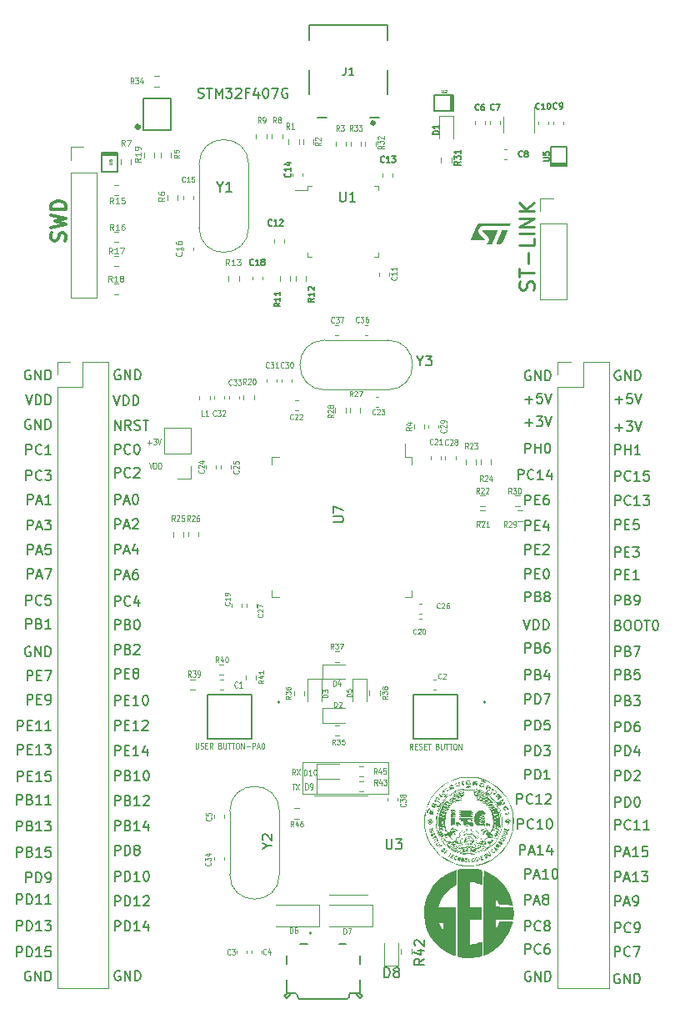
<source format=gbr>
%TF.GenerationSoftware,KiCad,Pcbnew,7.0.1*%
%TF.CreationDate,2023-09-29T14:49:09+07:00*%
%TF.ProjectId,STM32F407xxx,53544d33-3246-4343-9037-7878782e6b69,rev?*%
%TF.SameCoordinates,Original*%
%TF.FileFunction,Legend,Top*%
%TF.FilePolarity,Positive*%
%FSLAX46Y46*%
G04 Gerber Fmt 4.6, Leading zero omitted, Abs format (unit mm)*
G04 Created by KiCad (PCBNEW 7.0.1) date 2023-09-29 14:49:09*
%MOMM*%
%LPD*%
G01*
G04 APERTURE LIST*
%ADD10C,0.080000*%
%ADD11C,0.150000*%
%ADD12C,0.250000*%
%ADD13C,0.100000*%
%ADD14C,0.300000*%
%ADD15C,0.120000*%
%ADD16C,0.152400*%
%ADD17C,0.200000*%
%ADD18C,0.127000*%
%ADD19C,0.500000*%
%ADD20C,0.400000*%
G04 APERTURE END LIST*
D10*
X143760000Y-111910000D02*
X152500000Y-111910000D01*
X152500000Y-115180000D01*
X143760000Y-115180000D01*
X143760000Y-111910000D01*
D11*
X175518095Y-131657619D02*
X175518095Y-130657619D01*
X175518095Y-130657619D02*
X175899047Y-130657619D01*
X175899047Y-130657619D02*
X175994285Y-130705238D01*
X175994285Y-130705238D02*
X176041904Y-130752857D01*
X176041904Y-130752857D02*
X176089523Y-130848095D01*
X176089523Y-130848095D02*
X176089523Y-130990952D01*
X176089523Y-130990952D02*
X176041904Y-131086190D01*
X176041904Y-131086190D02*
X175994285Y-131133809D01*
X175994285Y-131133809D02*
X175899047Y-131181428D01*
X175899047Y-131181428D02*
X175518095Y-131181428D01*
X177089523Y-131562380D02*
X177041904Y-131610000D01*
X177041904Y-131610000D02*
X176899047Y-131657619D01*
X176899047Y-131657619D02*
X176803809Y-131657619D01*
X176803809Y-131657619D02*
X176660952Y-131610000D01*
X176660952Y-131610000D02*
X176565714Y-131514761D01*
X176565714Y-131514761D02*
X176518095Y-131419523D01*
X176518095Y-131419523D02*
X176470476Y-131229047D01*
X176470476Y-131229047D02*
X176470476Y-131086190D01*
X176470476Y-131086190D02*
X176518095Y-130895714D01*
X176518095Y-130895714D02*
X176565714Y-130800476D01*
X176565714Y-130800476D02*
X176660952Y-130705238D01*
X176660952Y-130705238D02*
X176803809Y-130657619D01*
X176803809Y-130657619D02*
X176899047Y-130657619D01*
X176899047Y-130657619D02*
X177041904Y-130705238D01*
X177041904Y-130705238D02*
X177089523Y-130752857D01*
X177422857Y-130657619D02*
X178089523Y-130657619D01*
X178089523Y-130657619D02*
X177660952Y-131657619D01*
X124728095Y-100977619D02*
X124728095Y-99977619D01*
X124728095Y-99977619D02*
X125109047Y-99977619D01*
X125109047Y-99977619D02*
X125204285Y-100025238D01*
X125204285Y-100025238D02*
X125251904Y-100072857D01*
X125251904Y-100072857D02*
X125299523Y-100168095D01*
X125299523Y-100168095D02*
X125299523Y-100310952D01*
X125299523Y-100310952D02*
X125251904Y-100406190D01*
X125251904Y-100406190D02*
X125204285Y-100453809D01*
X125204285Y-100453809D02*
X125109047Y-100501428D01*
X125109047Y-100501428D02*
X124728095Y-100501428D01*
X126061428Y-100453809D02*
X126204285Y-100501428D01*
X126204285Y-100501428D02*
X126251904Y-100549047D01*
X126251904Y-100549047D02*
X126299523Y-100644285D01*
X126299523Y-100644285D02*
X126299523Y-100787142D01*
X126299523Y-100787142D02*
X126251904Y-100882380D01*
X126251904Y-100882380D02*
X126204285Y-100930000D01*
X126204285Y-100930000D02*
X126109047Y-100977619D01*
X126109047Y-100977619D02*
X125728095Y-100977619D01*
X125728095Y-100977619D02*
X125728095Y-99977619D01*
X125728095Y-99977619D02*
X126061428Y-99977619D01*
X126061428Y-99977619D02*
X126156666Y-100025238D01*
X126156666Y-100025238D02*
X126204285Y-100072857D01*
X126204285Y-100072857D02*
X126251904Y-100168095D01*
X126251904Y-100168095D02*
X126251904Y-100263333D01*
X126251904Y-100263333D02*
X126204285Y-100358571D01*
X126204285Y-100358571D02*
X126156666Y-100406190D01*
X126156666Y-100406190D02*
X126061428Y-100453809D01*
X126061428Y-100453809D02*
X125728095Y-100453809D01*
X126680476Y-100072857D02*
X126728095Y-100025238D01*
X126728095Y-100025238D02*
X126823333Y-99977619D01*
X126823333Y-99977619D02*
X127061428Y-99977619D01*
X127061428Y-99977619D02*
X127156666Y-100025238D01*
X127156666Y-100025238D02*
X127204285Y-100072857D01*
X127204285Y-100072857D02*
X127251904Y-100168095D01*
X127251904Y-100168095D02*
X127251904Y-100263333D01*
X127251904Y-100263333D02*
X127204285Y-100406190D01*
X127204285Y-100406190D02*
X126632857Y-100977619D01*
X126632857Y-100977619D02*
X127251904Y-100977619D01*
X166408095Y-90817619D02*
X166408095Y-89817619D01*
X166408095Y-89817619D02*
X166789047Y-89817619D01*
X166789047Y-89817619D02*
X166884285Y-89865238D01*
X166884285Y-89865238D02*
X166931904Y-89912857D01*
X166931904Y-89912857D02*
X166979523Y-90008095D01*
X166979523Y-90008095D02*
X166979523Y-90150952D01*
X166979523Y-90150952D02*
X166931904Y-90246190D01*
X166931904Y-90246190D02*
X166884285Y-90293809D01*
X166884285Y-90293809D02*
X166789047Y-90341428D01*
X166789047Y-90341428D02*
X166408095Y-90341428D01*
X167408095Y-90293809D02*
X167741428Y-90293809D01*
X167884285Y-90817619D02*
X167408095Y-90817619D01*
X167408095Y-90817619D02*
X167408095Y-89817619D01*
X167408095Y-89817619D02*
X167884285Y-89817619D01*
X168265238Y-89912857D02*
X168312857Y-89865238D01*
X168312857Y-89865238D02*
X168408095Y-89817619D01*
X168408095Y-89817619D02*
X168646190Y-89817619D01*
X168646190Y-89817619D02*
X168741428Y-89865238D01*
X168741428Y-89865238D02*
X168789047Y-89912857D01*
X168789047Y-89912857D02*
X168836666Y-90008095D01*
X168836666Y-90008095D02*
X168836666Y-90103333D01*
X168836666Y-90103333D02*
X168789047Y-90246190D01*
X168789047Y-90246190D02*
X168217619Y-90817619D01*
X168217619Y-90817619D02*
X168836666Y-90817619D01*
X175548095Y-118767619D02*
X175548095Y-117767619D01*
X175548095Y-117767619D02*
X175929047Y-117767619D01*
X175929047Y-117767619D02*
X176024285Y-117815238D01*
X176024285Y-117815238D02*
X176071904Y-117862857D01*
X176071904Y-117862857D02*
X176119523Y-117958095D01*
X176119523Y-117958095D02*
X176119523Y-118100952D01*
X176119523Y-118100952D02*
X176071904Y-118196190D01*
X176071904Y-118196190D02*
X176024285Y-118243809D01*
X176024285Y-118243809D02*
X175929047Y-118291428D01*
X175929047Y-118291428D02*
X175548095Y-118291428D01*
X177119523Y-118672380D02*
X177071904Y-118720000D01*
X177071904Y-118720000D02*
X176929047Y-118767619D01*
X176929047Y-118767619D02*
X176833809Y-118767619D01*
X176833809Y-118767619D02*
X176690952Y-118720000D01*
X176690952Y-118720000D02*
X176595714Y-118624761D01*
X176595714Y-118624761D02*
X176548095Y-118529523D01*
X176548095Y-118529523D02*
X176500476Y-118339047D01*
X176500476Y-118339047D02*
X176500476Y-118196190D01*
X176500476Y-118196190D02*
X176548095Y-118005714D01*
X176548095Y-118005714D02*
X176595714Y-117910476D01*
X176595714Y-117910476D02*
X176690952Y-117815238D01*
X176690952Y-117815238D02*
X176833809Y-117767619D01*
X176833809Y-117767619D02*
X176929047Y-117767619D01*
X176929047Y-117767619D02*
X177071904Y-117815238D01*
X177071904Y-117815238D02*
X177119523Y-117862857D01*
X178071904Y-118767619D02*
X177500476Y-118767619D01*
X177786190Y-118767619D02*
X177786190Y-117767619D01*
X177786190Y-117767619D02*
X177690952Y-117910476D01*
X177690952Y-117910476D02*
X177595714Y-118005714D01*
X177595714Y-118005714D02*
X177500476Y-118053333D01*
X179024285Y-118767619D02*
X178452857Y-118767619D01*
X178738571Y-118767619D02*
X178738571Y-117767619D01*
X178738571Y-117767619D02*
X178643333Y-117910476D01*
X178643333Y-117910476D02*
X178548095Y-118005714D01*
X178548095Y-118005714D02*
X178452857Y-118053333D01*
X166408095Y-129057619D02*
X166408095Y-128057619D01*
X166408095Y-128057619D02*
X166789047Y-128057619D01*
X166789047Y-128057619D02*
X166884285Y-128105238D01*
X166884285Y-128105238D02*
X166931904Y-128152857D01*
X166931904Y-128152857D02*
X166979523Y-128248095D01*
X166979523Y-128248095D02*
X166979523Y-128390952D01*
X166979523Y-128390952D02*
X166931904Y-128486190D01*
X166931904Y-128486190D02*
X166884285Y-128533809D01*
X166884285Y-128533809D02*
X166789047Y-128581428D01*
X166789047Y-128581428D02*
X166408095Y-128581428D01*
X167979523Y-128962380D02*
X167931904Y-129010000D01*
X167931904Y-129010000D02*
X167789047Y-129057619D01*
X167789047Y-129057619D02*
X167693809Y-129057619D01*
X167693809Y-129057619D02*
X167550952Y-129010000D01*
X167550952Y-129010000D02*
X167455714Y-128914761D01*
X167455714Y-128914761D02*
X167408095Y-128819523D01*
X167408095Y-128819523D02*
X167360476Y-128629047D01*
X167360476Y-128629047D02*
X167360476Y-128486190D01*
X167360476Y-128486190D02*
X167408095Y-128295714D01*
X167408095Y-128295714D02*
X167455714Y-128200476D01*
X167455714Y-128200476D02*
X167550952Y-128105238D01*
X167550952Y-128105238D02*
X167693809Y-128057619D01*
X167693809Y-128057619D02*
X167789047Y-128057619D01*
X167789047Y-128057619D02*
X167931904Y-128105238D01*
X167931904Y-128105238D02*
X167979523Y-128152857D01*
X168550952Y-128486190D02*
X168455714Y-128438571D01*
X168455714Y-128438571D02*
X168408095Y-128390952D01*
X168408095Y-128390952D02*
X168360476Y-128295714D01*
X168360476Y-128295714D02*
X168360476Y-128248095D01*
X168360476Y-128248095D02*
X168408095Y-128152857D01*
X168408095Y-128152857D02*
X168455714Y-128105238D01*
X168455714Y-128105238D02*
X168550952Y-128057619D01*
X168550952Y-128057619D02*
X168741428Y-128057619D01*
X168741428Y-128057619D02*
X168836666Y-128105238D01*
X168836666Y-128105238D02*
X168884285Y-128152857D01*
X168884285Y-128152857D02*
X168931904Y-128248095D01*
X168931904Y-128248095D02*
X168931904Y-128295714D01*
X168931904Y-128295714D02*
X168884285Y-128390952D01*
X168884285Y-128390952D02*
X168836666Y-128438571D01*
X168836666Y-128438571D02*
X168741428Y-128486190D01*
X168741428Y-128486190D02*
X168550952Y-128486190D01*
X168550952Y-128486190D02*
X168455714Y-128533809D01*
X168455714Y-128533809D02*
X168408095Y-128581428D01*
X168408095Y-128581428D02*
X168360476Y-128676666D01*
X168360476Y-128676666D02*
X168360476Y-128867142D01*
X168360476Y-128867142D02*
X168408095Y-128962380D01*
X168408095Y-128962380D02*
X168455714Y-129010000D01*
X168455714Y-129010000D02*
X168550952Y-129057619D01*
X168550952Y-129057619D02*
X168741428Y-129057619D01*
X168741428Y-129057619D02*
X168836666Y-129010000D01*
X168836666Y-129010000D02*
X168884285Y-128962380D01*
X168884285Y-128962380D02*
X168931904Y-128867142D01*
X168931904Y-128867142D02*
X168931904Y-128676666D01*
X168931904Y-128676666D02*
X168884285Y-128581428D01*
X168884285Y-128581428D02*
X168836666Y-128533809D01*
X168836666Y-128533809D02*
X168741428Y-128486190D01*
X114866190Y-108727619D02*
X114866190Y-107727619D01*
X114866190Y-107727619D02*
X115247142Y-107727619D01*
X115247142Y-107727619D02*
X115342380Y-107775238D01*
X115342380Y-107775238D02*
X115389999Y-107822857D01*
X115389999Y-107822857D02*
X115437618Y-107918095D01*
X115437618Y-107918095D02*
X115437618Y-108060952D01*
X115437618Y-108060952D02*
X115389999Y-108156190D01*
X115389999Y-108156190D02*
X115342380Y-108203809D01*
X115342380Y-108203809D02*
X115247142Y-108251428D01*
X115247142Y-108251428D02*
X114866190Y-108251428D01*
X115866190Y-108203809D02*
X116199523Y-108203809D01*
X116342380Y-108727619D02*
X115866190Y-108727619D01*
X115866190Y-108727619D02*
X115866190Y-107727619D01*
X115866190Y-107727619D02*
X116342380Y-107727619D01*
X117294761Y-108727619D02*
X116723333Y-108727619D01*
X117009047Y-108727619D02*
X117009047Y-107727619D01*
X117009047Y-107727619D02*
X116913809Y-107870476D01*
X116913809Y-107870476D02*
X116818571Y-107965714D01*
X116818571Y-107965714D02*
X116723333Y-108013333D01*
X118247142Y-108727619D02*
X117675714Y-108727619D01*
X117961428Y-108727619D02*
X117961428Y-107727619D01*
X117961428Y-107727619D02*
X117866190Y-107870476D01*
X117866190Y-107870476D02*
X117770952Y-107965714D01*
X117770952Y-107965714D02*
X117675714Y-108013333D01*
X116151904Y-133200238D02*
X116056666Y-133152619D01*
X116056666Y-133152619D02*
X115913809Y-133152619D01*
X115913809Y-133152619D02*
X115770952Y-133200238D01*
X115770952Y-133200238D02*
X115675714Y-133295476D01*
X115675714Y-133295476D02*
X115628095Y-133390714D01*
X115628095Y-133390714D02*
X115580476Y-133581190D01*
X115580476Y-133581190D02*
X115580476Y-133724047D01*
X115580476Y-133724047D02*
X115628095Y-133914523D01*
X115628095Y-133914523D02*
X115675714Y-134009761D01*
X115675714Y-134009761D02*
X115770952Y-134105000D01*
X115770952Y-134105000D02*
X115913809Y-134152619D01*
X115913809Y-134152619D02*
X116009047Y-134152619D01*
X116009047Y-134152619D02*
X116151904Y-134105000D01*
X116151904Y-134105000D02*
X116199523Y-134057380D01*
X116199523Y-134057380D02*
X116199523Y-133724047D01*
X116199523Y-133724047D02*
X116009047Y-133724047D01*
X116628095Y-134152619D02*
X116628095Y-133152619D01*
X116628095Y-133152619D02*
X117199523Y-134152619D01*
X117199523Y-134152619D02*
X117199523Y-133152619D01*
X117675714Y-134152619D02*
X117675714Y-133152619D01*
X117675714Y-133152619D02*
X117913809Y-133152619D01*
X117913809Y-133152619D02*
X118056666Y-133200238D01*
X118056666Y-133200238D02*
X118151904Y-133295476D01*
X118151904Y-133295476D02*
X118199523Y-133390714D01*
X118199523Y-133390714D02*
X118247142Y-133581190D01*
X118247142Y-133581190D02*
X118247142Y-133724047D01*
X118247142Y-133724047D02*
X118199523Y-133914523D01*
X118199523Y-133914523D02*
X118151904Y-134009761D01*
X118151904Y-134009761D02*
X118056666Y-134105000D01*
X118056666Y-134105000D02*
X117913809Y-134152619D01*
X117913809Y-134152619D02*
X117675714Y-134152619D01*
X124728095Y-113777619D02*
X124728095Y-112777619D01*
X124728095Y-112777619D02*
X125109047Y-112777619D01*
X125109047Y-112777619D02*
X125204285Y-112825238D01*
X125204285Y-112825238D02*
X125251904Y-112872857D01*
X125251904Y-112872857D02*
X125299523Y-112968095D01*
X125299523Y-112968095D02*
X125299523Y-113110952D01*
X125299523Y-113110952D02*
X125251904Y-113206190D01*
X125251904Y-113206190D02*
X125204285Y-113253809D01*
X125204285Y-113253809D02*
X125109047Y-113301428D01*
X125109047Y-113301428D02*
X124728095Y-113301428D01*
X126061428Y-113253809D02*
X126204285Y-113301428D01*
X126204285Y-113301428D02*
X126251904Y-113349047D01*
X126251904Y-113349047D02*
X126299523Y-113444285D01*
X126299523Y-113444285D02*
X126299523Y-113587142D01*
X126299523Y-113587142D02*
X126251904Y-113682380D01*
X126251904Y-113682380D02*
X126204285Y-113730000D01*
X126204285Y-113730000D02*
X126109047Y-113777619D01*
X126109047Y-113777619D02*
X125728095Y-113777619D01*
X125728095Y-113777619D02*
X125728095Y-112777619D01*
X125728095Y-112777619D02*
X126061428Y-112777619D01*
X126061428Y-112777619D02*
X126156666Y-112825238D01*
X126156666Y-112825238D02*
X126204285Y-112872857D01*
X126204285Y-112872857D02*
X126251904Y-112968095D01*
X126251904Y-112968095D02*
X126251904Y-113063333D01*
X126251904Y-113063333D02*
X126204285Y-113158571D01*
X126204285Y-113158571D02*
X126156666Y-113206190D01*
X126156666Y-113206190D02*
X126061428Y-113253809D01*
X126061428Y-113253809D02*
X125728095Y-113253809D01*
X127251904Y-113777619D02*
X126680476Y-113777619D01*
X126966190Y-113777619D02*
X126966190Y-112777619D01*
X126966190Y-112777619D02*
X126870952Y-112920476D01*
X126870952Y-112920476D02*
X126775714Y-113015714D01*
X126775714Y-113015714D02*
X126680476Y-113063333D01*
X127870952Y-112777619D02*
X127966190Y-112777619D01*
X127966190Y-112777619D02*
X128061428Y-112825238D01*
X128061428Y-112825238D02*
X128109047Y-112872857D01*
X128109047Y-112872857D02*
X128156666Y-112968095D01*
X128156666Y-112968095D02*
X128204285Y-113158571D01*
X128204285Y-113158571D02*
X128204285Y-113396666D01*
X128204285Y-113396666D02*
X128156666Y-113587142D01*
X128156666Y-113587142D02*
X128109047Y-113682380D01*
X128109047Y-113682380D02*
X128061428Y-113730000D01*
X128061428Y-113730000D02*
X127966190Y-113777619D01*
X127966190Y-113777619D02*
X127870952Y-113777619D01*
X127870952Y-113777619D02*
X127775714Y-113730000D01*
X127775714Y-113730000D02*
X127728095Y-113682380D01*
X127728095Y-113682380D02*
X127680476Y-113587142D01*
X127680476Y-113587142D02*
X127632857Y-113396666D01*
X127632857Y-113396666D02*
X127632857Y-113158571D01*
X127632857Y-113158571D02*
X127680476Y-112968095D01*
X127680476Y-112968095D02*
X127728095Y-112872857D01*
X127728095Y-112872857D02*
X127775714Y-112825238D01*
X127775714Y-112825238D02*
X127870952Y-112777619D01*
X125251904Y-133155238D02*
X125156666Y-133107619D01*
X125156666Y-133107619D02*
X125013809Y-133107619D01*
X125013809Y-133107619D02*
X124870952Y-133155238D01*
X124870952Y-133155238D02*
X124775714Y-133250476D01*
X124775714Y-133250476D02*
X124728095Y-133345714D01*
X124728095Y-133345714D02*
X124680476Y-133536190D01*
X124680476Y-133536190D02*
X124680476Y-133679047D01*
X124680476Y-133679047D02*
X124728095Y-133869523D01*
X124728095Y-133869523D02*
X124775714Y-133964761D01*
X124775714Y-133964761D02*
X124870952Y-134060000D01*
X124870952Y-134060000D02*
X125013809Y-134107619D01*
X125013809Y-134107619D02*
X125109047Y-134107619D01*
X125109047Y-134107619D02*
X125251904Y-134060000D01*
X125251904Y-134060000D02*
X125299523Y-134012380D01*
X125299523Y-134012380D02*
X125299523Y-133679047D01*
X125299523Y-133679047D02*
X125109047Y-133679047D01*
X125728095Y-134107619D02*
X125728095Y-133107619D01*
X125728095Y-133107619D02*
X126299523Y-134107619D01*
X126299523Y-134107619D02*
X126299523Y-133107619D01*
X126775714Y-134107619D02*
X126775714Y-133107619D01*
X126775714Y-133107619D02*
X127013809Y-133107619D01*
X127013809Y-133107619D02*
X127156666Y-133155238D01*
X127156666Y-133155238D02*
X127251904Y-133250476D01*
X127251904Y-133250476D02*
X127299523Y-133345714D01*
X127299523Y-133345714D02*
X127347142Y-133536190D01*
X127347142Y-133536190D02*
X127347142Y-133679047D01*
X127347142Y-133679047D02*
X127299523Y-133869523D01*
X127299523Y-133869523D02*
X127251904Y-133964761D01*
X127251904Y-133964761D02*
X127156666Y-134060000D01*
X127156666Y-134060000D02*
X127013809Y-134107619D01*
X127013809Y-134107619D02*
X126775714Y-134107619D01*
X166408095Y-88387619D02*
X166408095Y-87387619D01*
X166408095Y-87387619D02*
X166789047Y-87387619D01*
X166789047Y-87387619D02*
X166884285Y-87435238D01*
X166884285Y-87435238D02*
X166931904Y-87482857D01*
X166931904Y-87482857D02*
X166979523Y-87578095D01*
X166979523Y-87578095D02*
X166979523Y-87720952D01*
X166979523Y-87720952D02*
X166931904Y-87816190D01*
X166931904Y-87816190D02*
X166884285Y-87863809D01*
X166884285Y-87863809D02*
X166789047Y-87911428D01*
X166789047Y-87911428D02*
X166408095Y-87911428D01*
X167408095Y-87863809D02*
X167741428Y-87863809D01*
X167884285Y-88387619D02*
X167408095Y-88387619D01*
X167408095Y-88387619D02*
X167408095Y-87387619D01*
X167408095Y-87387619D02*
X167884285Y-87387619D01*
X168741428Y-87720952D02*
X168741428Y-88387619D01*
X168503333Y-87340000D02*
X168265238Y-88054285D01*
X168265238Y-88054285D02*
X168884285Y-88054285D01*
D12*
X167255000Y-63974285D02*
X167326428Y-63760000D01*
X167326428Y-63760000D02*
X167326428Y-63402857D01*
X167326428Y-63402857D02*
X167255000Y-63260000D01*
X167255000Y-63260000D02*
X167183571Y-63188571D01*
X167183571Y-63188571D02*
X167040714Y-63117142D01*
X167040714Y-63117142D02*
X166897857Y-63117142D01*
X166897857Y-63117142D02*
X166755000Y-63188571D01*
X166755000Y-63188571D02*
X166683571Y-63260000D01*
X166683571Y-63260000D02*
X166612142Y-63402857D01*
X166612142Y-63402857D02*
X166540714Y-63688571D01*
X166540714Y-63688571D02*
X166469285Y-63831428D01*
X166469285Y-63831428D02*
X166397857Y-63902857D01*
X166397857Y-63902857D02*
X166255000Y-63974285D01*
X166255000Y-63974285D02*
X166112142Y-63974285D01*
X166112142Y-63974285D02*
X165969285Y-63902857D01*
X165969285Y-63902857D02*
X165897857Y-63831428D01*
X165897857Y-63831428D02*
X165826428Y-63688571D01*
X165826428Y-63688571D02*
X165826428Y-63331428D01*
X165826428Y-63331428D02*
X165897857Y-63117142D01*
X165826428Y-62688571D02*
X165826428Y-61831429D01*
X167326428Y-62260000D02*
X165826428Y-62260000D01*
X166755000Y-61331429D02*
X166755000Y-60188572D01*
X167326428Y-58760000D02*
X167326428Y-59474286D01*
X167326428Y-59474286D02*
X165826428Y-59474286D01*
X167326428Y-58260000D02*
X165826428Y-58260000D01*
X167326428Y-57545714D02*
X165826428Y-57545714D01*
X165826428Y-57545714D02*
X167326428Y-56688571D01*
X167326428Y-56688571D02*
X165826428Y-56688571D01*
X167326428Y-55974285D02*
X165826428Y-55974285D01*
X167326428Y-55117142D02*
X166469285Y-55759999D01*
X165826428Y-55117142D02*
X166683571Y-55974285D01*
D11*
X175548095Y-101167619D02*
X175548095Y-100167619D01*
X175548095Y-100167619D02*
X175929047Y-100167619D01*
X175929047Y-100167619D02*
X176024285Y-100215238D01*
X176024285Y-100215238D02*
X176071904Y-100262857D01*
X176071904Y-100262857D02*
X176119523Y-100358095D01*
X176119523Y-100358095D02*
X176119523Y-100500952D01*
X176119523Y-100500952D02*
X176071904Y-100596190D01*
X176071904Y-100596190D02*
X176024285Y-100643809D01*
X176024285Y-100643809D02*
X175929047Y-100691428D01*
X175929047Y-100691428D02*
X175548095Y-100691428D01*
X176881428Y-100643809D02*
X177024285Y-100691428D01*
X177024285Y-100691428D02*
X177071904Y-100739047D01*
X177071904Y-100739047D02*
X177119523Y-100834285D01*
X177119523Y-100834285D02*
X177119523Y-100977142D01*
X177119523Y-100977142D02*
X177071904Y-101072380D01*
X177071904Y-101072380D02*
X177024285Y-101120000D01*
X177024285Y-101120000D02*
X176929047Y-101167619D01*
X176929047Y-101167619D02*
X176548095Y-101167619D01*
X176548095Y-101167619D02*
X176548095Y-100167619D01*
X176548095Y-100167619D02*
X176881428Y-100167619D01*
X176881428Y-100167619D02*
X176976666Y-100215238D01*
X176976666Y-100215238D02*
X177024285Y-100262857D01*
X177024285Y-100262857D02*
X177071904Y-100358095D01*
X177071904Y-100358095D02*
X177071904Y-100453333D01*
X177071904Y-100453333D02*
X177024285Y-100548571D01*
X177024285Y-100548571D02*
X176976666Y-100596190D01*
X176976666Y-100596190D02*
X176881428Y-100643809D01*
X176881428Y-100643809D02*
X176548095Y-100643809D01*
X177452857Y-100167619D02*
X178119523Y-100167619D01*
X178119523Y-100167619D02*
X177690952Y-101167619D01*
X115866190Y-90837619D02*
X115866190Y-89837619D01*
X115866190Y-89837619D02*
X116247142Y-89837619D01*
X116247142Y-89837619D02*
X116342380Y-89885238D01*
X116342380Y-89885238D02*
X116389999Y-89932857D01*
X116389999Y-89932857D02*
X116437618Y-90028095D01*
X116437618Y-90028095D02*
X116437618Y-90170952D01*
X116437618Y-90170952D02*
X116389999Y-90266190D01*
X116389999Y-90266190D02*
X116342380Y-90313809D01*
X116342380Y-90313809D02*
X116247142Y-90361428D01*
X116247142Y-90361428D02*
X115866190Y-90361428D01*
X116818571Y-90551904D02*
X117294761Y-90551904D01*
X116723333Y-90837619D02*
X117056666Y-89837619D01*
X117056666Y-89837619D02*
X117389999Y-90837619D01*
X118199523Y-89837619D02*
X117723333Y-89837619D01*
X117723333Y-89837619D02*
X117675714Y-90313809D01*
X117675714Y-90313809D02*
X117723333Y-90266190D01*
X117723333Y-90266190D02*
X117818571Y-90218571D01*
X117818571Y-90218571D02*
X118056666Y-90218571D01*
X118056666Y-90218571D02*
X118151904Y-90266190D01*
X118151904Y-90266190D02*
X118199523Y-90313809D01*
X118199523Y-90313809D02*
X118247142Y-90409047D01*
X118247142Y-90409047D02*
X118247142Y-90647142D01*
X118247142Y-90647142D02*
X118199523Y-90742380D01*
X118199523Y-90742380D02*
X118151904Y-90790000D01*
X118151904Y-90790000D02*
X118056666Y-90837619D01*
X118056666Y-90837619D02*
X117818571Y-90837619D01*
X117818571Y-90837619D02*
X117723333Y-90790000D01*
X117723333Y-90790000D02*
X117675714Y-90742380D01*
X115723333Y-83302619D02*
X115723333Y-82302619D01*
X115723333Y-82302619D02*
X116104285Y-82302619D01*
X116104285Y-82302619D02*
X116199523Y-82350238D01*
X116199523Y-82350238D02*
X116247142Y-82397857D01*
X116247142Y-82397857D02*
X116294761Y-82493095D01*
X116294761Y-82493095D02*
X116294761Y-82635952D01*
X116294761Y-82635952D02*
X116247142Y-82731190D01*
X116247142Y-82731190D02*
X116199523Y-82778809D01*
X116199523Y-82778809D02*
X116104285Y-82826428D01*
X116104285Y-82826428D02*
X115723333Y-82826428D01*
X117294761Y-83207380D02*
X117247142Y-83255000D01*
X117247142Y-83255000D02*
X117104285Y-83302619D01*
X117104285Y-83302619D02*
X117009047Y-83302619D01*
X117009047Y-83302619D02*
X116866190Y-83255000D01*
X116866190Y-83255000D02*
X116770952Y-83159761D01*
X116770952Y-83159761D02*
X116723333Y-83064523D01*
X116723333Y-83064523D02*
X116675714Y-82874047D01*
X116675714Y-82874047D02*
X116675714Y-82731190D01*
X116675714Y-82731190D02*
X116723333Y-82540714D01*
X116723333Y-82540714D02*
X116770952Y-82445476D01*
X116770952Y-82445476D02*
X116866190Y-82350238D01*
X116866190Y-82350238D02*
X117009047Y-82302619D01*
X117009047Y-82302619D02*
X117104285Y-82302619D01*
X117104285Y-82302619D02*
X117247142Y-82350238D01*
X117247142Y-82350238D02*
X117294761Y-82397857D01*
X117628095Y-82302619D02*
X118247142Y-82302619D01*
X118247142Y-82302619D02*
X117913809Y-82683571D01*
X117913809Y-82683571D02*
X118056666Y-82683571D01*
X118056666Y-82683571D02*
X118151904Y-82731190D01*
X118151904Y-82731190D02*
X118199523Y-82778809D01*
X118199523Y-82778809D02*
X118247142Y-82874047D01*
X118247142Y-82874047D02*
X118247142Y-83112142D01*
X118247142Y-83112142D02*
X118199523Y-83207380D01*
X118199523Y-83207380D02*
X118151904Y-83255000D01*
X118151904Y-83255000D02*
X118056666Y-83302619D01*
X118056666Y-83302619D02*
X117770952Y-83302619D01*
X117770952Y-83302619D02*
X117675714Y-83255000D01*
X117675714Y-83255000D02*
X117628095Y-83207380D01*
X166408095Y-77436666D02*
X167170000Y-77436666D01*
X166789047Y-77817619D02*
X166789047Y-77055714D01*
X167550952Y-76817619D02*
X168169999Y-76817619D01*
X168169999Y-76817619D02*
X167836666Y-77198571D01*
X167836666Y-77198571D02*
X167979523Y-77198571D01*
X167979523Y-77198571D02*
X168074761Y-77246190D01*
X168074761Y-77246190D02*
X168122380Y-77293809D01*
X168122380Y-77293809D02*
X168169999Y-77389047D01*
X168169999Y-77389047D02*
X168169999Y-77627142D01*
X168169999Y-77627142D02*
X168122380Y-77722380D01*
X168122380Y-77722380D02*
X168074761Y-77770000D01*
X168074761Y-77770000D02*
X167979523Y-77817619D01*
X167979523Y-77817619D02*
X167693809Y-77817619D01*
X167693809Y-77817619D02*
X167598571Y-77770000D01*
X167598571Y-77770000D02*
X167550952Y-77722380D01*
X168455714Y-76817619D02*
X168789047Y-77817619D01*
X168789047Y-77817619D02*
X169122380Y-76817619D01*
X166408095Y-75106666D02*
X167170000Y-75106666D01*
X166789047Y-75487619D02*
X166789047Y-74725714D01*
X168122380Y-74487619D02*
X167646190Y-74487619D01*
X167646190Y-74487619D02*
X167598571Y-74963809D01*
X167598571Y-74963809D02*
X167646190Y-74916190D01*
X167646190Y-74916190D02*
X167741428Y-74868571D01*
X167741428Y-74868571D02*
X167979523Y-74868571D01*
X167979523Y-74868571D02*
X168074761Y-74916190D01*
X168074761Y-74916190D02*
X168122380Y-74963809D01*
X168122380Y-74963809D02*
X168169999Y-75059047D01*
X168169999Y-75059047D02*
X168169999Y-75297142D01*
X168169999Y-75297142D02*
X168122380Y-75392380D01*
X168122380Y-75392380D02*
X168074761Y-75440000D01*
X168074761Y-75440000D02*
X167979523Y-75487619D01*
X167979523Y-75487619D02*
X167741428Y-75487619D01*
X167741428Y-75487619D02*
X167646190Y-75440000D01*
X167646190Y-75440000D02*
X167598571Y-75392380D01*
X168455714Y-74487619D02*
X168789047Y-75487619D01*
X168789047Y-75487619D02*
X169122380Y-74487619D01*
X124728095Y-80647619D02*
X124728095Y-79647619D01*
X124728095Y-79647619D02*
X125109047Y-79647619D01*
X125109047Y-79647619D02*
X125204285Y-79695238D01*
X125204285Y-79695238D02*
X125251904Y-79742857D01*
X125251904Y-79742857D02*
X125299523Y-79838095D01*
X125299523Y-79838095D02*
X125299523Y-79980952D01*
X125299523Y-79980952D02*
X125251904Y-80076190D01*
X125251904Y-80076190D02*
X125204285Y-80123809D01*
X125204285Y-80123809D02*
X125109047Y-80171428D01*
X125109047Y-80171428D02*
X124728095Y-80171428D01*
X126299523Y-80552380D02*
X126251904Y-80600000D01*
X126251904Y-80600000D02*
X126109047Y-80647619D01*
X126109047Y-80647619D02*
X126013809Y-80647619D01*
X126013809Y-80647619D02*
X125870952Y-80600000D01*
X125870952Y-80600000D02*
X125775714Y-80504761D01*
X125775714Y-80504761D02*
X125728095Y-80409523D01*
X125728095Y-80409523D02*
X125680476Y-80219047D01*
X125680476Y-80219047D02*
X125680476Y-80076190D01*
X125680476Y-80076190D02*
X125728095Y-79885714D01*
X125728095Y-79885714D02*
X125775714Y-79790476D01*
X125775714Y-79790476D02*
X125870952Y-79695238D01*
X125870952Y-79695238D02*
X126013809Y-79647619D01*
X126013809Y-79647619D02*
X126109047Y-79647619D01*
X126109047Y-79647619D02*
X126251904Y-79695238D01*
X126251904Y-79695238D02*
X126299523Y-79742857D01*
X126918571Y-79647619D02*
X127013809Y-79647619D01*
X127013809Y-79647619D02*
X127109047Y-79695238D01*
X127109047Y-79695238D02*
X127156666Y-79742857D01*
X127156666Y-79742857D02*
X127204285Y-79838095D01*
X127204285Y-79838095D02*
X127251904Y-80028571D01*
X127251904Y-80028571D02*
X127251904Y-80266666D01*
X127251904Y-80266666D02*
X127204285Y-80457142D01*
X127204285Y-80457142D02*
X127156666Y-80552380D01*
X127156666Y-80552380D02*
X127109047Y-80600000D01*
X127109047Y-80600000D02*
X127013809Y-80647619D01*
X127013809Y-80647619D02*
X126918571Y-80647619D01*
X126918571Y-80647619D02*
X126823333Y-80600000D01*
X126823333Y-80600000D02*
X126775714Y-80552380D01*
X126775714Y-80552380D02*
X126728095Y-80457142D01*
X126728095Y-80457142D02*
X126680476Y-80266666D01*
X126680476Y-80266666D02*
X126680476Y-80028571D01*
X126680476Y-80028571D02*
X126728095Y-79838095D01*
X126728095Y-79838095D02*
X126775714Y-79742857D01*
X126775714Y-79742857D02*
X126823333Y-79695238D01*
X126823333Y-79695238D02*
X126918571Y-79647619D01*
X175548095Y-106187619D02*
X175548095Y-105187619D01*
X175548095Y-105187619D02*
X175929047Y-105187619D01*
X175929047Y-105187619D02*
X176024285Y-105235238D01*
X176024285Y-105235238D02*
X176071904Y-105282857D01*
X176071904Y-105282857D02*
X176119523Y-105378095D01*
X176119523Y-105378095D02*
X176119523Y-105520952D01*
X176119523Y-105520952D02*
X176071904Y-105616190D01*
X176071904Y-105616190D02*
X176024285Y-105663809D01*
X176024285Y-105663809D02*
X175929047Y-105711428D01*
X175929047Y-105711428D02*
X175548095Y-105711428D01*
X176881428Y-105663809D02*
X177024285Y-105711428D01*
X177024285Y-105711428D02*
X177071904Y-105759047D01*
X177071904Y-105759047D02*
X177119523Y-105854285D01*
X177119523Y-105854285D02*
X177119523Y-105997142D01*
X177119523Y-105997142D02*
X177071904Y-106092380D01*
X177071904Y-106092380D02*
X177024285Y-106140000D01*
X177024285Y-106140000D02*
X176929047Y-106187619D01*
X176929047Y-106187619D02*
X176548095Y-106187619D01*
X176548095Y-106187619D02*
X176548095Y-105187619D01*
X176548095Y-105187619D02*
X176881428Y-105187619D01*
X176881428Y-105187619D02*
X176976666Y-105235238D01*
X176976666Y-105235238D02*
X177024285Y-105282857D01*
X177024285Y-105282857D02*
X177071904Y-105378095D01*
X177071904Y-105378095D02*
X177071904Y-105473333D01*
X177071904Y-105473333D02*
X177024285Y-105568571D01*
X177024285Y-105568571D02*
X176976666Y-105616190D01*
X176976666Y-105616190D02*
X176881428Y-105663809D01*
X176881428Y-105663809D02*
X176548095Y-105663809D01*
X177452857Y-105187619D02*
X178071904Y-105187619D01*
X178071904Y-105187619D02*
X177738571Y-105568571D01*
X177738571Y-105568571D02*
X177881428Y-105568571D01*
X177881428Y-105568571D02*
X177976666Y-105616190D01*
X177976666Y-105616190D02*
X178024285Y-105663809D01*
X178024285Y-105663809D02*
X178071904Y-105759047D01*
X178071904Y-105759047D02*
X178071904Y-105997142D01*
X178071904Y-105997142D02*
X178024285Y-106092380D01*
X178024285Y-106092380D02*
X177976666Y-106140000D01*
X177976666Y-106140000D02*
X177881428Y-106187619D01*
X177881428Y-106187619D02*
X177595714Y-106187619D01*
X177595714Y-106187619D02*
X177500476Y-106140000D01*
X177500476Y-106140000D02*
X177452857Y-106092380D01*
X166408095Y-126377619D02*
X166408095Y-125377619D01*
X166408095Y-125377619D02*
X166789047Y-125377619D01*
X166789047Y-125377619D02*
X166884285Y-125425238D01*
X166884285Y-125425238D02*
X166931904Y-125472857D01*
X166931904Y-125472857D02*
X166979523Y-125568095D01*
X166979523Y-125568095D02*
X166979523Y-125710952D01*
X166979523Y-125710952D02*
X166931904Y-125806190D01*
X166931904Y-125806190D02*
X166884285Y-125853809D01*
X166884285Y-125853809D02*
X166789047Y-125901428D01*
X166789047Y-125901428D02*
X166408095Y-125901428D01*
X167360476Y-126091904D02*
X167836666Y-126091904D01*
X167265238Y-126377619D02*
X167598571Y-125377619D01*
X167598571Y-125377619D02*
X167931904Y-126377619D01*
X168408095Y-125806190D02*
X168312857Y-125758571D01*
X168312857Y-125758571D02*
X168265238Y-125710952D01*
X168265238Y-125710952D02*
X168217619Y-125615714D01*
X168217619Y-125615714D02*
X168217619Y-125568095D01*
X168217619Y-125568095D02*
X168265238Y-125472857D01*
X168265238Y-125472857D02*
X168312857Y-125425238D01*
X168312857Y-125425238D02*
X168408095Y-125377619D01*
X168408095Y-125377619D02*
X168598571Y-125377619D01*
X168598571Y-125377619D02*
X168693809Y-125425238D01*
X168693809Y-125425238D02*
X168741428Y-125472857D01*
X168741428Y-125472857D02*
X168789047Y-125568095D01*
X168789047Y-125568095D02*
X168789047Y-125615714D01*
X168789047Y-125615714D02*
X168741428Y-125710952D01*
X168741428Y-125710952D02*
X168693809Y-125758571D01*
X168693809Y-125758571D02*
X168598571Y-125806190D01*
X168598571Y-125806190D02*
X168408095Y-125806190D01*
X168408095Y-125806190D02*
X168312857Y-125853809D01*
X168312857Y-125853809D02*
X168265238Y-125901428D01*
X168265238Y-125901428D02*
X168217619Y-125996666D01*
X168217619Y-125996666D02*
X168217619Y-126187142D01*
X168217619Y-126187142D02*
X168265238Y-126282380D01*
X168265238Y-126282380D02*
X168312857Y-126330000D01*
X168312857Y-126330000D02*
X168408095Y-126377619D01*
X168408095Y-126377619D02*
X168598571Y-126377619D01*
X168598571Y-126377619D02*
X168693809Y-126330000D01*
X168693809Y-126330000D02*
X168741428Y-126282380D01*
X168741428Y-126282380D02*
X168789047Y-126187142D01*
X168789047Y-126187142D02*
X168789047Y-125996666D01*
X168789047Y-125996666D02*
X168741428Y-125901428D01*
X168741428Y-125901428D02*
X168693809Y-125853809D01*
X168693809Y-125853809D02*
X168598571Y-125806190D01*
X166408095Y-108667619D02*
X166408095Y-107667619D01*
X166408095Y-107667619D02*
X166789047Y-107667619D01*
X166789047Y-107667619D02*
X166884285Y-107715238D01*
X166884285Y-107715238D02*
X166931904Y-107762857D01*
X166931904Y-107762857D02*
X166979523Y-107858095D01*
X166979523Y-107858095D02*
X166979523Y-108000952D01*
X166979523Y-108000952D02*
X166931904Y-108096190D01*
X166931904Y-108096190D02*
X166884285Y-108143809D01*
X166884285Y-108143809D02*
X166789047Y-108191428D01*
X166789047Y-108191428D02*
X166408095Y-108191428D01*
X167408095Y-108667619D02*
X167408095Y-107667619D01*
X167408095Y-107667619D02*
X167646190Y-107667619D01*
X167646190Y-107667619D02*
X167789047Y-107715238D01*
X167789047Y-107715238D02*
X167884285Y-107810476D01*
X167884285Y-107810476D02*
X167931904Y-107905714D01*
X167931904Y-107905714D02*
X167979523Y-108096190D01*
X167979523Y-108096190D02*
X167979523Y-108239047D01*
X167979523Y-108239047D02*
X167931904Y-108429523D01*
X167931904Y-108429523D02*
X167884285Y-108524761D01*
X167884285Y-108524761D02*
X167789047Y-108620000D01*
X167789047Y-108620000D02*
X167646190Y-108667619D01*
X167646190Y-108667619D02*
X167408095Y-108667619D01*
X168884285Y-107667619D02*
X168408095Y-107667619D01*
X168408095Y-107667619D02*
X168360476Y-108143809D01*
X168360476Y-108143809D02*
X168408095Y-108096190D01*
X168408095Y-108096190D02*
X168503333Y-108048571D01*
X168503333Y-108048571D02*
X168741428Y-108048571D01*
X168741428Y-108048571D02*
X168836666Y-108096190D01*
X168836666Y-108096190D02*
X168884285Y-108143809D01*
X168884285Y-108143809D02*
X168931904Y-108239047D01*
X168931904Y-108239047D02*
X168931904Y-108477142D01*
X168931904Y-108477142D02*
X168884285Y-108572380D01*
X168884285Y-108572380D02*
X168836666Y-108620000D01*
X168836666Y-108620000D02*
X168741428Y-108667619D01*
X168741428Y-108667619D02*
X168503333Y-108667619D01*
X168503333Y-108667619D02*
X168408095Y-108620000D01*
X168408095Y-108620000D02*
X168360476Y-108572380D01*
X114770952Y-126347619D02*
X114770952Y-125347619D01*
X114770952Y-125347619D02*
X115151904Y-125347619D01*
X115151904Y-125347619D02*
X115247142Y-125395238D01*
X115247142Y-125395238D02*
X115294761Y-125442857D01*
X115294761Y-125442857D02*
X115342380Y-125538095D01*
X115342380Y-125538095D02*
X115342380Y-125680952D01*
X115342380Y-125680952D02*
X115294761Y-125776190D01*
X115294761Y-125776190D02*
X115247142Y-125823809D01*
X115247142Y-125823809D02*
X115151904Y-125871428D01*
X115151904Y-125871428D02*
X114770952Y-125871428D01*
X115770952Y-126347619D02*
X115770952Y-125347619D01*
X115770952Y-125347619D02*
X116009047Y-125347619D01*
X116009047Y-125347619D02*
X116151904Y-125395238D01*
X116151904Y-125395238D02*
X116247142Y-125490476D01*
X116247142Y-125490476D02*
X116294761Y-125585714D01*
X116294761Y-125585714D02*
X116342380Y-125776190D01*
X116342380Y-125776190D02*
X116342380Y-125919047D01*
X116342380Y-125919047D02*
X116294761Y-126109523D01*
X116294761Y-126109523D02*
X116247142Y-126204761D01*
X116247142Y-126204761D02*
X116151904Y-126300000D01*
X116151904Y-126300000D02*
X116009047Y-126347619D01*
X116009047Y-126347619D02*
X115770952Y-126347619D01*
X117294761Y-126347619D02*
X116723333Y-126347619D01*
X117009047Y-126347619D02*
X117009047Y-125347619D01*
X117009047Y-125347619D02*
X116913809Y-125490476D01*
X116913809Y-125490476D02*
X116818571Y-125585714D01*
X116818571Y-125585714D02*
X116723333Y-125633333D01*
X118247142Y-126347619D02*
X117675714Y-126347619D01*
X117961428Y-126347619D02*
X117961428Y-125347619D01*
X117961428Y-125347619D02*
X117866190Y-125490476D01*
X117866190Y-125490476D02*
X117770952Y-125585714D01*
X117770952Y-125585714D02*
X117675714Y-125633333D01*
D13*
X142749048Y-114117571D02*
X143034762Y-114117571D01*
X142891905Y-114717571D02*
X142891905Y-114117571D01*
X143153809Y-114117571D02*
X143487142Y-114717571D01*
X143487142Y-114117571D02*
X143153809Y-114717571D01*
D11*
X124728095Y-111252619D02*
X124728095Y-110252619D01*
X124728095Y-110252619D02*
X125109047Y-110252619D01*
X125109047Y-110252619D02*
X125204285Y-110300238D01*
X125204285Y-110300238D02*
X125251904Y-110347857D01*
X125251904Y-110347857D02*
X125299523Y-110443095D01*
X125299523Y-110443095D02*
X125299523Y-110585952D01*
X125299523Y-110585952D02*
X125251904Y-110681190D01*
X125251904Y-110681190D02*
X125204285Y-110728809D01*
X125204285Y-110728809D02*
X125109047Y-110776428D01*
X125109047Y-110776428D02*
X124728095Y-110776428D01*
X125728095Y-110728809D02*
X126061428Y-110728809D01*
X126204285Y-111252619D02*
X125728095Y-111252619D01*
X125728095Y-111252619D02*
X125728095Y-110252619D01*
X125728095Y-110252619D02*
X126204285Y-110252619D01*
X127156666Y-111252619D02*
X126585238Y-111252619D01*
X126870952Y-111252619D02*
X126870952Y-110252619D01*
X126870952Y-110252619D02*
X126775714Y-110395476D01*
X126775714Y-110395476D02*
X126680476Y-110490714D01*
X126680476Y-110490714D02*
X126585238Y-110538333D01*
X128013809Y-110585952D02*
X128013809Y-111252619D01*
X127775714Y-110205000D02*
X127537619Y-110919285D01*
X127537619Y-110919285D02*
X128156666Y-110919285D01*
X124728095Y-98447619D02*
X124728095Y-97447619D01*
X124728095Y-97447619D02*
X125109047Y-97447619D01*
X125109047Y-97447619D02*
X125204285Y-97495238D01*
X125204285Y-97495238D02*
X125251904Y-97542857D01*
X125251904Y-97542857D02*
X125299523Y-97638095D01*
X125299523Y-97638095D02*
X125299523Y-97780952D01*
X125299523Y-97780952D02*
X125251904Y-97876190D01*
X125251904Y-97876190D02*
X125204285Y-97923809D01*
X125204285Y-97923809D02*
X125109047Y-97971428D01*
X125109047Y-97971428D02*
X124728095Y-97971428D01*
X126061428Y-97923809D02*
X126204285Y-97971428D01*
X126204285Y-97971428D02*
X126251904Y-98019047D01*
X126251904Y-98019047D02*
X126299523Y-98114285D01*
X126299523Y-98114285D02*
X126299523Y-98257142D01*
X126299523Y-98257142D02*
X126251904Y-98352380D01*
X126251904Y-98352380D02*
X126204285Y-98400000D01*
X126204285Y-98400000D02*
X126109047Y-98447619D01*
X126109047Y-98447619D02*
X125728095Y-98447619D01*
X125728095Y-98447619D02*
X125728095Y-97447619D01*
X125728095Y-97447619D02*
X126061428Y-97447619D01*
X126061428Y-97447619D02*
X126156666Y-97495238D01*
X126156666Y-97495238D02*
X126204285Y-97542857D01*
X126204285Y-97542857D02*
X126251904Y-97638095D01*
X126251904Y-97638095D02*
X126251904Y-97733333D01*
X126251904Y-97733333D02*
X126204285Y-97828571D01*
X126204285Y-97828571D02*
X126156666Y-97876190D01*
X126156666Y-97876190D02*
X126061428Y-97923809D01*
X126061428Y-97923809D02*
X125728095Y-97923809D01*
X126918571Y-97447619D02*
X127013809Y-97447619D01*
X127013809Y-97447619D02*
X127109047Y-97495238D01*
X127109047Y-97495238D02*
X127156666Y-97542857D01*
X127156666Y-97542857D02*
X127204285Y-97638095D01*
X127204285Y-97638095D02*
X127251904Y-97828571D01*
X127251904Y-97828571D02*
X127251904Y-98066666D01*
X127251904Y-98066666D02*
X127204285Y-98257142D01*
X127204285Y-98257142D02*
X127156666Y-98352380D01*
X127156666Y-98352380D02*
X127109047Y-98400000D01*
X127109047Y-98400000D02*
X127013809Y-98447619D01*
X127013809Y-98447619D02*
X126918571Y-98447619D01*
X126918571Y-98447619D02*
X126823333Y-98400000D01*
X126823333Y-98400000D02*
X126775714Y-98352380D01*
X126775714Y-98352380D02*
X126728095Y-98257142D01*
X126728095Y-98257142D02*
X126680476Y-98066666D01*
X126680476Y-98066666D02*
X126680476Y-97828571D01*
X126680476Y-97828571D02*
X126728095Y-97638095D01*
X126728095Y-97638095D02*
X126775714Y-97542857D01*
X126775714Y-97542857D02*
X126823333Y-97495238D01*
X126823333Y-97495238D02*
X126918571Y-97447619D01*
X175548095Y-111277619D02*
X175548095Y-110277619D01*
X175548095Y-110277619D02*
X175929047Y-110277619D01*
X175929047Y-110277619D02*
X176024285Y-110325238D01*
X176024285Y-110325238D02*
X176071904Y-110372857D01*
X176071904Y-110372857D02*
X176119523Y-110468095D01*
X176119523Y-110468095D02*
X176119523Y-110610952D01*
X176119523Y-110610952D02*
X176071904Y-110706190D01*
X176071904Y-110706190D02*
X176024285Y-110753809D01*
X176024285Y-110753809D02*
X175929047Y-110801428D01*
X175929047Y-110801428D02*
X175548095Y-110801428D01*
X176548095Y-111277619D02*
X176548095Y-110277619D01*
X176548095Y-110277619D02*
X176786190Y-110277619D01*
X176786190Y-110277619D02*
X176929047Y-110325238D01*
X176929047Y-110325238D02*
X177024285Y-110420476D01*
X177024285Y-110420476D02*
X177071904Y-110515714D01*
X177071904Y-110515714D02*
X177119523Y-110706190D01*
X177119523Y-110706190D02*
X177119523Y-110849047D01*
X177119523Y-110849047D02*
X177071904Y-111039523D01*
X177071904Y-111039523D02*
X177024285Y-111134761D01*
X177024285Y-111134761D02*
X176929047Y-111230000D01*
X176929047Y-111230000D02*
X176786190Y-111277619D01*
X176786190Y-111277619D02*
X176548095Y-111277619D01*
X177976666Y-110610952D02*
X177976666Y-111277619D01*
X177738571Y-110230000D02*
X177500476Y-110944285D01*
X177500476Y-110944285D02*
X178119523Y-110944285D01*
X125251904Y-72135238D02*
X125156666Y-72087619D01*
X125156666Y-72087619D02*
X125013809Y-72087619D01*
X125013809Y-72087619D02*
X124870952Y-72135238D01*
X124870952Y-72135238D02*
X124775714Y-72230476D01*
X124775714Y-72230476D02*
X124728095Y-72325714D01*
X124728095Y-72325714D02*
X124680476Y-72516190D01*
X124680476Y-72516190D02*
X124680476Y-72659047D01*
X124680476Y-72659047D02*
X124728095Y-72849523D01*
X124728095Y-72849523D02*
X124775714Y-72944761D01*
X124775714Y-72944761D02*
X124870952Y-73040000D01*
X124870952Y-73040000D02*
X125013809Y-73087619D01*
X125013809Y-73087619D02*
X125109047Y-73087619D01*
X125109047Y-73087619D02*
X125251904Y-73040000D01*
X125251904Y-73040000D02*
X125299523Y-72992380D01*
X125299523Y-72992380D02*
X125299523Y-72659047D01*
X125299523Y-72659047D02*
X125109047Y-72659047D01*
X125728095Y-73087619D02*
X125728095Y-72087619D01*
X125728095Y-72087619D02*
X126299523Y-73087619D01*
X126299523Y-73087619D02*
X126299523Y-72087619D01*
X126775714Y-73087619D02*
X126775714Y-72087619D01*
X126775714Y-72087619D02*
X127013809Y-72087619D01*
X127013809Y-72087619D02*
X127156666Y-72135238D01*
X127156666Y-72135238D02*
X127251904Y-72230476D01*
X127251904Y-72230476D02*
X127299523Y-72325714D01*
X127299523Y-72325714D02*
X127347142Y-72516190D01*
X127347142Y-72516190D02*
X127347142Y-72659047D01*
X127347142Y-72659047D02*
X127299523Y-72849523D01*
X127299523Y-72849523D02*
X127251904Y-72944761D01*
X127251904Y-72944761D02*
X127156666Y-73040000D01*
X127156666Y-73040000D02*
X127013809Y-73087619D01*
X127013809Y-73087619D02*
X126775714Y-73087619D01*
X165708095Y-83227619D02*
X165708095Y-82227619D01*
X165708095Y-82227619D02*
X166089047Y-82227619D01*
X166089047Y-82227619D02*
X166184285Y-82275238D01*
X166184285Y-82275238D02*
X166231904Y-82322857D01*
X166231904Y-82322857D02*
X166279523Y-82418095D01*
X166279523Y-82418095D02*
X166279523Y-82560952D01*
X166279523Y-82560952D02*
X166231904Y-82656190D01*
X166231904Y-82656190D02*
X166184285Y-82703809D01*
X166184285Y-82703809D02*
X166089047Y-82751428D01*
X166089047Y-82751428D02*
X165708095Y-82751428D01*
X167279523Y-83132380D02*
X167231904Y-83180000D01*
X167231904Y-83180000D02*
X167089047Y-83227619D01*
X167089047Y-83227619D02*
X166993809Y-83227619D01*
X166993809Y-83227619D02*
X166850952Y-83180000D01*
X166850952Y-83180000D02*
X166755714Y-83084761D01*
X166755714Y-83084761D02*
X166708095Y-82989523D01*
X166708095Y-82989523D02*
X166660476Y-82799047D01*
X166660476Y-82799047D02*
X166660476Y-82656190D01*
X166660476Y-82656190D02*
X166708095Y-82465714D01*
X166708095Y-82465714D02*
X166755714Y-82370476D01*
X166755714Y-82370476D02*
X166850952Y-82275238D01*
X166850952Y-82275238D02*
X166993809Y-82227619D01*
X166993809Y-82227619D02*
X167089047Y-82227619D01*
X167089047Y-82227619D02*
X167231904Y-82275238D01*
X167231904Y-82275238D02*
X167279523Y-82322857D01*
X168231904Y-83227619D02*
X167660476Y-83227619D01*
X167946190Y-83227619D02*
X167946190Y-82227619D01*
X167946190Y-82227619D02*
X167850952Y-82370476D01*
X167850952Y-82370476D02*
X167755714Y-82465714D01*
X167755714Y-82465714D02*
X167660476Y-82513333D01*
X169089047Y-82560952D02*
X169089047Y-83227619D01*
X168850952Y-82180000D02*
X168612857Y-82894285D01*
X168612857Y-82894285D02*
X169231904Y-82894285D01*
X166408095Y-100827619D02*
X166408095Y-99827619D01*
X166408095Y-99827619D02*
X166789047Y-99827619D01*
X166789047Y-99827619D02*
X166884285Y-99875238D01*
X166884285Y-99875238D02*
X166931904Y-99922857D01*
X166931904Y-99922857D02*
X166979523Y-100018095D01*
X166979523Y-100018095D02*
X166979523Y-100160952D01*
X166979523Y-100160952D02*
X166931904Y-100256190D01*
X166931904Y-100256190D02*
X166884285Y-100303809D01*
X166884285Y-100303809D02*
X166789047Y-100351428D01*
X166789047Y-100351428D02*
X166408095Y-100351428D01*
X167741428Y-100303809D02*
X167884285Y-100351428D01*
X167884285Y-100351428D02*
X167931904Y-100399047D01*
X167931904Y-100399047D02*
X167979523Y-100494285D01*
X167979523Y-100494285D02*
X167979523Y-100637142D01*
X167979523Y-100637142D02*
X167931904Y-100732380D01*
X167931904Y-100732380D02*
X167884285Y-100780000D01*
X167884285Y-100780000D02*
X167789047Y-100827619D01*
X167789047Y-100827619D02*
X167408095Y-100827619D01*
X167408095Y-100827619D02*
X167408095Y-99827619D01*
X167408095Y-99827619D02*
X167741428Y-99827619D01*
X167741428Y-99827619D02*
X167836666Y-99875238D01*
X167836666Y-99875238D02*
X167884285Y-99922857D01*
X167884285Y-99922857D02*
X167931904Y-100018095D01*
X167931904Y-100018095D02*
X167931904Y-100113333D01*
X167931904Y-100113333D02*
X167884285Y-100208571D01*
X167884285Y-100208571D02*
X167836666Y-100256190D01*
X167836666Y-100256190D02*
X167741428Y-100303809D01*
X167741428Y-100303809D02*
X167408095Y-100303809D01*
X168836666Y-99827619D02*
X168646190Y-99827619D01*
X168646190Y-99827619D02*
X168550952Y-99875238D01*
X168550952Y-99875238D02*
X168503333Y-99922857D01*
X168503333Y-99922857D02*
X168408095Y-100065714D01*
X168408095Y-100065714D02*
X168360476Y-100256190D01*
X168360476Y-100256190D02*
X168360476Y-100637142D01*
X168360476Y-100637142D02*
X168408095Y-100732380D01*
X168408095Y-100732380D02*
X168455714Y-100780000D01*
X168455714Y-100780000D02*
X168550952Y-100827619D01*
X168550952Y-100827619D02*
X168741428Y-100827619D01*
X168741428Y-100827619D02*
X168836666Y-100780000D01*
X168836666Y-100780000D02*
X168884285Y-100732380D01*
X168884285Y-100732380D02*
X168931904Y-100637142D01*
X168931904Y-100637142D02*
X168931904Y-100399047D01*
X168931904Y-100399047D02*
X168884285Y-100303809D01*
X168884285Y-100303809D02*
X168836666Y-100256190D01*
X168836666Y-100256190D02*
X168741428Y-100208571D01*
X168741428Y-100208571D02*
X168550952Y-100208571D01*
X168550952Y-100208571D02*
X168455714Y-100256190D01*
X168455714Y-100256190D02*
X168408095Y-100303809D01*
X168408095Y-100303809D02*
X168360476Y-100399047D01*
X175548095Y-129227619D02*
X175548095Y-128227619D01*
X175548095Y-128227619D02*
X175929047Y-128227619D01*
X175929047Y-128227619D02*
X176024285Y-128275238D01*
X176024285Y-128275238D02*
X176071904Y-128322857D01*
X176071904Y-128322857D02*
X176119523Y-128418095D01*
X176119523Y-128418095D02*
X176119523Y-128560952D01*
X176119523Y-128560952D02*
X176071904Y-128656190D01*
X176071904Y-128656190D02*
X176024285Y-128703809D01*
X176024285Y-128703809D02*
X175929047Y-128751428D01*
X175929047Y-128751428D02*
X175548095Y-128751428D01*
X177119523Y-129132380D02*
X177071904Y-129180000D01*
X177071904Y-129180000D02*
X176929047Y-129227619D01*
X176929047Y-129227619D02*
X176833809Y-129227619D01*
X176833809Y-129227619D02*
X176690952Y-129180000D01*
X176690952Y-129180000D02*
X176595714Y-129084761D01*
X176595714Y-129084761D02*
X176548095Y-128989523D01*
X176548095Y-128989523D02*
X176500476Y-128799047D01*
X176500476Y-128799047D02*
X176500476Y-128656190D01*
X176500476Y-128656190D02*
X176548095Y-128465714D01*
X176548095Y-128465714D02*
X176595714Y-128370476D01*
X176595714Y-128370476D02*
X176690952Y-128275238D01*
X176690952Y-128275238D02*
X176833809Y-128227619D01*
X176833809Y-128227619D02*
X176929047Y-128227619D01*
X176929047Y-128227619D02*
X177071904Y-128275238D01*
X177071904Y-128275238D02*
X177119523Y-128322857D01*
X177595714Y-129227619D02*
X177786190Y-129227619D01*
X177786190Y-129227619D02*
X177881428Y-129180000D01*
X177881428Y-129180000D02*
X177929047Y-129132380D01*
X177929047Y-129132380D02*
X178024285Y-128989523D01*
X178024285Y-128989523D02*
X178071904Y-128799047D01*
X178071904Y-128799047D02*
X178071904Y-128418095D01*
X178071904Y-128418095D02*
X178024285Y-128322857D01*
X178024285Y-128322857D02*
X177976666Y-128275238D01*
X177976666Y-128275238D02*
X177881428Y-128227619D01*
X177881428Y-128227619D02*
X177690952Y-128227619D01*
X177690952Y-128227619D02*
X177595714Y-128275238D01*
X177595714Y-128275238D02*
X177548095Y-128322857D01*
X177548095Y-128322857D02*
X177500476Y-128418095D01*
X177500476Y-128418095D02*
X177500476Y-128656190D01*
X177500476Y-128656190D02*
X177548095Y-128751428D01*
X177548095Y-128751428D02*
X177595714Y-128799047D01*
X177595714Y-128799047D02*
X177690952Y-128846666D01*
X177690952Y-128846666D02*
X177881428Y-128846666D01*
X177881428Y-128846666D02*
X177976666Y-128799047D01*
X177976666Y-128799047D02*
X178024285Y-128751428D01*
X178024285Y-128751428D02*
X178071904Y-128656190D01*
X166408095Y-80547619D02*
X166408095Y-79547619D01*
X166408095Y-79547619D02*
X166789047Y-79547619D01*
X166789047Y-79547619D02*
X166884285Y-79595238D01*
X166884285Y-79595238D02*
X166931904Y-79642857D01*
X166931904Y-79642857D02*
X166979523Y-79738095D01*
X166979523Y-79738095D02*
X166979523Y-79880952D01*
X166979523Y-79880952D02*
X166931904Y-79976190D01*
X166931904Y-79976190D02*
X166884285Y-80023809D01*
X166884285Y-80023809D02*
X166789047Y-80071428D01*
X166789047Y-80071428D02*
X166408095Y-80071428D01*
X167408095Y-80547619D02*
X167408095Y-79547619D01*
X167408095Y-80023809D02*
X167979523Y-80023809D01*
X167979523Y-80547619D02*
X167979523Y-79547619D01*
X168646190Y-79547619D02*
X168741428Y-79547619D01*
X168741428Y-79547619D02*
X168836666Y-79595238D01*
X168836666Y-79595238D02*
X168884285Y-79642857D01*
X168884285Y-79642857D02*
X168931904Y-79738095D01*
X168931904Y-79738095D02*
X168979523Y-79928571D01*
X168979523Y-79928571D02*
X168979523Y-80166666D01*
X168979523Y-80166666D02*
X168931904Y-80357142D01*
X168931904Y-80357142D02*
X168884285Y-80452380D01*
X168884285Y-80452380D02*
X168836666Y-80500000D01*
X168836666Y-80500000D02*
X168741428Y-80547619D01*
X168741428Y-80547619D02*
X168646190Y-80547619D01*
X168646190Y-80547619D02*
X168550952Y-80500000D01*
X168550952Y-80500000D02*
X168503333Y-80452380D01*
X168503333Y-80452380D02*
X168455714Y-80357142D01*
X168455714Y-80357142D02*
X168408095Y-80166666D01*
X168408095Y-80166666D02*
X168408095Y-79928571D01*
X168408095Y-79928571D02*
X168455714Y-79738095D01*
X168455714Y-79738095D02*
X168503333Y-79642857D01*
X168503333Y-79642857D02*
X168550952Y-79595238D01*
X168550952Y-79595238D02*
X168646190Y-79547619D01*
D13*
X132929047Y-109986571D02*
X132929047Y-110472285D01*
X132929047Y-110472285D02*
X132952857Y-110529428D01*
X132952857Y-110529428D02*
X132976666Y-110558000D01*
X132976666Y-110558000D02*
X133024285Y-110586571D01*
X133024285Y-110586571D02*
X133119523Y-110586571D01*
X133119523Y-110586571D02*
X133167142Y-110558000D01*
X133167142Y-110558000D02*
X133190952Y-110529428D01*
X133190952Y-110529428D02*
X133214761Y-110472285D01*
X133214761Y-110472285D02*
X133214761Y-109986571D01*
X133429048Y-110558000D02*
X133500476Y-110586571D01*
X133500476Y-110586571D02*
X133619524Y-110586571D01*
X133619524Y-110586571D02*
X133667143Y-110558000D01*
X133667143Y-110558000D02*
X133690952Y-110529428D01*
X133690952Y-110529428D02*
X133714762Y-110472285D01*
X133714762Y-110472285D02*
X133714762Y-110415142D01*
X133714762Y-110415142D02*
X133690952Y-110358000D01*
X133690952Y-110358000D02*
X133667143Y-110329428D01*
X133667143Y-110329428D02*
X133619524Y-110300857D01*
X133619524Y-110300857D02*
X133524286Y-110272285D01*
X133524286Y-110272285D02*
X133476667Y-110243714D01*
X133476667Y-110243714D02*
X133452857Y-110215142D01*
X133452857Y-110215142D02*
X133429048Y-110158000D01*
X133429048Y-110158000D02*
X133429048Y-110100857D01*
X133429048Y-110100857D02*
X133452857Y-110043714D01*
X133452857Y-110043714D02*
X133476667Y-110015142D01*
X133476667Y-110015142D02*
X133524286Y-109986571D01*
X133524286Y-109986571D02*
X133643333Y-109986571D01*
X133643333Y-109986571D02*
X133714762Y-110015142D01*
X133929047Y-110272285D02*
X134095714Y-110272285D01*
X134167142Y-110586571D02*
X133929047Y-110586571D01*
X133929047Y-110586571D02*
X133929047Y-109986571D01*
X133929047Y-109986571D02*
X134167142Y-109986571D01*
X134667142Y-110586571D02*
X134500476Y-110300857D01*
X134381428Y-110586571D02*
X134381428Y-109986571D01*
X134381428Y-109986571D02*
X134571904Y-109986571D01*
X134571904Y-109986571D02*
X134619523Y-110015142D01*
X134619523Y-110015142D02*
X134643333Y-110043714D01*
X134643333Y-110043714D02*
X134667142Y-110100857D01*
X134667142Y-110100857D02*
X134667142Y-110186571D01*
X134667142Y-110186571D02*
X134643333Y-110243714D01*
X134643333Y-110243714D02*
X134619523Y-110272285D01*
X134619523Y-110272285D02*
X134571904Y-110300857D01*
X134571904Y-110300857D02*
X134381428Y-110300857D01*
X135429047Y-110272285D02*
X135500475Y-110300857D01*
X135500475Y-110300857D02*
X135524285Y-110329428D01*
X135524285Y-110329428D02*
X135548094Y-110386571D01*
X135548094Y-110386571D02*
X135548094Y-110472285D01*
X135548094Y-110472285D02*
X135524285Y-110529428D01*
X135524285Y-110529428D02*
X135500475Y-110558000D01*
X135500475Y-110558000D02*
X135452856Y-110586571D01*
X135452856Y-110586571D02*
X135262380Y-110586571D01*
X135262380Y-110586571D02*
X135262380Y-109986571D01*
X135262380Y-109986571D02*
X135429047Y-109986571D01*
X135429047Y-109986571D02*
X135476666Y-110015142D01*
X135476666Y-110015142D02*
X135500475Y-110043714D01*
X135500475Y-110043714D02*
X135524285Y-110100857D01*
X135524285Y-110100857D02*
X135524285Y-110158000D01*
X135524285Y-110158000D02*
X135500475Y-110215142D01*
X135500475Y-110215142D02*
X135476666Y-110243714D01*
X135476666Y-110243714D02*
X135429047Y-110272285D01*
X135429047Y-110272285D02*
X135262380Y-110272285D01*
X135762380Y-109986571D02*
X135762380Y-110472285D01*
X135762380Y-110472285D02*
X135786190Y-110529428D01*
X135786190Y-110529428D02*
X135809999Y-110558000D01*
X135809999Y-110558000D02*
X135857618Y-110586571D01*
X135857618Y-110586571D02*
X135952856Y-110586571D01*
X135952856Y-110586571D02*
X136000475Y-110558000D01*
X136000475Y-110558000D02*
X136024285Y-110529428D01*
X136024285Y-110529428D02*
X136048094Y-110472285D01*
X136048094Y-110472285D02*
X136048094Y-109986571D01*
X136214762Y-109986571D02*
X136500476Y-109986571D01*
X136357619Y-110586571D02*
X136357619Y-109986571D01*
X136595714Y-109986571D02*
X136881428Y-109986571D01*
X136738571Y-110586571D02*
X136738571Y-109986571D01*
X137143332Y-109986571D02*
X137238570Y-109986571D01*
X137238570Y-109986571D02*
X137286189Y-110015142D01*
X137286189Y-110015142D02*
X137333808Y-110072285D01*
X137333808Y-110072285D02*
X137357618Y-110186571D01*
X137357618Y-110186571D02*
X137357618Y-110386571D01*
X137357618Y-110386571D02*
X137333808Y-110500857D01*
X137333808Y-110500857D02*
X137286189Y-110558000D01*
X137286189Y-110558000D02*
X137238570Y-110586571D01*
X137238570Y-110586571D02*
X137143332Y-110586571D01*
X137143332Y-110586571D02*
X137095713Y-110558000D01*
X137095713Y-110558000D02*
X137048094Y-110500857D01*
X137048094Y-110500857D02*
X137024285Y-110386571D01*
X137024285Y-110386571D02*
X137024285Y-110186571D01*
X137024285Y-110186571D02*
X137048094Y-110072285D01*
X137048094Y-110072285D02*
X137095713Y-110015142D01*
X137095713Y-110015142D02*
X137143332Y-109986571D01*
X137571904Y-110586571D02*
X137571904Y-109986571D01*
X137571904Y-109986571D02*
X137857618Y-110586571D01*
X137857618Y-110586571D02*
X137857618Y-109986571D01*
X138095714Y-110358000D02*
X138476667Y-110358000D01*
X138714762Y-110586571D02*
X138714762Y-109986571D01*
X138714762Y-109986571D02*
X138905238Y-109986571D01*
X138905238Y-109986571D02*
X138952857Y-110015142D01*
X138952857Y-110015142D02*
X138976667Y-110043714D01*
X138976667Y-110043714D02*
X139000476Y-110100857D01*
X139000476Y-110100857D02*
X139000476Y-110186571D01*
X139000476Y-110186571D02*
X138976667Y-110243714D01*
X138976667Y-110243714D02*
X138952857Y-110272285D01*
X138952857Y-110272285D02*
X138905238Y-110300857D01*
X138905238Y-110300857D02*
X138714762Y-110300857D01*
X139190953Y-110415142D02*
X139429048Y-110415142D01*
X139143334Y-110586571D02*
X139310000Y-109986571D01*
X139310000Y-109986571D02*
X139476667Y-110586571D01*
X139738571Y-109986571D02*
X139786190Y-109986571D01*
X139786190Y-109986571D02*
X139833809Y-110015142D01*
X139833809Y-110015142D02*
X139857619Y-110043714D01*
X139857619Y-110043714D02*
X139881428Y-110100857D01*
X139881428Y-110100857D02*
X139905238Y-110215142D01*
X139905238Y-110215142D02*
X139905238Y-110358000D01*
X139905238Y-110358000D02*
X139881428Y-110472285D01*
X139881428Y-110472285D02*
X139857619Y-110529428D01*
X139857619Y-110529428D02*
X139833809Y-110558000D01*
X139833809Y-110558000D02*
X139786190Y-110586571D01*
X139786190Y-110586571D02*
X139738571Y-110586571D01*
X139738571Y-110586571D02*
X139690952Y-110558000D01*
X139690952Y-110558000D02*
X139667143Y-110529428D01*
X139667143Y-110529428D02*
X139643333Y-110472285D01*
X139643333Y-110472285D02*
X139619524Y-110358000D01*
X139619524Y-110358000D02*
X139619524Y-110215142D01*
X139619524Y-110215142D02*
X139643333Y-110100857D01*
X139643333Y-110100857D02*
X139667143Y-110043714D01*
X139667143Y-110043714D02*
X139690952Y-110015142D01*
X139690952Y-110015142D02*
X139738571Y-109986571D01*
D11*
X124728095Y-90797619D02*
X124728095Y-89797619D01*
X124728095Y-89797619D02*
X125109047Y-89797619D01*
X125109047Y-89797619D02*
X125204285Y-89845238D01*
X125204285Y-89845238D02*
X125251904Y-89892857D01*
X125251904Y-89892857D02*
X125299523Y-89988095D01*
X125299523Y-89988095D02*
X125299523Y-90130952D01*
X125299523Y-90130952D02*
X125251904Y-90226190D01*
X125251904Y-90226190D02*
X125204285Y-90273809D01*
X125204285Y-90273809D02*
X125109047Y-90321428D01*
X125109047Y-90321428D02*
X124728095Y-90321428D01*
X125680476Y-90511904D02*
X126156666Y-90511904D01*
X125585238Y-90797619D02*
X125918571Y-89797619D01*
X125918571Y-89797619D02*
X126251904Y-90797619D01*
X127013809Y-90130952D02*
X127013809Y-90797619D01*
X126775714Y-89750000D02*
X126537619Y-90464285D01*
X126537619Y-90464285D02*
X127156666Y-90464285D01*
X175548095Y-91087619D02*
X175548095Y-90087619D01*
X175548095Y-90087619D02*
X175929047Y-90087619D01*
X175929047Y-90087619D02*
X176024285Y-90135238D01*
X176024285Y-90135238D02*
X176071904Y-90182857D01*
X176071904Y-90182857D02*
X176119523Y-90278095D01*
X176119523Y-90278095D02*
X176119523Y-90420952D01*
X176119523Y-90420952D02*
X176071904Y-90516190D01*
X176071904Y-90516190D02*
X176024285Y-90563809D01*
X176024285Y-90563809D02*
X175929047Y-90611428D01*
X175929047Y-90611428D02*
X175548095Y-90611428D01*
X176548095Y-90563809D02*
X176881428Y-90563809D01*
X177024285Y-91087619D02*
X176548095Y-91087619D01*
X176548095Y-91087619D02*
X176548095Y-90087619D01*
X176548095Y-90087619D02*
X177024285Y-90087619D01*
X177357619Y-90087619D02*
X177976666Y-90087619D01*
X177976666Y-90087619D02*
X177643333Y-90468571D01*
X177643333Y-90468571D02*
X177786190Y-90468571D01*
X177786190Y-90468571D02*
X177881428Y-90516190D01*
X177881428Y-90516190D02*
X177929047Y-90563809D01*
X177929047Y-90563809D02*
X177976666Y-90659047D01*
X177976666Y-90659047D02*
X177976666Y-90897142D01*
X177976666Y-90897142D02*
X177929047Y-90992380D01*
X177929047Y-90992380D02*
X177881428Y-91040000D01*
X177881428Y-91040000D02*
X177786190Y-91087619D01*
X177786190Y-91087619D02*
X177500476Y-91087619D01*
X177500476Y-91087619D02*
X177405238Y-91040000D01*
X177405238Y-91040000D02*
X177357619Y-90992380D01*
X114770952Y-116227619D02*
X114770952Y-115227619D01*
X114770952Y-115227619D02*
X115151904Y-115227619D01*
X115151904Y-115227619D02*
X115247142Y-115275238D01*
X115247142Y-115275238D02*
X115294761Y-115322857D01*
X115294761Y-115322857D02*
X115342380Y-115418095D01*
X115342380Y-115418095D02*
X115342380Y-115560952D01*
X115342380Y-115560952D02*
X115294761Y-115656190D01*
X115294761Y-115656190D02*
X115247142Y-115703809D01*
X115247142Y-115703809D02*
X115151904Y-115751428D01*
X115151904Y-115751428D02*
X114770952Y-115751428D01*
X116104285Y-115703809D02*
X116247142Y-115751428D01*
X116247142Y-115751428D02*
X116294761Y-115799047D01*
X116294761Y-115799047D02*
X116342380Y-115894285D01*
X116342380Y-115894285D02*
X116342380Y-116037142D01*
X116342380Y-116037142D02*
X116294761Y-116132380D01*
X116294761Y-116132380D02*
X116247142Y-116180000D01*
X116247142Y-116180000D02*
X116151904Y-116227619D01*
X116151904Y-116227619D02*
X115770952Y-116227619D01*
X115770952Y-116227619D02*
X115770952Y-115227619D01*
X115770952Y-115227619D02*
X116104285Y-115227619D01*
X116104285Y-115227619D02*
X116199523Y-115275238D01*
X116199523Y-115275238D02*
X116247142Y-115322857D01*
X116247142Y-115322857D02*
X116294761Y-115418095D01*
X116294761Y-115418095D02*
X116294761Y-115513333D01*
X116294761Y-115513333D02*
X116247142Y-115608571D01*
X116247142Y-115608571D02*
X116199523Y-115656190D01*
X116199523Y-115656190D02*
X116104285Y-115703809D01*
X116104285Y-115703809D02*
X115770952Y-115703809D01*
X117294761Y-116227619D02*
X116723333Y-116227619D01*
X117009047Y-116227619D02*
X117009047Y-115227619D01*
X117009047Y-115227619D02*
X116913809Y-115370476D01*
X116913809Y-115370476D02*
X116818571Y-115465714D01*
X116818571Y-115465714D02*
X116723333Y-115513333D01*
X118247142Y-116227619D02*
X117675714Y-116227619D01*
X117961428Y-116227619D02*
X117961428Y-115227619D01*
X117961428Y-115227619D02*
X117866190Y-115370476D01*
X117866190Y-115370476D02*
X117770952Y-115465714D01*
X117770952Y-115465714D02*
X117675714Y-115513333D01*
X166931904Y-133205238D02*
X166836666Y-133157619D01*
X166836666Y-133157619D02*
X166693809Y-133157619D01*
X166693809Y-133157619D02*
X166550952Y-133205238D01*
X166550952Y-133205238D02*
X166455714Y-133300476D01*
X166455714Y-133300476D02*
X166408095Y-133395714D01*
X166408095Y-133395714D02*
X166360476Y-133586190D01*
X166360476Y-133586190D02*
X166360476Y-133729047D01*
X166360476Y-133729047D02*
X166408095Y-133919523D01*
X166408095Y-133919523D02*
X166455714Y-134014761D01*
X166455714Y-134014761D02*
X166550952Y-134110000D01*
X166550952Y-134110000D02*
X166693809Y-134157619D01*
X166693809Y-134157619D02*
X166789047Y-134157619D01*
X166789047Y-134157619D02*
X166931904Y-134110000D01*
X166931904Y-134110000D02*
X166979523Y-134062380D01*
X166979523Y-134062380D02*
X166979523Y-133729047D01*
X166979523Y-133729047D02*
X166789047Y-133729047D01*
X167408095Y-134157619D02*
X167408095Y-133157619D01*
X167408095Y-133157619D02*
X167979523Y-134157619D01*
X167979523Y-134157619D02*
X167979523Y-133157619D01*
X168455714Y-134157619D02*
X168455714Y-133157619D01*
X168455714Y-133157619D02*
X168693809Y-133157619D01*
X168693809Y-133157619D02*
X168836666Y-133205238D01*
X168836666Y-133205238D02*
X168931904Y-133300476D01*
X168931904Y-133300476D02*
X168979523Y-133395714D01*
X168979523Y-133395714D02*
X169027142Y-133586190D01*
X169027142Y-133586190D02*
X169027142Y-133729047D01*
X169027142Y-133729047D02*
X168979523Y-133919523D01*
X168979523Y-133919523D02*
X168931904Y-134014761D01*
X168931904Y-134014761D02*
X168836666Y-134110000D01*
X168836666Y-134110000D02*
X168693809Y-134157619D01*
X168693809Y-134157619D02*
X168455714Y-134157619D01*
X175548095Y-116467619D02*
X175548095Y-115467619D01*
X175548095Y-115467619D02*
X175929047Y-115467619D01*
X175929047Y-115467619D02*
X176024285Y-115515238D01*
X176024285Y-115515238D02*
X176071904Y-115562857D01*
X176071904Y-115562857D02*
X176119523Y-115658095D01*
X176119523Y-115658095D02*
X176119523Y-115800952D01*
X176119523Y-115800952D02*
X176071904Y-115896190D01*
X176071904Y-115896190D02*
X176024285Y-115943809D01*
X176024285Y-115943809D02*
X175929047Y-115991428D01*
X175929047Y-115991428D02*
X175548095Y-115991428D01*
X176548095Y-116467619D02*
X176548095Y-115467619D01*
X176548095Y-115467619D02*
X176786190Y-115467619D01*
X176786190Y-115467619D02*
X176929047Y-115515238D01*
X176929047Y-115515238D02*
X177024285Y-115610476D01*
X177024285Y-115610476D02*
X177071904Y-115705714D01*
X177071904Y-115705714D02*
X177119523Y-115896190D01*
X177119523Y-115896190D02*
X177119523Y-116039047D01*
X177119523Y-116039047D02*
X177071904Y-116229523D01*
X177071904Y-116229523D02*
X177024285Y-116324761D01*
X177024285Y-116324761D02*
X176929047Y-116420000D01*
X176929047Y-116420000D02*
X176786190Y-116467619D01*
X176786190Y-116467619D02*
X176548095Y-116467619D01*
X177738571Y-115467619D02*
X177833809Y-115467619D01*
X177833809Y-115467619D02*
X177929047Y-115515238D01*
X177929047Y-115515238D02*
X177976666Y-115562857D01*
X177976666Y-115562857D02*
X178024285Y-115658095D01*
X178024285Y-115658095D02*
X178071904Y-115848571D01*
X178071904Y-115848571D02*
X178071904Y-116086666D01*
X178071904Y-116086666D02*
X178024285Y-116277142D01*
X178024285Y-116277142D02*
X177976666Y-116372380D01*
X177976666Y-116372380D02*
X177929047Y-116420000D01*
X177929047Y-116420000D02*
X177833809Y-116467619D01*
X177833809Y-116467619D02*
X177738571Y-116467619D01*
X177738571Y-116467619D02*
X177643333Y-116420000D01*
X177643333Y-116420000D02*
X177595714Y-116372380D01*
X177595714Y-116372380D02*
X177548095Y-116277142D01*
X177548095Y-116277142D02*
X177500476Y-116086666D01*
X177500476Y-116086666D02*
X177500476Y-115848571D01*
X177500476Y-115848571D02*
X177548095Y-115658095D01*
X177548095Y-115658095D02*
X177595714Y-115562857D01*
X177595714Y-115562857D02*
X177643333Y-115515238D01*
X177643333Y-115515238D02*
X177738571Y-115467619D01*
X175548095Y-75136666D02*
X176310000Y-75136666D01*
X175929047Y-75517619D02*
X175929047Y-74755714D01*
X177262380Y-74517619D02*
X176786190Y-74517619D01*
X176786190Y-74517619D02*
X176738571Y-74993809D01*
X176738571Y-74993809D02*
X176786190Y-74946190D01*
X176786190Y-74946190D02*
X176881428Y-74898571D01*
X176881428Y-74898571D02*
X177119523Y-74898571D01*
X177119523Y-74898571D02*
X177214761Y-74946190D01*
X177214761Y-74946190D02*
X177262380Y-74993809D01*
X177262380Y-74993809D02*
X177309999Y-75089047D01*
X177309999Y-75089047D02*
X177309999Y-75327142D01*
X177309999Y-75327142D02*
X177262380Y-75422380D01*
X177262380Y-75422380D02*
X177214761Y-75470000D01*
X177214761Y-75470000D02*
X177119523Y-75517619D01*
X177119523Y-75517619D02*
X176881428Y-75517619D01*
X176881428Y-75517619D02*
X176786190Y-75470000D01*
X176786190Y-75470000D02*
X176738571Y-75422380D01*
X177595714Y-74517619D02*
X177929047Y-75517619D01*
X177929047Y-75517619D02*
X178262380Y-74517619D01*
X175548095Y-85847619D02*
X175548095Y-84847619D01*
X175548095Y-84847619D02*
X175929047Y-84847619D01*
X175929047Y-84847619D02*
X176024285Y-84895238D01*
X176024285Y-84895238D02*
X176071904Y-84942857D01*
X176071904Y-84942857D02*
X176119523Y-85038095D01*
X176119523Y-85038095D02*
X176119523Y-85180952D01*
X176119523Y-85180952D02*
X176071904Y-85276190D01*
X176071904Y-85276190D02*
X176024285Y-85323809D01*
X176024285Y-85323809D02*
X175929047Y-85371428D01*
X175929047Y-85371428D02*
X175548095Y-85371428D01*
X177119523Y-85752380D02*
X177071904Y-85800000D01*
X177071904Y-85800000D02*
X176929047Y-85847619D01*
X176929047Y-85847619D02*
X176833809Y-85847619D01*
X176833809Y-85847619D02*
X176690952Y-85800000D01*
X176690952Y-85800000D02*
X176595714Y-85704761D01*
X176595714Y-85704761D02*
X176548095Y-85609523D01*
X176548095Y-85609523D02*
X176500476Y-85419047D01*
X176500476Y-85419047D02*
X176500476Y-85276190D01*
X176500476Y-85276190D02*
X176548095Y-85085714D01*
X176548095Y-85085714D02*
X176595714Y-84990476D01*
X176595714Y-84990476D02*
X176690952Y-84895238D01*
X176690952Y-84895238D02*
X176833809Y-84847619D01*
X176833809Y-84847619D02*
X176929047Y-84847619D01*
X176929047Y-84847619D02*
X177071904Y-84895238D01*
X177071904Y-84895238D02*
X177119523Y-84942857D01*
X178071904Y-85847619D02*
X177500476Y-85847619D01*
X177786190Y-85847619D02*
X177786190Y-84847619D01*
X177786190Y-84847619D02*
X177690952Y-84990476D01*
X177690952Y-84990476D02*
X177595714Y-85085714D01*
X177595714Y-85085714D02*
X177500476Y-85133333D01*
X178405238Y-84847619D02*
X179024285Y-84847619D01*
X179024285Y-84847619D02*
X178690952Y-85228571D01*
X178690952Y-85228571D02*
X178833809Y-85228571D01*
X178833809Y-85228571D02*
X178929047Y-85276190D01*
X178929047Y-85276190D02*
X178976666Y-85323809D01*
X178976666Y-85323809D02*
X179024285Y-85419047D01*
X179024285Y-85419047D02*
X179024285Y-85657142D01*
X179024285Y-85657142D02*
X178976666Y-85752380D01*
X178976666Y-85752380D02*
X178929047Y-85800000D01*
X178929047Y-85800000D02*
X178833809Y-85847619D01*
X178833809Y-85847619D02*
X178548095Y-85847619D01*
X178548095Y-85847619D02*
X178452857Y-85800000D01*
X178452857Y-85800000D02*
X178405238Y-85752380D01*
X114866190Y-111127619D02*
X114866190Y-110127619D01*
X114866190Y-110127619D02*
X115247142Y-110127619D01*
X115247142Y-110127619D02*
X115342380Y-110175238D01*
X115342380Y-110175238D02*
X115389999Y-110222857D01*
X115389999Y-110222857D02*
X115437618Y-110318095D01*
X115437618Y-110318095D02*
X115437618Y-110460952D01*
X115437618Y-110460952D02*
X115389999Y-110556190D01*
X115389999Y-110556190D02*
X115342380Y-110603809D01*
X115342380Y-110603809D02*
X115247142Y-110651428D01*
X115247142Y-110651428D02*
X114866190Y-110651428D01*
X115866190Y-110603809D02*
X116199523Y-110603809D01*
X116342380Y-111127619D02*
X115866190Y-111127619D01*
X115866190Y-111127619D02*
X115866190Y-110127619D01*
X115866190Y-110127619D02*
X116342380Y-110127619D01*
X117294761Y-111127619D02*
X116723333Y-111127619D01*
X117009047Y-111127619D02*
X117009047Y-110127619D01*
X117009047Y-110127619D02*
X116913809Y-110270476D01*
X116913809Y-110270476D02*
X116818571Y-110365714D01*
X116818571Y-110365714D02*
X116723333Y-110413333D01*
X117628095Y-110127619D02*
X118247142Y-110127619D01*
X118247142Y-110127619D02*
X117913809Y-110508571D01*
X117913809Y-110508571D02*
X118056666Y-110508571D01*
X118056666Y-110508571D02*
X118151904Y-110556190D01*
X118151904Y-110556190D02*
X118199523Y-110603809D01*
X118199523Y-110603809D02*
X118247142Y-110699047D01*
X118247142Y-110699047D02*
X118247142Y-110937142D01*
X118247142Y-110937142D02*
X118199523Y-111032380D01*
X118199523Y-111032380D02*
X118151904Y-111080000D01*
X118151904Y-111080000D02*
X118056666Y-111127619D01*
X118056666Y-111127619D02*
X117770952Y-111127619D01*
X117770952Y-111127619D02*
X117675714Y-111080000D01*
X117675714Y-111080000D02*
X117628095Y-111032380D01*
X115723333Y-80687619D02*
X115723333Y-79687619D01*
X115723333Y-79687619D02*
X116104285Y-79687619D01*
X116104285Y-79687619D02*
X116199523Y-79735238D01*
X116199523Y-79735238D02*
X116247142Y-79782857D01*
X116247142Y-79782857D02*
X116294761Y-79878095D01*
X116294761Y-79878095D02*
X116294761Y-80020952D01*
X116294761Y-80020952D02*
X116247142Y-80116190D01*
X116247142Y-80116190D02*
X116199523Y-80163809D01*
X116199523Y-80163809D02*
X116104285Y-80211428D01*
X116104285Y-80211428D02*
X115723333Y-80211428D01*
X117294761Y-80592380D02*
X117247142Y-80640000D01*
X117247142Y-80640000D02*
X117104285Y-80687619D01*
X117104285Y-80687619D02*
X117009047Y-80687619D01*
X117009047Y-80687619D02*
X116866190Y-80640000D01*
X116866190Y-80640000D02*
X116770952Y-80544761D01*
X116770952Y-80544761D02*
X116723333Y-80449523D01*
X116723333Y-80449523D02*
X116675714Y-80259047D01*
X116675714Y-80259047D02*
X116675714Y-80116190D01*
X116675714Y-80116190D02*
X116723333Y-79925714D01*
X116723333Y-79925714D02*
X116770952Y-79830476D01*
X116770952Y-79830476D02*
X116866190Y-79735238D01*
X116866190Y-79735238D02*
X117009047Y-79687619D01*
X117009047Y-79687619D02*
X117104285Y-79687619D01*
X117104285Y-79687619D02*
X117247142Y-79735238D01*
X117247142Y-79735238D02*
X117294761Y-79782857D01*
X118247142Y-80687619D02*
X117675714Y-80687619D01*
X117961428Y-80687619D02*
X117961428Y-79687619D01*
X117961428Y-79687619D02*
X117866190Y-79830476D01*
X117866190Y-79830476D02*
X117770952Y-79925714D01*
X117770952Y-79925714D02*
X117675714Y-79973333D01*
X114770952Y-118902619D02*
X114770952Y-117902619D01*
X114770952Y-117902619D02*
X115151904Y-117902619D01*
X115151904Y-117902619D02*
X115247142Y-117950238D01*
X115247142Y-117950238D02*
X115294761Y-117997857D01*
X115294761Y-117997857D02*
X115342380Y-118093095D01*
X115342380Y-118093095D02*
X115342380Y-118235952D01*
X115342380Y-118235952D02*
X115294761Y-118331190D01*
X115294761Y-118331190D02*
X115247142Y-118378809D01*
X115247142Y-118378809D02*
X115151904Y-118426428D01*
X115151904Y-118426428D02*
X114770952Y-118426428D01*
X116104285Y-118378809D02*
X116247142Y-118426428D01*
X116247142Y-118426428D02*
X116294761Y-118474047D01*
X116294761Y-118474047D02*
X116342380Y-118569285D01*
X116342380Y-118569285D02*
X116342380Y-118712142D01*
X116342380Y-118712142D02*
X116294761Y-118807380D01*
X116294761Y-118807380D02*
X116247142Y-118855000D01*
X116247142Y-118855000D02*
X116151904Y-118902619D01*
X116151904Y-118902619D02*
X115770952Y-118902619D01*
X115770952Y-118902619D02*
X115770952Y-117902619D01*
X115770952Y-117902619D02*
X116104285Y-117902619D01*
X116104285Y-117902619D02*
X116199523Y-117950238D01*
X116199523Y-117950238D02*
X116247142Y-117997857D01*
X116247142Y-117997857D02*
X116294761Y-118093095D01*
X116294761Y-118093095D02*
X116294761Y-118188333D01*
X116294761Y-118188333D02*
X116247142Y-118283571D01*
X116247142Y-118283571D02*
X116199523Y-118331190D01*
X116199523Y-118331190D02*
X116104285Y-118378809D01*
X116104285Y-118378809D02*
X115770952Y-118378809D01*
X117294761Y-118902619D02*
X116723333Y-118902619D01*
X117009047Y-118902619D02*
X117009047Y-117902619D01*
X117009047Y-117902619D02*
X116913809Y-118045476D01*
X116913809Y-118045476D02*
X116818571Y-118140714D01*
X116818571Y-118140714D02*
X116723333Y-118188333D01*
X117628095Y-117902619D02*
X118247142Y-117902619D01*
X118247142Y-117902619D02*
X117913809Y-118283571D01*
X117913809Y-118283571D02*
X118056666Y-118283571D01*
X118056666Y-118283571D02*
X118151904Y-118331190D01*
X118151904Y-118331190D02*
X118199523Y-118378809D01*
X118199523Y-118378809D02*
X118247142Y-118474047D01*
X118247142Y-118474047D02*
X118247142Y-118712142D01*
X118247142Y-118712142D02*
X118199523Y-118807380D01*
X118199523Y-118807380D02*
X118151904Y-118855000D01*
X118151904Y-118855000D02*
X118056666Y-118902619D01*
X118056666Y-118902619D02*
X117770952Y-118902619D01*
X117770952Y-118902619D02*
X117675714Y-118855000D01*
X117675714Y-118855000D02*
X117628095Y-118807380D01*
X116151904Y-77165238D02*
X116056666Y-77117619D01*
X116056666Y-77117619D02*
X115913809Y-77117619D01*
X115913809Y-77117619D02*
X115770952Y-77165238D01*
X115770952Y-77165238D02*
X115675714Y-77260476D01*
X115675714Y-77260476D02*
X115628095Y-77355714D01*
X115628095Y-77355714D02*
X115580476Y-77546190D01*
X115580476Y-77546190D02*
X115580476Y-77689047D01*
X115580476Y-77689047D02*
X115628095Y-77879523D01*
X115628095Y-77879523D02*
X115675714Y-77974761D01*
X115675714Y-77974761D02*
X115770952Y-78070000D01*
X115770952Y-78070000D02*
X115913809Y-78117619D01*
X115913809Y-78117619D02*
X116009047Y-78117619D01*
X116009047Y-78117619D02*
X116151904Y-78070000D01*
X116151904Y-78070000D02*
X116199523Y-78022380D01*
X116199523Y-78022380D02*
X116199523Y-77689047D01*
X116199523Y-77689047D02*
X116009047Y-77689047D01*
X116628095Y-78117619D02*
X116628095Y-77117619D01*
X116628095Y-77117619D02*
X117199523Y-78117619D01*
X117199523Y-78117619D02*
X117199523Y-77117619D01*
X117675714Y-78117619D02*
X117675714Y-77117619D01*
X117675714Y-77117619D02*
X117913809Y-77117619D01*
X117913809Y-77117619D02*
X118056666Y-77165238D01*
X118056666Y-77165238D02*
X118151904Y-77260476D01*
X118151904Y-77260476D02*
X118199523Y-77355714D01*
X118199523Y-77355714D02*
X118247142Y-77546190D01*
X118247142Y-77546190D02*
X118247142Y-77689047D01*
X118247142Y-77689047D02*
X118199523Y-77879523D01*
X118199523Y-77879523D02*
X118151904Y-77974761D01*
X118151904Y-77974761D02*
X118056666Y-78070000D01*
X118056666Y-78070000D02*
X117913809Y-78117619D01*
X117913809Y-78117619D02*
X117675714Y-78117619D01*
X175548095Y-80697619D02*
X175548095Y-79697619D01*
X175548095Y-79697619D02*
X175929047Y-79697619D01*
X175929047Y-79697619D02*
X176024285Y-79745238D01*
X176024285Y-79745238D02*
X176071904Y-79792857D01*
X176071904Y-79792857D02*
X176119523Y-79888095D01*
X176119523Y-79888095D02*
X176119523Y-80030952D01*
X176119523Y-80030952D02*
X176071904Y-80126190D01*
X176071904Y-80126190D02*
X176024285Y-80173809D01*
X176024285Y-80173809D02*
X175929047Y-80221428D01*
X175929047Y-80221428D02*
X175548095Y-80221428D01*
X176548095Y-80697619D02*
X176548095Y-79697619D01*
X176548095Y-80173809D02*
X177119523Y-80173809D01*
X177119523Y-80697619D02*
X177119523Y-79697619D01*
X178119523Y-80697619D02*
X177548095Y-80697619D01*
X177833809Y-80697619D02*
X177833809Y-79697619D01*
X177833809Y-79697619D02*
X177738571Y-79840476D01*
X177738571Y-79840476D02*
X177643333Y-79935714D01*
X177643333Y-79935714D02*
X177548095Y-79983333D01*
D13*
X155004761Y-110636571D02*
X154838095Y-110350857D01*
X154719047Y-110636571D02*
X154719047Y-110036571D01*
X154719047Y-110036571D02*
X154909523Y-110036571D01*
X154909523Y-110036571D02*
X154957142Y-110065142D01*
X154957142Y-110065142D02*
X154980952Y-110093714D01*
X154980952Y-110093714D02*
X155004761Y-110150857D01*
X155004761Y-110150857D02*
X155004761Y-110236571D01*
X155004761Y-110236571D02*
X154980952Y-110293714D01*
X154980952Y-110293714D02*
X154957142Y-110322285D01*
X154957142Y-110322285D02*
X154909523Y-110350857D01*
X154909523Y-110350857D02*
X154719047Y-110350857D01*
X155219047Y-110322285D02*
X155385714Y-110322285D01*
X155457142Y-110636571D02*
X155219047Y-110636571D01*
X155219047Y-110636571D02*
X155219047Y-110036571D01*
X155219047Y-110036571D02*
X155457142Y-110036571D01*
X155647619Y-110608000D02*
X155719047Y-110636571D01*
X155719047Y-110636571D02*
X155838095Y-110636571D01*
X155838095Y-110636571D02*
X155885714Y-110608000D01*
X155885714Y-110608000D02*
X155909523Y-110579428D01*
X155909523Y-110579428D02*
X155933333Y-110522285D01*
X155933333Y-110522285D02*
X155933333Y-110465142D01*
X155933333Y-110465142D02*
X155909523Y-110408000D01*
X155909523Y-110408000D02*
X155885714Y-110379428D01*
X155885714Y-110379428D02*
X155838095Y-110350857D01*
X155838095Y-110350857D02*
X155742857Y-110322285D01*
X155742857Y-110322285D02*
X155695238Y-110293714D01*
X155695238Y-110293714D02*
X155671428Y-110265142D01*
X155671428Y-110265142D02*
X155647619Y-110208000D01*
X155647619Y-110208000D02*
X155647619Y-110150857D01*
X155647619Y-110150857D02*
X155671428Y-110093714D01*
X155671428Y-110093714D02*
X155695238Y-110065142D01*
X155695238Y-110065142D02*
X155742857Y-110036571D01*
X155742857Y-110036571D02*
X155861904Y-110036571D01*
X155861904Y-110036571D02*
X155933333Y-110065142D01*
X156147618Y-110322285D02*
X156314285Y-110322285D01*
X156385713Y-110636571D02*
X156147618Y-110636571D01*
X156147618Y-110636571D02*
X156147618Y-110036571D01*
X156147618Y-110036571D02*
X156385713Y-110036571D01*
X156528571Y-110036571D02*
X156814285Y-110036571D01*
X156671428Y-110636571D02*
X156671428Y-110036571D01*
X157528570Y-110322285D02*
X157599998Y-110350857D01*
X157599998Y-110350857D02*
X157623808Y-110379428D01*
X157623808Y-110379428D02*
X157647617Y-110436571D01*
X157647617Y-110436571D02*
X157647617Y-110522285D01*
X157647617Y-110522285D02*
X157623808Y-110579428D01*
X157623808Y-110579428D02*
X157599998Y-110608000D01*
X157599998Y-110608000D02*
X157552379Y-110636571D01*
X157552379Y-110636571D02*
X157361903Y-110636571D01*
X157361903Y-110636571D02*
X157361903Y-110036571D01*
X157361903Y-110036571D02*
X157528570Y-110036571D01*
X157528570Y-110036571D02*
X157576189Y-110065142D01*
X157576189Y-110065142D02*
X157599998Y-110093714D01*
X157599998Y-110093714D02*
X157623808Y-110150857D01*
X157623808Y-110150857D02*
X157623808Y-110208000D01*
X157623808Y-110208000D02*
X157599998Y-110265142D01*
X157599998Y-110265142D02*
X157576189Y-110293714D01*
X157576189Y-110293714D02*
X157528570Y-110322285D01*
X157528570Y-110322285D02*
X157361903Y-110322285D01*
X157861903Y-110036571D02*
X157861903Y-110522285D01*
X157861903Y-110522285D02*
X157885713Y-110579428D01*
X157885713Y-110579428D02*
X157909522Y-110608000D01*
X157909522Y-110608000D02*
X157957141Y-110636571D01*
X157957141Y-110636571D02*
X158052379Y-110636571D01*
X158052379Y-110636571D02*
X158099998Y-110608000D01*
X158099998Y-110608000D02*
X158123808Y-110579428D01*
X158123808Y-110579428D02*
X158147617Y-110522285D01*
X158147617Y-110522285D02*
X158147617Y-110036571D01*
X158314285Y-110036571D02*
X158599999Y-110036571D01*
X158457142Y-110636571D02*
X158457142Y-110036571D01*
X158695237Y-110036571D02*
X158980951Y-110036571D01*
X158838094Y-110636571D02*
X158838094Y-110036571D01*
X159242855Y-110036571D02*
X159338093Y-110036571D01*
X159338093Y-110036571D02*
X159385712Y-110065142D01*
X159385712Y-110065142D02*
X159433331Y-110122285D01*
X159433331Y-110122285D02*
X159457141Y-110236571D01*
X159457141Y-110236571D02*
X159457141Y-110436571D01*
X159457141Y-110436571D02*
X159433331Y-110550857D01*
X159433331Y-110550857D02*
X159385712Y-110608000D01*
X159385712Y-110608000D02*
X159338093Y-110636571D01*
X159338093Y-110636571D02*
X159242855Y-110636571D01*
X159242855Y-110636571D02*
X159195236Y-110608000D01*
X159195236Y-110608000D02*
X159147617Y-110550857D01*
X159147617Y-110550857D02*
X159123808Y-110436571D01*
X159123808Y-110436571D02*
X159123808Y-110236571D01*
X159123808Y-110236571D02*
X159147617Y-110122285D01*
X159147617Y-110122285D02*
X159195236Y-110065142D01*
X159195236Y-110065142D02*
X159242855Y-110036571D01*
X159671427Y-110636571D02*
X159671427Y-110036571D01*
X159671427Y-110036571D02*
X159957141Y-110636571D01*
X159957141Y-110636571D02*
X159957141Y-110036571D01*
D11*
X115723333Y-95977619D02*
X115723333Y-94977619D01*
X115723333Y-94977619D02*
X116104285Y-94977619D01*
X116104285Y-94977619D02*
X116199523Y-95025238D01*
X116199523Y-95025238D02*
X116247142Y-95072857D01*
X116247142Y-95072857D02*
X116294761Y-95168095D01*
X116294761Y-95168095D02*
X116294761Y-95310952D01*
X116294761Y-95310952D02*
X116247142Y-95406190D01*
X116247142Y-95406190D02*
X116199523Y-95453809D01*
X116199523Y-95453809D02*
X116104285Y-95501428D01*
X116104285Y-95501428D02*
X115723333Y-95501428D01*
X117294761Y-95882380D02*
X117247142Y-95930000D01*
X117247142Y-95930000D02*
X117104285Y-95977619D01*
X117104285Y-95977619D02*
X117009047Y-95977619D01*
X117009047Y-95977619D02*
X116866190Y-95930000D01*
X116866190Y-95930000D02*
X116770952Y-95834761D01*
X116770952Y-95834761D02*
X116723333Y-95739523D01*
X116723333Y-95739523D02*
X116675714Y-95549047D01*
X116675714Y-95549047D02*
X116675714Y-95406190D01*
X116675714Y-95406190D02*
X116723333Y-95215714D01*
X116723333Y-95215714D02*
X116770952Y-95120476D01*
X116770952Y-95120476D02*
X116866190Y-95025238D01*
X116866190Y-95025238D02*
X117009047Y-94977619D01*
X117009047Y-94977619D02*
X117104285Y-94977619D01*
X117104285Y-94977619D02*
X117247142Y-95025238D01*
X117247142Y-95025238D02*
X117294761Y-95072857D01*
X118199523Y-94977619D02*
X117723333Y-94977619D01*
X117723333Y-94977619D02*
X117675714Y-95453809D01*
X117675714Y-95453809D02*
X117723333Y-95406190D01*
X117723333Y-95406190D02*
X117818571Y-95358571D01*
X117818571Y-95358571D02*
X118056666Y-95358571D01*
X118056666Y-95358571D02*
X118151904Y-95406190D01*
X118151904Y-95406190D02*
X118199523Y-95453809D01*
X118199523Y-95453809D02*
X118247142Y-95549047D01*
X118247142Y-95549047D02*
X118247142Y-95787142D01*
X118247142Y-95787142D02*
X118199523Y-95882380D01*
X118199523Y-95882380D02*
X118151904Y-95930000D01*
X118151904Y-95930000D02*
X118056666Y-95977619D01*
X118056666Y-95977619D02*
X117818571Y-95977619D01*
X117818571Y-95977619D02*
X117723333Y-95930000D01*
X117723333Y-95930000D02*
X117675714Y-95882380D01*
X116151904Y-100235238D02*
X116056666Y-100187619D01*
X116056666Y-100187619D02*
X115913809Y-100187619D01*
X115913809Y-100187619D02*
X115770952Y-100235238D01*
X115770952Y-100235238D02*
X115675714Y-100330476D01*
X115675714Y-100330476D02*
X115628095Y-100425714D01*
X115628095Y-100425714D02*
X115580476Y-100616190D01*
X115580476Y-100616190D02*
X115580476Y-100759047D01*
X115580476Y-100759047D02*
X115628095Y-100949523D01*
X115628095Y-100949523D02*
X115675714Y-101044761D01*
X115675714Y-101044761D02*
X115770952Y-101140000D01*
X115770952Y-101140000D02*
X115913809Y-101187619D01*
X115913809Y-101187619D02*
X116009047Y-101187619D01*
X116009047Y-101187619D02*
X116151904Y-101140000D01*
X116151904Y-101140000D02*
X116199523Y-101092380D01*
X116199523Y-101092380D02*
X116199523Y-100759047D01*
X116199523Y-100759047D02*
X116009047Y-100759047D01*
X116628095Y-101187619D02*
X116628095Y-100187619D01*
X116628095Y-100187619D02*
X117199523Y-101187619D01*
X117199523Y-101187619D02*
X117199523Y-100187619D01*
X117675714Y-101187619D02*
X117675714Y-100187619D01*
X117675714Y-100187619D02*
X117913809Y-100187619D01*
X117913809Y-100187619D02*
X118056666Y-100235238D01*
X118056666Y-100235238D02*
X118151904Y-100330476D01*
X118151904Y-100330476D02*
X118199523Y-100425714D01*
X118199523Y-100425714D02*
X118247142Y-100616190D01*
X118247142Y-100616190D02*
X118247142Y-100759047D01*
X118247142Y-100759047D02*
X118199523Y-100949523D01*
X118199523Y-100949523D02*
X118151904Y-101044761D01*
X118151904Y-101044761D02*
X118056666Y-101140000D01*
X118056666Y-101140000D02*
X117913809Y-101187619D01*
X117913809Y-101187619D02*
X117675714Y-101187619D01*
X175548095Y-88297619D02*
X175548095Y-87297619D01*
X175548095Y-87297619D02*
X175929047Y-87297619D01*
X175929047Y-87297619D02*
X176024285Y-87345238D01*
X176024285Y-87345238D02*
X176071904Y-87392857D01*
X176071904Y-87392857D02*
X176119523Y-87488095D01*
X176119523Y-87488095D02*
X176119523Y-87630952D01*
X176119523Y-87630952D02*
X176071904Y-87726190D01*
X176071904Y-87726190D02*
X176024285Y-87773809D01*
X176024285Y-87773809D02*
X175929047Y-87821428D01*
X175929047Y-87821428D02*
X175548095Y-87821428D01*
X176548095Y-87773809D02*
X176881428Y-87773809D01*
X177024285Y-88297619D02*
X176548095Y-88297619D01*
X176548095Y-88297619D02*
X176548095Y-87297619D01*
X176548095Y-87297619D02*
X177024285Y-87297619D01*
X177929047Y-87297619D02*
X177452857Y-87297619D01*
X177452857Y-87297619D02*
X177405238Y-87773809D01*
X177405238Y-87773809D02*
X177452857Y-87726190D01*
X177452857Y-87726190D02*
X177548095Y-87678571D01*
X177548095Y-87678571D02*
X177786190Y-87678571D01*
X177786190Y-87678571D02*
X177881428Y-87726190D01*
X177881428Y-87726190D02*
X177929047Y-87773809D01*
X177929047Y-87773809D02*
X177976666Y-87869047D01*
X177976666Y-87869047D02*
X177976666Y-88107142D01*
X177976666Y-88107142D02*
X177929047Y-88202380D01*
X177929047Y-88202380D02*
X177881428Y-88250000D01*
X177881428Y-88250000D02*
X177786190Y-88297619D01*
X177786190Y-88297619D02*
X177548095Y-88297619D01*
X177548095Y-88297619D02*
X177452857Y-88250000D01*
X177452857Y-88250000D02*
X177405238Y-88202380D01*
X166408095Y-111267619D02*
X166408095Y-110267619D01*
X166408095Y-110267619D02*
X166789047Y-110267619D01*
X166789047Y-110267619D02*
X166884285Y-110315238D01*
X166884285Y-110315238D02*
X166931904Y-110362857D01*
X166931904Y-110362857D02*
X166979523Y-110458095D01*
X166979523Y-110458095D02*
X166979523Y-110600952D01*
X166979523Y-110600952D02*
X166931904Y-110696190D01*
X166931904Y-110696190D02*
X166884285Y-110743809D01*
X166884285Y-110743809D02*
X166789047Y-110791428D01*
X166789047Y-110791428D02*
X166408095Y-110791428D01*
X167408095Y-111267619D02*
X167408095Y-110267619D01*
X167408095Y-110267619D02*
X167646190Y-110267619D01*
X167646190Y-110267619D02*
X167789047Y-110315238D01*
X167789047Y-110315238D02*
X167884285Y-110410476D01*
X167884285Y-110410476D02*
X167931904Y-110505714D01*
X167931904Y-110505714D02*
X167979523Y-110696190D01*
X167979523Y-110696190D02*
X167979523Y-110839047D01*
X167979523Y-110839047D02*
X167931904Y-111029523D01*
X167931904Y-111029523D02*
X167884285Y-111124761D01*
X167884285Y-111124761D02*
X167789047Y-111220000D01*
X167789047Y-111220000D02*
X167646190Y-111267619D01*
X167646190Y-111267619D02*
X167408095Y-111267619D01*
X168312857Y-110267619D02*
X168931904Y-110267619D01*
X168931904Y-110267619D02*
X168598571Y-110648571D01*
X168598571Y-110648571D02*
X168741428Y-110648571D01*
X168741428Y-110648571D02*
X168836666Y-110696190D01*
X168836666Y-110696190D02*
X168884285Y-110743809D01*
X168884285Y-110743809D02*
X168931904Y-110839047D01*
X168931904Y-110839047D02*
X168931904Y-111077142D01*
X168931904Y-111077142D02*
X168884285Y-111172380D01*
X168884285Y-111172380D02*
X168836666Y-111220000D01*
X168836666Y-111220000D02*
X168741428Y-111267619D01*
X168741428Y-111267619D02*
X168455714Y-111267619D01*
X168455714Y-111267619D02*
X168360476Y-111220000D01*
X168360476Y-111220000D02*
X168312857Y-111172380D01*
X165678095Y-118707619D02*
X165678095Y-117707619D01*
X165678095Y-117707619D02*
X166059047Y-117707619D01*
X166059047Y-117707619D02*
X166154285Y-117755238D01*
X166154285Y-117755238D02*
X166201904Y-117802857D01*
X166201904Y-117802857D02*
X166249523Y-117898095D01*
X166249523Y-117898095D02*
X166249523Y-118040952D01*
X166249523Y-118040952D02*
X166201904Y-118136190D01*
X166201904Y-118136190D02*
X166154285Y-118183809D01*
X166154285Y-118183809D02*
X166059047Y-118231428D01*
X166059047Y-118231428D02*
X165678095Y-118231428D01*
X167249523Y-118612380D02*
X167201904Y-118660000D01*
X167201904Y-118660000D02*
X167059047Y-118707619D01*
X167059047Y-118707619D02*
X166963809Y-118707619D01*
X166963809Y-118707619D02*
X166820952Y-118660000D01*
X166820952Y-118660000D02*
X166725714Y-118564761D01*
X166725714Y-118564761D02*
X166678095Y-118469523D01*
X166678095Y-118469523D02*
X166630476Y-118279047D01*
X166630476Y-118279047D02*
X166630476Y-118136190D01*
X166630476Y-118136190D02*
X166678095Y-117945714D01*
X166678095Y-117945714D02*
X166725714Y-117850476D01*
X166725714Y-117850476D02*
X166820952Y-117755238D01*
X166820952Y-117755238D02*
X166963809Y-117707619D01*
X166963809Y-117707619D02*
X167059047Y-117707619D01*
X167059047Y-117707619D02*
X167201904Y-117755238D01*
X167201904Y-117755238D02*
X167249523Y-117802857D01*
X168201904Y-118707619D02*
X167630476Y-118707619D01*
X167916190Y-118707619D02*
X167916190Y-117707619D01*
X167916190Y-117707619D02*
X167820952Y-117850476D01*
X167820952Y-117850476D02*
X167725714Y-117945714D01*
X167725714Y-117945714D02*
X167630476Y-117993333D01*
X168820952Y-117707619D02*
X168916190Y-117707619D01*
X168916190Y-117707619D02*
X169011428Y-117755238D01*
X169011428Y-117755238D02*
X169059047Y-117802857D01*
X169059047Y-117802857D02*
X169106666Y-117898095D01*
X169106666Y-117898095D02*
X169154285Y-118088571D01*
X169154285Y-118088571D02*
X169154285Y-118326666D01*
X169154285Y-118326666D02*
X169106666Y-118517142D01*
X169106666Y-118517142D02*
X169059047Y-118612380D01*
X169059047Y-118612380D02*
X169011428Y-118660000D01*
X169011428Y-118660000D02*
X168916190Y-118707619D01*
X168916190Y-118707619D02*
X168820952Y-118707619D01*
X168820952Y-118707619D02*
X168725714Y-118660000D01*
X168725714Y-118660000D02*
X168678095Y-118612380D01*
X168678095Y-118612380D02*
X168630476Y-118517142D01*
X168630476Y-118517142D02*
X168582857Y-118326666D01*
X168582857Y-118326666D02*
X168582857Y-118088571D01*
X168582857Y-118088571D02*
X168630476Y-117898095D01*
X168630476Y-117898095D02*
X168678095Y-117802857D01*
X168678095Y-117802857D02*
X168725714Y-117755238D01*
X168725714Y-117755238D02*
X168820952Y-117707619D01*
X124728095Y-123997619D02*
X124728095Y-122997619D01*
X124728095Y-122997619D02*
X125109047Y-122997619D01*
X125109047Y-122997619D02*
X125204285Y-123045238D01*
X125204285Y-123045238D02*
X125251904Y-123092857D01*
X125251904Y-123092857D02*
X125299523Y-123188095D01*
X125299523Y-123188095D02*
X125299523Y-123330952D01*
X125299523Y-123330952D02*
X125251904Y-123426190D01*
X125251904Y-123426190D02*
X125204285Y-123473809D01*
X125204285Y-123473809D02*
X125109047Y-123521428D01*
X125109047Y-123521428D02*
X124728095Y-123521428D01*
X125728095Y-123997619D02*
X125728095Y-122997619D01*
X125728095Y-122997619D02*
X125966190Y-122997619D01*
X125966190Y-122997619D02*
X126109047Y-123045238D01*
X126109047Y-123045238D02*
X126204285Y-123140476D01*
X126204285Y-123140476D02*
X126251904Y-123235714D01*
X126251904Y-123235714D02*
X126299523Y-123426190D01*
X126299523Y-123426190D02*
X126299523Y-123569047D01*
X126299523Y-123569047D02*
X126251904Y-123759523D01*
X126251904Y-123759523D02*
X126204285Y-123854761D01*
X126204285Y-123854761D02*
X126109047Y-123950000D01*
X126109047Y-123950000D02*
X125966190Y-123997619D01*
X125966190Y-123997619D02*
X125728095Y-123997619D01*
X127251904Y-123997619D02*
X126680476Y-123997619D01*
X126966190Y-123997619D02*
X126966190Y-122997619D01*
X126966190Y-122997619D02*
X126870952Y-123140476D01*
X126870952Y-123140476D02*
X126775714Y-123235714D01*
X126775714Y-123235714D02*
X126680476Y-123283333D01*
X127870952Y-122997619D02*
X127966190Y-122997619D01*
X127966190Y-122997619D02*
X128061428Y-123045238D01*
X128061428Y-123045238D02*
X128109047Y-123092857D01*
X128109047Y-123092857D02*
X128156666Y-123188095D01*
X128156666Y-123188095D02*
X128204285Y-123378571D01*
X128204285Y-123378571D02*
X128204285Y-123616666D01*
X128204285Y-123616666D02*
X128156666Y-123807142D01*
X128156666Y-123807142D02*
X128109047Y-123902380D01*
X128109047Y-123902380D02*
X128061428Y-123950000D01*
X128061428Y-123950000D02*
X127966190Y-123997619D01*
X127966190Y-123997619D02*
X127870952Y-123997619D01*
X127870952Y-123997619D02*
X127775714Y-123950000D01*
X127775714Y-123950000D02*
X127728095Y-123902380D01*
X127728095Y-123902380D02*
X127680476Y-123807142D01*
X127680476Y-123807142D02*
X127632857Y-123616666D01*
X127632857Y-123616666D02*
X127632857Y-123378571D01*
X127632857Y-123378571D02*
X127680476Y-123188095D01*
X127680476Y-123188095D02*
X127728095Y-123092857D01*
X127728095Y-123092857D02*
X127775714Y-123045238D01*
X127775714Y-123045238D02*
X127870952Y-122997619D01*
X175548095Y-95967619D02*
X175548095Y-94967619D01*
X175548095Y-94967619D02*
X175929047Y-94967619D01*
X175929047Y-94967619D02*
X176024285Y-95015238D01*
X176024285Y-95015238D02*
X176071904Y-95062857D01*
X176071904Y-95062857D02*
X176119523Y-95158095D01*
X176119523Y-95158095D02*
X176119523Y-95300952D01*
X176119523Y-95300952D02*
X176071904Y-95396190D01*
X176071904Y-95396190D02*
X176024285Y-95443809D01*
X176024285Y-95443809D02*
X175929047Y-95491428D01*
X175929047Y-95491428D02*
X175548095Y-95491428D01*
X176881428Y-95443809D02*
X177024285Y-95491428D01*
X177024285Y-95491428D02*
X177071904Y-95539047D01*
X177071904Y-95539047D02*
X177119523Y-95634285D01*
X177119523Y-95634285D02*
X177119523Y-95777142D01*
X177119523Y-95777142D02*
X177071904Y-95872380D01*
X177071904Y-95872380D02*
X177024285Y-95920000D01*
X177024285Y-95920000D02*
X176929047Y-95967619D01*
X176929047Y-95967619D02*
X176548095Y-95967619D01*
X176548095Y-95967619D02*
X176548095Y-94967619D01*
X176548095Y-94967619D02*
X176881428Y-94967619D01*
X176881428Y-94967619D02*
X176976666Y-95015238D01*
X176976666Y-95015238D02*
X177024285Y-95062857D01*
X177024285Y-95062857D02*
X177071904Y-95158095D01*
X177071904Y-95158095D02*
X177071904Y-95253333D01*
X177071904Y-95253333D02*
X177024285Y-95348571D01*
X177024285Y-95348571D02*
X176976666Y-95396190D01*
X176976666Y-95396190D02*
X176881428Y-95443809D01*
X176881428Y-95443809D02*
X176548095Y-95443809D01*
X177595714Y-95967619D02*
X177786190Y-95967619D01*
X177786190Y-95967619D02*
X177881428Y-95920000D01*
X177881428Y-95920000D02*
X177929047Y-95872380D01*
X177929047Y-95872380D02*
X178024285Y-95729523D01*
X178024285Y-95729523D02*
X178071904Y-95539047D01*
X178071904Y-95539047D02*
X178071904Y-95158095D01*
X178071904Y-95158095D02*
X178024285Y-95062857D01*
X178024285Y-95062857D02*
X177976666Y-95015238D01*
X177976666Y-95015238D02*
X177881428Y-94967619D01*
X177881428Y-94967619D02*
X177690952Y-94967619D01*
X177690952Y-94967619D02*
X177595714Y-95015238D01*
X177595714Y-95015238D02*
X177548095Y-95062857D01*
X177548095Y-95062857D02*
X177500476Y-95158095D01*
X177500476Y-95158095D02*
X177500476Y-95396190D01*
X177500476Y-95396190D02*
X177548095Y-95491428D01*
X177548095Y-95491428D02*
X177595714Y-95539047D01*
X177595714Y-95539047D02*
X177690952Y-95586666D01*
X177690952Y-95586666D02*
X177881428Y-95586666D01*
X177881428Y-95586666D02*
X177976666Y-95539047D01*
X177976666Y-95539047D02*
X178024285Y-95491428D01*
X178024285Y-95491428D02*
X178071904Y-95396190D01*
D14*
X119685000Y-59014285D02*
X119756428Y-58800000D01*
X119756428Y-58800000D02*
X119756428Y-58442857D01*
X119756428Y-58442857D02*
X119685000Y-58300000D01*
X119685000Y-58300000D02*
X119613571Y-58228571D01*
X119613571Y-58228571D02*
X119470714Y-58157142D01*
X119470714Y-58157142D02*
X119327857Y-58157142D01*
X119327857Y-58157142D02*
X119185000Y-58228571D01*
X119185000Y-58228571D02*
X119113571Y-58300000D01*
X119113571Y-58300000D02*
X119042142Y-58442857D01*
X119042142Y-58442857D02*
X118970714Y-58728571D01*
X118970714Y-58728571D02*
X118899285Y-58871428D01*
X118899285Y-58871428D02*
X118827857Y-58942857D01*
X118827857Y-58942857D02*
X118685000Y-59014285D01*
X118685000Y-59014285D02*
X118542142Y-59014285D01*
X118542142Y-59014285D02*
X118399285Y-58942857D01*
X118399285Y-58942857D02*
X118327857Y-58871428D01*
X118327857Y-58871428D02*
X118256428Y-58728571D01*
X118256428Y-58728571D02*
X118256428Y-58371428D01*
X118256428Y-58371428D02*
X118327857Y-58157142D01*
X118256428Y-57657143D02*
X119756428Y-57300000D01*
X119756428Y-57300000D02*
X118685000Y-57014286D01*
X118685000Y-57014286D02*
X119756428Y-56728571D01*
X119756428Y-56728571D02*
X118256428Y-56371429D01*
X119756428Y-55800000D02*
X118256428Y-55800000D01*
X118256428Y-55800000D02*
X118256428Y-55442857D01*
X118256428Y-55442857D02*
X118327857Y-55228571D01*
X118327857Y-55228571D02*
X118470714Y-55085714D01*
X118470714Y-55085714D02*
X118613571Y-55014285D01*
X118613571Y-55014285D02*
X118899285Y-54942857D01*
X118899285Y-54942857D02*
X119113571Y-54942857D01*
X119113571Y-54942857D02*
X119399285Y-55014285D01*
X119399285Y-55014285D02*
X119542142Y-55085714D01*
X119542142Y-55085714D02*
X119685000Y-55228571D01*
X119685000Y-55228571D02*
X119756428Y-55442857D01*
X119756428Y-55442857D02*
X119756428Y-55800000D01*
D11*
X166408095Y-93297619D02*
X166408095Y-92297619D01*
X166408095Y-92297619D02*
X166789047Y-92297619D01*
X166789047Y-92297619D02*
X166884285Y-92345238D01*
X166884285Y-92345238D02*
X166931904Y-92392857D01*
X166931904Y-92392857D02*
X166979523Y-92488095D01*
X166979523Y-92488095D02*
X166979523Y-92630952D01*
X166979523Y-92630952D02*
X166931904Y-92726190D01*
X166931904Y-92726190D02*
X166884285Y-92773809D01*
X166884285Y-92773809D02*
X166789047Y-92821428D01*
X166789047Y-92821428D02*
X166408095Y-92821428D01*
X167408095Y-92773809D02*
X167741428Y-92773809D01*
X167884285Y-93297619D02*
X167408095Y-93297619D01*
X167408095Y-93297619D02*
X167408095Y-92297619D01*
X167408095Y-92297619D02*
X167884285Y-92297619D01*
X168503333Y-92297619D02*
X168598571Y-92297619D01*
X168598571Y-92297619D02*
X168693809Y-92345238D01*
X168693809Y-92345238D02*
X168741428Y-92392857D01*
X168741428Y-92392857D02*
X168789047Y-92488095D01*
X168789047Y-92488095D02*
X168836666Y-92678571D01*
X168836666Y-92678571D02*
X168836666Y-92916666D01*
X168836666Y-92916666D02*
X168789047Y-93107142D01*
X168789047Y-93107142D02*
X168741428Y-93202380D01*
X168741428Y-93202380D02*
X168693809Y-93250000D01*
X168693809Y-93250000D02*
X168598571Y-93297619D01*
X168598571Y-93297619D02*
X168503333Y-93297619D01*
X168503333Y-93297619D02*
X168408095Y-93250000D01*
X168408095Y-93250000D02*
X168360476Y-93202380D01*
X168360476Y-93202380D02*
X168312857Y-93107142D01*
X168312857Y-93107142D02*
X168265238Y-92916666D01*
X168265238Y-92916666D02*
X168265238Y-92678571D01*
X168265238Y-92678571D02*
X168312857Y-92488095D01*
X168312857Y-92488095D02*
X168360476Y-92392857D01*
X168360476Y-92392857D02*
X168408095Y-92345238D01*
X168408095Y-92345238D02*
X168503333Y-92297619D01*
X124728095Y-126517619D02*
X124728095Y-125517619D01*
X124728095Y-125517619D02*
X125109047Y-125517619D01*
X125109047Y-125517619D02*
X125204285Y-125565238D01*
X125204285Y-125565238D02*
X125251904Y-125612857D01*
X125251904Y-125612857D02*
X125299523Y-125708095D01*
X125299523Y-125708095D02*
X125299523Y-125850952D01*
X125299523Y-125850952D02*
X125251904Y-125946190D01*
X125251904Y-125946190D02*
X125204285Y-125993809D01*
X125204285Y-125993809D02*
X125109047Y-126041428D01*
X125109047Y-126041428D02*
X124728095Y-126041428D01*
X125728095Y-126517619D02*
X125728095Y-125517619D01*
X125728095Y-125517619D02*
X125966190Y-125517619D01*
X125966190Y-125517619D02*
X126109047Y-125565238D01*
X126109047Y-125565238D02*
X126204285Y-125660476D01*
X126204285Y-125660476D02*
X126251904Y-125755714D01*
X126251904Y-125755714D02*
X126299523Y-125946190D01*
X126299523Y-125946190D02*
X126299523Y-126089047D01*
X126299523Y-126089047D02*
X126251904Y-126279523D01*
X126251904Y-126279523D02*
X126204285Y-126374761D01*
X126204285Y-126374761D02*
X126109047Y-126470000D01*
X126109047Y-126470000D02*
X125966190Y-126517619D01*
X125966190Y-126517619D02*
X125728095Y-126517619D01*
X127251904Y-126517619D02*
X126680476Y-126517619D01*
X126966190Y-126517619D02*
X126966190Y-125517619D01*
X126966190Y-125517619D02*
X126870952Y-125660476D01*
X126870952Y-125660476D02*
X126775714Y-125755714D01*
X126775714Y-125755714D02*
X126680476Y-125803333D01*
X127632857Y-125612857D02*
X127680476Y-125565238D01*
X127680476Y-125565238D02*
X127775714Y-125517619D01*
X127775714Y-125517619D02*
X128013809Y-125517619D01*
X128013809Y-125517619D02*
X128109047Y-125565238D01*
X128109047Y-125565238D02*
X128156666Y-125612857D01*
X128156666Y-125612857D02*
X128204285Y-125708095D01*
X128204285Y-125708095D02*
X128204285Y-125803333D01*
X128204285Y-125803333D02*
X128156666Y-125946190D01*
X128156666Y-125946190D02*
X127585238Y-126517619D01*
X127585238Y-126517619D02*
X128204285Y-126517619D01*
X175548095Y-103527619D02*
X175548095Y-102527619D01*
X175548095Y-102527619D02*
X175929047Y-102527619D01*
X175929047Y-102527619D02*
X176024285Y-102575238D01*
X176024285Y-102575238D02*
X176071904Y-102622857D01*
X176071904Y-102622857D02*
X176119523Y-102718095D01*
X176119523Y-102718095D02*
X176119523Y-102860952D01*
X176119523Y-102860952D02*
X176071904Y-102956190D01*
X176071904Y-102956190D02*
X176024285Y-103003809D01*
X176024285Y-103003809D02*
X175929047Y-103051428D01*
X175929047Y-103051428D02*
X175548095Y-103051428D01*
X176881428Y-103003809D02*
X177024285Y-103051428D01*
X177024285Y-103051428D02*
X177071904Y-103099047D01*
X177071904Y-103099047D02*
X177119523Y-103194285D01*
X177119523Y-103194285D02*
X177119523Y-103337142D01*
X177119523Y-103337142D02*
X177071904Y-103432380D01*
X177071904Y-103432380D02*
X177024285Y-103480000D01*
X177024285Y-103480000D02*
X176929047Y-103527619D01*
X176929047Y-103527619D02*
X176548095Y-103527619D01*
X176548095Y-103527619D02*
X176548095Y-102527619D01*
X176548095Y-102527619D02*
X176881428Y-102527619D01*
X176881428Y-102527619D02*
X176976666Y-102575238D01*
X176976666Y-102575238D02*
X177024285Y-102622857D01*
X177024285Y-102622857D02*
X177071904Y-102718095D01*
X177071904Y-102718095D02*
X177071904Y-102813333D01*
X177071904Y-102813333D02*
X177024285Y-102908571D01*
X177024285Y-102908571D02*
X176976666Y-102956190D01*
X176976666Y-102956190D02*
X176881428Y-103003809D01*
X176881428Y-103003809D02*
X176548095Y-103003809D01*
X178024285Y-102527619D02*
X177548095Y-102527619D01*
X177548095Y-102527619D02*
X177500476Y-103003809D01*
X177500476Y-103003809D02*
X177548095Y-102956190D01*
X177548095Y-102956190D02*
X177643333Y-102908571D01*
X177643333Y-102908571D02*
X177881428Y-102908571D01*
X177881428Y-102908571D02*
X177976666Y-102956190D01*
X177976666Y-102956190D02*
X178024285Y-103003809D01*
X178024285Y-103003809D02*
X178071904Y-103099047D01*
X178071904Y-103099047D02*
X178071904Y-103337142D01*
X178071904Y-103337142D02*
X178024285Y-103432380D01*
X178024285Y-103432380D02*
X177976666Y-103480000D01*
X177976666Y-103480000D02*
X177881428Y-103527619D01*
X177881428Y-103527619D02*
X177643333Y-103527619D01*
X177643333Y-103527619D02*
X177548095Y-103480000D01*
X177548095Y-103480000D02*
X177500476Y-103432380D01*
X124728095Y-121377619D02*
X124728095Y-120377619D01*
X124728095Y-120377619D02*
X125109047Y-120377619D01*
X125109047Y-120377619D02*
X125204285Y-120425238D01*
X125204285Y-120425238D02*
X125251904Y-120472857D01*
X125251904Y-120472857D02*
X125299523Y-120568095D01*
X125299523Y-120568095D02*
X125299523Y-120710952D01*
X125299523Y-120710952D02*
X125251904Y-120806190D01*
X125251904Y-120806190D02*
X125204285Y-120853809D01*
X125204285Y-120853809D02*
X125109047Y-120901428D01*
X125109047Y-120901428D02*
X124728095Y-120901428D01*
X125728095Y-121377619D02*
X125728095Y-120377619D01*
X125728095Y-120377619D02*
X125966190Y-120377619D01*
X125966190Y-120377619D02*
X126109047Y-120425238D01*
X126109047Y-120425238D02*
X126204285Y-120520476D01*
X126204285Y-120520476D02*
X126251904Y-120615714D01*
X126251904Y-120615714D02*
X126299523Y-120806190D01*
X126299523Y-120806190D02*
X126299523Y-120949047D01*
X126299523Y-120949047D02*
X126251904Y-121139523D01*
X126251904Y-121139523D02*
X126204285Y-121234761D01*
X126204285Y-121234761D02*
X126109047Y-121330000D01*
X126109047Y-121330000D02*
X125966190Y-121377619D01*
X125966190Y-121377619D02*
X125728095Y-121377619D01*
X126870952Y-120806190D02*
X126775714Y-120758571D01*
X126775714Y-120758571D02*
X126728095Y-120710952D01*
X126728095Y-120710952D02*
X126680476Y-120615714D01*
X126680476Y-120615714D02*
X126680476Y-120568095D01*
X126680476Y-120568095D02*
X126728095Y-120472857D01*
X126728095Y-120472857D02*
X126775714Y-120425238D01*
X126775714Y-120425238D02*
X126870952Y-120377619D01*
X126870952Y-120377619D02*
X127061428Y-120377619D01*
X127061428Y-120377619D02*
X127156666Y-120425238D01*
X127156666Y-120425238D02*
X127204285Y-120472857D01*
X127204285Y-120472857D02*
X127251904Y-120568095D01*
X127251904Y-120568095D02*
X127251904Y-120615714D01*
X127251904Y-120615714D02*
X127204285Y-120710952D01*
X127204285Y-120710952D02*
X127156666Y-120758571D01*
X127156666Y-120758571D02*
X127061428Y-120806190D01*
X127061428Y-120806190D02*
X126870952Y-120806190D01*
X126870952Y-120806190D02*
X126775714Y-120853809D01*
X126775714Y-120853809D02*
X126728095Y-120901428D01*
X126728095Y-120901428D02*
X126680476Y-120996666D01*
X126680476Y-120996666D02*
X126680476Y-121187142D01*
X126680476Y-121187142D02*
X126728095Y-121282380D01*
X126728095Y-121282380D02*
X126775714Y-121330000D01*
X126775714Y-121330000D02*
X126870952Y-121377619D01*
X126870952Y-121377619D02*
X127061428Y-121377619D01*
X127061428Y-121377619D02*
X127156666Y-121330000D01*
X127156666Y-121330000D02*
X127204285Y-121282380D01*
X127204285Y-121282380D02*
X127251904Y-121187142D01*
X127251904Y-121187142D02*
X127251904Y-120996666D01*
X127251904Y-120996666D02*
X127204285Y-120901428D01*
X127204285Y-120901428D02*
X127156666Y-120853809D01*
X127156666Y-120853809D02*
X127061428Y-120806190D01*
X165858095Y-121317619D02*
X165858095Y-120317619D01*
X165858095Y-120317619D02*
X166239047Y-120317619D01*
X166239047Y-120317619D02*
X166334285Y-120365238D01*
X166334285Y-120365238D02*
X166381904Y-120412857D01*
X166381904Y-120412857D02*
X166429523Y-120508095D01*
X166429523Y-120508095D02*
X166429523Y-120650952D01*
X166429523Y-120650952D02*
X166381904Y-120746190D01*
X166381904Y-120746190D02*
X166334285Y-120793809D01*
X166334285Y-120793809D02*
X166239047Y-120841428D01*
X166239047Y-120841428D02*
X165858095Y-120841428D01*
X166810476Y-121031904D02*
X167286666Y-121031904D01*
X166715238Y-121317619D02*
X167048571Y-120317619D01*
X167048571Y-120317619D02*
X167381904Y-121317619D01*
X168239047Y-121317619D02*
X167667619Y-121317619D01*
X167953333Y-121317619D02*
X167953333Y-120317619D01*
X167953333Y-120317619D02*
X167858095Y-120460476D01*
X167858095Y-120460476D02*
X167762857Y-120555714D01*
X167762857Y-120555714D02*
X167667619Y-120603333D01*
X169096190Y-120650952D02*
X169096190Y-121317619D01*
X168858095Y-120270000D02*
X168620000Y-120984285D01*
X168620000Y-120984285D02*
X169239047Y-120984285D01*
X124728095Y-78207619D02*
X124728095Y-77207619D01*
X124728095Y-77207619D02*
X125299523Y-78207619D01*
X125299523Y-78207619D02*
X125299523Y-77207619D01*
X126347142Y-78207619D02*
X126013809Y-77731428D01*
X125775714Y-78207619D02*
X125775714Y-77207619D01*
X125775714Y-77207619D02*
X126156666Y-77207619D01*
X126156666Y-77207619D02*
X126251904Y-77255238D01*
X126251904Y-77255238D02*
X126299523Y-77302857D01*
X126299523Y-77302857D02*
X126347142Y-77398095D01*
X126347142Y-77398095D02*
X126347142Y-77540952D01*
X126347142Y-77540952D02*
X126299523Y-77636190D01*
X126299523Y-77636190D02*
X126251904Y-77683809D01*
X126251904Y-77683809D02*
X126156666Y-77731428D01*
X126156666Y-77731428D02*
X125775714Y-77731428D01*
X126728095Y-78160000D02*
X126870952Y-78207619D01*
X126870952Y-78207619D02*
X127109047Y-78207619D01*
X127109047Y-78207619D02*
X127204285Y-78160000D01*
X127204285Y-78160000D02*
X127251904Y-78112380D01*
X127251904Y-78112380D02*
X127299523Y-78017142D01*
X127299523Y-78017142D02*
X127299523Y-77921904D01*
X127299523Y-77921904D02*
X127251904Y-77826666D01*
X127251904Y-77826666D02*
X127204285Y-77779047D01*
X127204285Y-77779047D02*
X127109047Y-77731428D01*
X127109047Y-77731428D02*
X126918571Y-77683809D01*
X126918571Y-77683809D02*
X126823333Y-77636190D01*
X126823333Y-77636190D02*
X126775714Y-77588571D01*
X126775714Y-77588571D02*
X126728095Y-77493333D01*
X126728095Y-77493333D02*
X126728095Y-77398095D01*
X126728095Y-77398095D02*
X126775714Y-77302857D01*
X126775714Y-77302857D02*
X126823333Y-77255238D01*
X126823333Y-77255238D02*
X126918571Y-77207619D01*
X126918571Y-77207619D02*
X127156666Y-77207619D01*
X127156666Y-77207619D02*
X127299523Y-77255238D01*
X127585238Y-77207619D02*
X128156666Y-77207619D01*
X127870952Y-78207619D02*
X127870952Y-77207619D01*
X116151904Y-72155238D02*
X116056666Y-72107619D01*
X116056666Y-72107619D02*
X115913809Y-72107619D01*
X115913809Y-72107619D02*
X115770952Y-72155238D01*
X115770952Y-72155238D02*
X115675714Y-72250476D01*
X115675714Y-72250476D02*
X115628095Y-72345714D01*
X115628095Y-72345714D02*
X115580476Y-72536190D01*
X115580476Y-72536190D02*
X115580476Y-72679047D01*
X115580476Y-72679047D02*
X115628095Y-72869523D01*
X115628095Y-72869523D02*
X115675714Y-72964761D01*
X115675714Y-72964761D02*
X115770952Y-73060000D01*
X115770952Y-73060000D02*
X115913809Y-73107619D01*
X115913809Y-73107619D02*
X116009047Y-73107619D01*
X116009047Y-73107619D02*
X116151904Y-73060000D01*
X116151904Y-73060000D02*
X116199523Y-73012380D01*
X116199523Y-73012380D02*
X116199523Y-72679047D01*
X116199523Y-72679047D02*
X116009047Y-72679047D01*
X116628095Y-73107619D02*
X116628095Y-72107619D01*
X116628095Y-72107619D02*
X117199523Y-73107619D01*
X117199523Y-73107619D02*
X117199523Y-72107619D01*
X117675714Y-73107619D02*
X117675714Y-72107619D01*
X117675714Y-72107619D02*
X117913809Y-72107619D01*
X117913809Y-72107619D02*
X118056666Y-72155238D01*
X118056666Y-72155238D02*
X118151904Y-72250476D01*
X118151904Y-72250476D02*
X118199523Y-72345714D01*
X118199523Y-72345714D02*
X118247142Y-72536190D01*
X118247142Y-72536190D02*
X118247142Y-72679047D01*
X118247142Y-72679047D02*
X118199523Y-72869523D01*
X118199523Y-72869523D02*
X118151904Y-72964761D01*
X118151904Y-72964761D02*
X118056666Y-73060000D01*
X118056666Y-73060000D02*
X117913809Y-73107619D01*
X117913809Y-73107619D02*
X117675714Y-73107619D01*
X115866190Y-85737619D02*
X115866190Y-84737619D01*
X115866190Y-84737619D02*
X116247142Y-84737619D01*
X116247142Y-84737619D02*
X116342380Y-84785238D01*
X116342380Y-84785238D02*
X116389999Y-84832857D01*
X116389999Y-84832857D02*
X116437618Y-84928095D01*
X116437618Y-84928095D02*
X116437618Y-85070952D01*
X116437618Y-85070952D02*
X116389999Y-85166190D01*
X116389999Y-85166190D02*
X116342380Y-85213809D01*
X116342380Y-85213809D02*
X116247142Y-85261428D01*
X116247142Y-85261428D02*
X115866190Y-85261428D01*
X116818571Y-85451904D02*
X117294761Y-85451904D01*
X116723333Y-85737619D02*
X117056666Y-84737619D01*
X117056666Y-84737619D02*
X117389999Y-85737619D01*
X118247142Y-85737619D02*
X117675714Y-85737619D01*
X117961428Y-85737619D02*
X117961428Y-84737619D01*
X117961428Y-84737619D02*
X117866190Y-84880476D01*
X117866190Y-84880476D02*
X117770952Y-84975714D01*
X117770952Y-84975714D02*
X117675714Y-85023333D01*
X124585238Y-74687619D02*
X124918571Y-75687619D01*
X124918571Y-75687619D02*
X125251904Y-74687619D01*
X125585238Y-75687619D02*
X125585238Y-74687619D01*
X125585238Y-74687619D02*
X125823333Y-74687619D01*
X125823333Y-74687619D02*
X125966190Y-74735238D01*
X125966190Y-74735238D02*
X126061428Y-74830476D01*
X126061428Y-74830476D02*
X126109047Y-74925714D01*
X126109047Y-74925714D02*
X126156666Y-75116190D01*
X126156666Y-75116190D02*
X126156666Y-75259047D01*
X126156666Y-75259047D02*
X126109047Y-75449523D01*
X126109047Y-75449523D02*
X126061428Y-75544761D01*
X126061428Y-75544761D02*
X125966190Y-75640000D01*
X125966190Y-75640000D02*
X125823333Y-75687619D01*
X125823333Y-75687619D02*
X125585238Y-75687619D01*
X126585238Y-75687619D02*
X126585238Y-74687619D01*
X126585238Y-74687619D02*
X126823333Y-74687619D01*
X126823333Y-74687619D02*
X126966190Y-74735238D01*
X126966190Y-74735238D02*
X127061428Y-74830476D01*
X127061428Y-74830476D02*
X127109047Y-74925714D01*
X127109047Y-74925714D02*
X127156666Y-75116190D01*
X127156666Y-75116190D02*
X127156666Y-75259047D01*
X127156666Y-75259047D02*
X127109047Y-75449523D01*
X127109047Y-75449523D02*
X127061428Y-75544761D01*
X127061428Y-75544761D02*
X126966190Y-75640000D01*
X126966190Y-75640000D02*
X126823333Y-75687619D01*
X126823333Y-75687619D02*
X126585238Y-75687619D01*
X124728095Y-93367619D02*
X124728095Y-92367619D01*
X124728095Y-92367619D02*
X125109047Y-92367619D01*
X125109047Y-92367619D02*
X125204285Y-92415238D01*
X125204285Y-92415238D02*
X125251904Y-92462857D01*
X125251904Y-92462857D02*
X125299523Y-92558095D01*
X125299523Y-92558095D02*
X125299523Y-92700952D01*
X125299523Y-92700952D02*
X125251904Y-92796190D01*
X125251904Y-92796190D02*
X125204285Y-92843809D01*
X125204285Y-92843809D02*
X125109047Y-92891428D01*
X125109047Y-92891428D02*
X124728095Y-92891428D01*
X125680476Y-93081904D02*
X126156666Y-93081904D01*
X125585238Y-93367619D02*
X125918571Y-92367619D01*
X125918571Y-92367619D02*
X126251904Y-93367619D01*
X127013809Y-92367619D02*
X126823333Y-92367619D01*
X126823333Y-92367619D02*
X126728095Y-92415238D01*
X126728095Y-92415238D02*
X126680476Y-92462857D01*
X126680476Y-92462857D02*
X126585238Y-92605714D01*
X126585238Y-92605714D02*
X126537619Y-92796190D01*
X126537619Y-92796190D02*
X126537619Y-93177142D01*
X126537619Y-93177142D02*
X126585238Y-93272380D01*
X126585238Y-93272380D02*
X126632857Y-93320000D01*
X126632857Y-93320000D02*
X126728095Y-93367619D01*
X126728095Y-93367619D02*
X126918571Y-93367619D01*
X126918571Y-93367619D02*
X127013809Y-93320000D01*
X127013809Y-93320000D02*
X127061428Y-93272380D01*
X127061428Y-93272380D02*
X127109047Y-93177142D01*
X127109047Y-93177142D02*
X127109047Y-92939047D01*
X127109047Y-92939047D02*
X127061428Y-92843809D01*
X127061428Y-92843809D02*
X127013809Y-92796190D01*
X127013809Y-92796190D02*
X126918571Y-92748571D01*
X126918571Y-92748571D02*
X126728095Y-92748571D01*
X126728095Y-92748571D02*
X126632857Y-92796190D01*
X126632857Y-92796190D02*
X126585238Y-92843809D01*
X126585238Y-92843809D02*
X126537619Y-92939047D01*
X175548095Y-108837619D02*
X175548095Y-107837619D01*
X175548095Y-107837619D02*
X175929047Y-107837619D01*
X175929047Y-107837619D02*
X176024285Y-107885238D01*
X176024285Y-107885238D02*
X176071904Y-107932857D01*
X176071904Y-107932857D02*
X176119523Y-108028095D01*
X176119523Y-108028095D02*
X176119523Y-108170952D01*
X176119523Y-108170952D02*
X176071904Y-108266190D01*
X176071904Y-108266190D02*
X176024285Y-108313809D01*
X176024285Y-108313809D02*
X175929047Y-108361428D01*
X175929047Y-108361428D02*
X175548095Y-108361428D01*
X176548095Y-108837619D02*
X176548095Y-107837619D01*
X176548095Y-107837619D02*
X176786190Y-107837619D01*
X176786190Y-107837619D02*
X176929047Y-107885238D01*
X176929047Y-107885238D02*
X177024285Y-107980476D01*
X177024285Y-107980476D02*
X177071904Y-108075714D01*
X177071904Y-108075714D02*
X177119523Y-108266190D01*
X177119523Y-108266190D02*
X177119523Y-108409047D01*
X177119523Y-108409047D02*
X177071904Y-108599523D01*
X177071904Y-108599523D02*
X177024285Y-108694761D01*
X177024285Y-108694761D02*
X176929047Y-108790000D01*
X176929047Y-108790000D02*
X176786190Y-108837619D01*
X176786190Y-108837619D02*
X176548095Y-108837619D01*
X177976666Y-107837619D02*
X177786190Y-107837619D01*
X177786190Y-107837619D02*
X177690952Y-107885238D01*
X177690952Y-107885238D02*
X177643333Y-107932857D01*
X177643333Y-107932857D02*
X177548095Y-108075714D01*
X177548095Y-108075714D02*
X177500476Y-108266190D01*
X177500476Y-108266190D02*
X177500476Y-108647142D01*
X177500476Y-108647142D02*
X177548095Y-108742380D01*
X177548095Y-108742380D02*
X177595714Y-108790000D01*
X177595714Y-108790000D02*
X177690952Y-108837619D01*
X177690952Y-108837619D02*
X177881428Y-108837619D01*
X177881428Y-108837619D02*
X177976666Y-108790000D01*
X177976666Y-108790000D02*
X178024285Y-108742380D01*
X178024285Y-108742380D02*
X178071904Y-108647142D01*
X178071904Y-108647142D02*
X178071904Y-108409047D01*
X178071904Y-108409047D02*
X178024285Y-108313809D01*
X178024285Y-108313809D02*
X177976666Y-108266190D01*
X177976666Y-108266190D02*
X177881428Y-108218571D01*
X177881428Y-108218571D02*
X177690952Y-108218571D01*
X177690952Y-108218571D02*
X177595714Y-108266190D01*
X177595714Y-108266190D02*
X177548095Y-108313809D01*
X177548095Y-108313809D02*
X177500476Y-108409047D01*
X176071904Y-72195238D02*
X175976666Y-72147619D01*
X175976666Y-72147619D02*
X175833809Y-72147619D01*
X175833809Y-72147619D02*
X175690952Y-72195238D01*
X175690952Y-72195238D02*
X175595714Y-72290476D01*
X175595714Y-72290476D02*
X175548095Y-72385714D01*
X175548095Y-72385714D02*
X175500476Y-72576190D01*
X175500476Y-72576190D02*
X175500476Y-72719047D01*
X175500476Y-72719047D02*
X175548095Y-72909523D01*
X175548095Y-72909523D02*
X175595714Y-73004761D01*
X175595714Y-73004761D02*
X175690952Y-73100000D01*
X175690952Y-73100000D02*
X175833809Y-73147619D01*
X175833809Y-73147619D02*
X175929047Y-73147619D01*
X175929047Y-73147619D02*
X176071904Y-73100000D01*
X176071904Y-73100000D02*
X176119523Y-73052380D01*
X176119523Y-73052380D02*
X176119523Y-72719047D01*
X176119523Y-72719047D02*
X175929047Y-72719047D01*
X176548095Y-73147619D02*
X176548095Y-72147619D01*
X176548095Y-72147619D02*
X177119523Y-73147619D01*
X177119523Y-73147619D02*
X177119523Y-72147619D01*
X177595714Y-73147619D02*
X177595714Y-72147619D01*
X177595714Y-72147619D02*
X177833809Y-72147619D01*
X177833809Y-72147619D02*
X177976666Y-72195238D01*
X177976666Y-72195238D02*
X178071904Y-72290476D01*
X178071904Y-72290476D02*
X178119523Y-72385714D01*
X178119523Y-72385714D02*
X178167142Y-72576190D01*
X178167142Y-72576190D02*
X178167142Y-72719047D01*
X178167142Y-72719047D02*
X178119523Y-72909523D01*
X178119523Y-72909523D02*
X178071904Y-73004761D01*
X178071904Y-73004761D02*
X177976666Y-73100000D01*
X177976666Y-73100000D02*
X177833809Y-73147619D01*
X177833809Y-73147619D02*
X177595714Y-73147619D01*
X166931904Y-72215238D02*
X166836666Y-72167619D01*
X166836666Y-72167619D02*
X166693809Y-72167619D01*
X166693809Y-72167619D02*
X166550952Y-72215238D01*
X166550952Y-72215238D02*
X166455714Y-72310476D01*
X166455714Y-72310476D02*
X166408095Y-72405714D01*
X166408095Y-72405714D02*
X166360476Y-72596190D01*
X166360476Y-72596190D02*
X166360476Y-72739047D01*
X166360476Y-72739047D02*
X166408095Y-72929523D01*
X166408095Y-72929523D02*
X166455714Y-73024761D01*
X166455714Y-73024761D02*
X166550952Y-73120000D01*
X166550952Y-73120000D02*
X166693809Y-73167619D01*
X166693809Y-73167619D02*
X166789047Y-73167619D01*
X166789047Y-73167619D02*
X166931904Y-73120000D01*
X166931904Y-73120000D02*
X166979523Y-73072380D01*
X166979523Y-73072380D02*
X166979523Y-72739047D01*
X166979523Y-72739047D02*
X166789047Y-72739047D01*
X167408095Y-73167619D02*
X167408095Y-72167619D01*
X167408095Y-72167619D02*
X167979523Y-73167619D01*
X167979523Y-73167619D02*
X167979523Y-72167619D01*
X168455714Y-73167619D02*
X168455714Y-72167619D01*
X168455714Y-72167619D02*
X168693809Y-72167619D01*
X168693809Y-72167619D02*
X168836666Y-72215238D01*
X168836666Y-72215238D02*
X168931904Y-72310476D01*
X168931904Y-72310476D02*
X168979523Y-72405714D01*
X168979523Y-72405714D02*
X169027142Y-72596190D01*
X169027142Y-72596190D02*
X169027142Y-72739047D01*
X169027142Y-72739047D02*
X168979523Y-72929523D01*
X168979523Y-72929523D02*
X168931904Y-73024761D01*
X168931904Y-73024761D02*
X168836666Y-73120000D01*
X168836666Y-73120000D02*
X168693809Y-73167619D01*
X168693809Y-73167619D02*
X168455714Y-73167619D01*
X175548095Y-126507619D02*
X175548095Y-125507619D01*
X175548095Y-125507619D02*
X175929047Y-125507619D01*
X175929047Y-125507619D02*
X176024285Y-125555238D01*
X176024285Y-125555238D02*
X176071904Y-125602857D01*
X176071904Y-125602857D02*
X176119523Y-125698095D01*
X176119523Y-125698095D02*
X176119523Y-125840952D01*
X176119523Y-125840952D02*
X176071904Y-125936190D01*
X176071904Y-125936190D02*
X176024285Y-125983809D01*
X176024285Y-125983809D02*
X175929047Y-126031428D01*
X175929047Y-126031428D02*
X175548095Y-126031428D01*
X176500476Y-126221904D02*
X176976666Y-126221904D01*
X176405238Y-126507619D02*
X176738571Y-125507619D01*
X176738571Y-125507619D02*
X177071904Y-126507619D01*
X177452857Y-126507619D02*
X177643333Y-126507619D01*
X177643333Y-126507619D02*
X177738571Y-126460000D01*
X177738571Y-126460000D02*
X177786190Y-126412380D01*
X177786190Y-126412380D02*
X177881428Y-126269523D01*
X177881428Y-126269523D02*
X177929047Y-126079047D01*
X177929047Y-126079047D02*
X177929047Y-125698095D01*
X177929047Y-125698095D02*
X177881428Y-125602857D01*
X177881428Y-125602857D02*
X177833809Y-125555238D01*
X177833809Y-125555238D02*
X177738571Y-125507619D01*
X177738571Y-125507619D02*
X177548095Y-125507619D01*
X177548095Y-125507619D02*
X177452857Y-125555238D01*
X177452857Y-125555238D02*
X177405238Y-125602857D01*
X177405238Y-125602857D02*
X177357619Y-125698095D01*
X177357619Y-125698095D02*
X177357619Y-125936190D01*
X177357619Y-125936190D02*
X177405238Y-126031428D01*
X177405238Y-126031428D02*
X177452857Y-126079047D01*
X177452857Y-126079047D02*
X177548095Y-126126666D01*
X177548095Y-126126666D02*
X177738571Y-126126666D01*
X177738571Y-126126666D02*
X177833809Y-126079047D01*
X177833809Y-126079047D02*
X177881428Y-126031428D01*
X177881428Y-126031428D02*
X177929047Y-125936190D01*
X115723333Y-98377619D02*
X115723333Y-97377619D01*
X115723333Y-97377619D02*
X116104285Y-97377619D01*
X116104285Y-97377619D02*
X116199523Y-97425238D01*
X116199523Y-97425238D02*
X116247142Y-97472857D01*
X116247142Y-97472857D02*
X116294761Y-97568095D01*
X116294761Y-97568095D02*
X116294761Y-97710952D01*
X116294761Y-97710952D02*
X116247142Y-97806190D01*
X116247142Y-97806190D02*
X116199523Y-97853809D01*
X116199523Y-97853809D02*
X116104285Y-97901428D01*
X116104285Y-97901428D02*
X115723333Y-97901428D01*
X117056666Y-97853809D02*
X117199523Y-97901428D01*
X117199523Y-97901428D02*
X117247142Y-97949047D01*
X117247142Y-97949047D02*
X117294761Y-98044285D01*
X117294761Y-98044285D02*
X117294761Y-98187142D01*
X117294761Y-98187142D02*
X117247142Y-98282380D01*
X117247142Y-98282380D02*
X117199523Y-98330000D01*
X117199523Y-98330000D02*
X117104285Y-98377619D01*
X117104285Y-98377619D02*
X116723333Y-98377619D01*
X116723333Y-98377619D02*
X116723333Y-97377619D01*
X116723333Y-97377619D02*
X117056666Y-97377619D01*
X117056666Y-97377619D02*
X117151904Y-97425238D01*
X117151904Y-97425238D02*
X117199523Y-97472857D01*
X117199523Y-97472857D02*
X117247142Y-97568095D01*
X117247142Y-97568095D02*
X117247142Y-97663333D01*
X117247142Y-97663333D02*
X117199523Y-97758571D01*
X117199523Y-97758571D02*
X117151904Y-97806190D01*
X117151904Y-97806190D02*
X117056666Y-97853809D01*
X117056666Y-97853809D02*
X116723333Y-97853809D01*
X118247142Y-98377619D02*
X117675714Y-98377619D01*
X117961428Y-98377619D02*
X117961428Y-97377619D01*
X117961428Y-97377619D02*
X117866190Y-97520476D01*
X117866190Y-97520476D02*
X117770952Y-97615714D01*
X117770952Y-97615714D02*
X117675714Y-97663333D01*
X114770952Y-129037619D02*
X114770952Y-128037619D01*
X114770952Y-128037619D02*
X115151904Y-128037619D01*
X115151904Y-128037619D02*
X115247142Y-128085238D01*
X115247142Y-128085238D02*
X115294761Y-128132857D01*
X115294761Y-128132857D02*
X115342380Y-128228095D01*
X115342380Y-128228095D02*
X115342380Y-128370952D01*
X115342380Y-128370952D02*
X115294761Y-128466190D01*
X115294761Y-128466190D02*
X115247142Y-128513809D01*
X115247142Y-128513809D02*
X115151904Y-128561428D01*
X115151904Y-128561428D02*
X114770952Y-128561428D01*
X115770952Y-129037619D02*
X115770952Y-128037619D01*
X115770952Y-128037619D02*
X116009047Y-128037619D01*
X116009047Y-128037619D02*
X116151904Y-128085238D01*
X116151904Y-128085238D02*
X116247142Y-128180476D01*
X116247142Y-128180476D02*
X116294761Y-128275714D01*
X116294761Y-128275714D02*
X116342380Y-128466190D01*
X116342380Y-128466190D02*
X116342380Y-128609047D01*
X116342380Y-128609047D02*
X116294761Y-128799523D01*
X116294761Y-128799523D02*
X116247142Y-128894761D01*
X116247142Y-128894761D02*
X116151904Y-128990000D01*
X116151904Y-128990000D02*
X116009047Y-129037619D01*
X116009047Y-129037619D02*
X115770952Y-129037619D01*
X117294761Y-129037619D02*
X116723333Y-129037619D01*
X117009047Y-129037619D02*
X117009047Y-128037619D01*
X117009047Y-128037619D02*
X116913809Y-128180476D01*
X116913809Y-128180476D02*
X116818571Y-128275714D01*
X116818571Y-128275714D02*
X116723333Y-128323333D01*
X117628095Y-128037619D02*
X118247142Y-128037619D01*
X118247142Y-128037619D02*
X117913809Y-128418571D01*
X117913809Y-128418571D02*
X118056666Y-128418571D01*
X118056666Y-128418571D02*
X118151904Y-128466190D01*
X118151904Y-128466190D02*
X118199523Y-128513809D01*
X118199523Y-128513809D02*
X118247142Y-128609047D01*
X118247142Y-128609047D02*
X118247142Y-128847142D01*
X118247142Y-128847142D02*
X118199523Y-128942380D01*
X118199523Y-128942380D02*
X118151904Y-128990000D01*
X118151904Y-128990000D02*
X118056666Y-129037619D01*
X118056666Y-129037619D02*
X117770952Y-129037619D01*
X117770952Y-129037619D02*
X117675714Y-128990000D01*
X117675714Y-128990000D02*
X117628095Y-128942380D01*
X115818571Y-103627619D02*
X115818571Y-102627619D01*
X115818571Y-102627619D02*
X116199523Y-102627619D01*
X116199523Y-102627619D02*
X116294761Y-102675238D01*
X116294761Y-102675238D02*
X116342380Y-102722857D01*
X116342380Y-102722857D02*
X116389999Y-102818095D01*
X116389999Y-102818095D02*
X116389999Y-102960952D01*
X116389999Y-102960952D02*
X116342380Y-103056190D01*
X116342380Y-103056190D02*
X116294761Y-103103809D01*
X116294761Y-103103809D02*
X116199523Y-103151428D01*
X116199523Y-103151428D02*
X115818571Y-103151428D01*
X116818571Y-103103809D02*
X117151904Y-103103809D01*
X117294761Y-103627619D02*
X116818571Y-103627619D01*
X116818571Y-103627619D02*
X116818571Y-102627619D01*
X116818571Y-102627619D02*
X117294761Y-102627619D01*
X117628095Y-102627619D02*
X118294761Y-102627619D01*
X118294761Y-102627619D02*
X117866190Y-103627619D01*
X175548095Y-113797619D02*
X175548095Y-112797619D01*
X175548095Y-112797619D02*
X175929047Y-112797619D01*
X175929047Y-112797619D02*
X176024285Y-112845238D01*
X176024285Y-112845238D02*
X176071904Y-112892857D01*
X176071904Y-112892857D02*
X176119523Y-112988095D01*
X176119523Y-112988095D02*
X176119523Y-113130952D01*
X176119523Y-113130952D02*
X176071904Y-113226190D01*
X176071904Y-113226190D02*
X176024285Y-113273809D01*
X176024285Y-113273809D02*
X175929047Y-113321428D01*
X175929047Y-113321428D02*
X175548095Y-113321428D01*
X176548095Y-113797619D02*
X176548095Y-112797619D01*
X176548095Y-112797619D02*
X176786190Y-112797619D01*
X176786190Y-112797619D02*
X176929047Y-112845238D01*
X176929047Y-112845238D02*
X177024285Y-112940476D01*
X177024285Y-112940476D02*
X177071904Y-113035714D01*
X177071904Y-113035714D02*
X177119523Y-113226190D01*
X177119523Y-113226190D02*
X177119523Y-113369047D01*
X177119523Y-113369047D02*
X177071904Y-113559523D01*
X177071904Y-113559523D02*
X177024285Y-113654761D01*
X177024285Y-113654761D02*
X176929047Y-113750000D01*
X176929047Y-113750000D02*
X176786190Y-113797619D01*
X176786190Y-113797619D02*
X176548095Y-113797619D01*
X177500476Y-112892857D02*
X177548095Y-112845238D01*
X177548095Y-112845238D02*
X177643333Y-112797619D01*
X177643333Y-112797619D02*
X177881428Y-112797619D01*
X177881428Y-112797619D02*
X177976666Y-112845238D01*
X177976666Y-112845238D02*
X178024285Y-112892857D01*
X178024285Y-112892857D02*
X178071904Y-112988095D01*
X178071904Y-112988095D02*
X178071904Y-113083333D01*
X178071904Y-113083333D02*
X178024285Y-113226190D01*
X178024285Y-113226190D02*
X177452857Y-113797619D01*
X177452857Y-113797619D02*
X178071904Y-113797619D01*
X124728095Y-88247619D02*
X124728095Y-87247619D01*
X124728095Y-87247619D02*
X125109047Y-87247619D01*
X125109047Y-87247619D02*
X125204285Y-87295238D01*
X125204285Y-87295238D02*
X125251904Y-87342857D01*
X125251904Y-87342857D02*
X125299523Y-87438095D01*
X125299523Y-87438095D02*
X125299523Y-87580952D01*
X125299523Y-87580952D02*
X125251904Y-87676190D01*
X125251904Y-87676190D02*
X125204285Y-87723809D01*
X125204285Y-87723809D02*
X125109047Y-87771428D01*
X125109047Y-87771428D02*
X124728095Y-87771428D01*
X125680476Y-87961904D02*
X126156666Y-87961904D01*
X125585238Y-88247619D02*
X125918571Y-87247619D01*
X125918571Y-87247619D02*
X126251904Y-88247619D01*
X126537619Y-87342857D02*
X126585238Y-87295238D01*
X126585238Y-87295238D02*
X126680476Y-87247619D01*
X126680476Y-87247619D02*
X126918571Y-87247619D01*
X126918571Y-87247619D02*
X127013809Y-87295238D01*
X127013809Y-87295238D02*
X127061428Y-87342857D01*
X127061428Y-87342857D02*
X127109047Y-87438095D01*
X127109047Y-87438095D02*
X127109047Y-87533333D01*
X127109047Y-87533333D02*
X127061428Y-87676190D01*
X127061428Y-87676190D02*
X126490000Y-88247619D01*
X126490000Y-88247619D02*
X127109047Y-88247619D01*
X124728095Y-129052619D02*
X124728095Y-128052619D01*
X124728095Y-128052619D02*
X125109047Y-128052619D01*
X125109047Y-128052619D02*
X125204285Y-128100238D01*
X125204285Y-128100238D02*
X125251904Y-128147857D01*
X125251904Y-128147857D02*
X125299523Y-128243095D01*
X125299523Y-128243095D02*
X125299523Y-128385952D01*
X125299523Y-128385952D02*
X125251904Y-128481190D01*
X125251904Y-128481190D02*
X125204285Y-128528809D01*
X125204285Y-128528809D02*
X125109047Y-128576428D01*
X125109047Y-128576428D02*
X124728095Y-128576428D01*
X125728095Y-129052619D02*
X125728095Y-128052619D01*
X125728095Y-128052619D02*
X125966190Y-128052619D01*
X125966190Y-128052619D02*
X126109047Y-128100238D01*
X126109047Y-128100238D02*
X126204285Y-128195476D01*
X126204285Y-128195476D02*
X126251904Y-128290714D01*
X126251904Y-128290714D02*
X126299523Y-128481190D01*
X126299523Y-128481190D02*
X126299523Y-128624047D01*
X126299523Y-128624047D02*
X126251904Y-128814523D01*
X126251904Y-128814523D02*
X126204285Y-128909761D01*
X126204285Y-128909761D02*
X126109047Y-129005000D01*
X126109047Y-129005000D02*
X125966190Y-129052619D01*
X125966190Y-129052619D02*
X125728095Y-129052619D01*
X127251904Y-129052619D02*
X126680476Y-129052619D01*
X126966190Y-129052619D02*
X126966190Y-128052619D01*
X126966190Y-128052619D02*
X126870952Y-128195476D01*
X126870952Y-128195476D02*
X126775714Y-128290714D01*
X126775714Y-128290714D02*
X126680476Y-128338333D01*
X128109047Y-128385952D02*
X128109047Y-129052619D01*
X127870952Y-128005000D02*
X127632857Y-128719285D01*
X127632857Y-128719285D02*
X128251904Y-128719285D01*
X124728095Y-116337619D02*
X124728095Y-115337619D01*
X124728095Y-115337619D02*
X125109047Y-115337619D01*
X125109047Y-115337619D02*
X125204285Y-115385238D01*
X125204285Y-115385238D02*
X125251904Y-115432857D01*
X125251904Y-115432857D02*
X125299523Y-115528095D01*
X125299523Y-115528095D02*
X125299523Y-115670952D01*
X125299523Y-115670952D02*
X125251904Y-115766190D01*
X125251904Y-115766190D02*
X125204285Y-115813809D01*
X125204285Y-115813809D02*
X125109047Y-115861428D01*
X125109047Y-115861428D02*
X124728095Y-115861428D01*
X126061428Y-115813809D02*
X126204285Y-115861428D01*
X126204285Y-115861428D02*
X126251904Y-115909047D01*
X126251904Y-115909047D02*
X126299523Y-116004285D01*
X126299523Y-116004285D02*
X126299523Y-116147142D01*
X126299523Y-116147142D02*
X126251904Y-116242380D01*
X126251904Y-116242380D02*
X126204285Y-116290000D01*
X126204285Y-116290000D02*
X126109047Y-116337619D01*
X126109047Y-116337619D02*
X125728095Y-116337619D01*
X125728095Y-116337619D02*
X125728095Y-115337619D01*
X125728095Y-115337619D02*
X126061428Y-115337619D01*
X126061428Y-115337619D02*
X126156666Y-115385238D01*
X126156666Y-115385238D02*
X126204285Y-115432857D01*
X126204285Y-115432857D02*
X126251904Y-115528095D01*
X126251904Y-115528095D02*
X126251904Y-115623333D01*
X126251904Y-115623333D02*
X126204285Y-115718571D01*
X126204285Y-115718571D02*
X126156666Y-115766190D01*
X126156666Y-115766190D02*
X126061428Y-115813809D01*
X126061428Y-115813809D02*
X125728095Y-115813809D01*
X127251904Y-116337619D02*
X126680476Y-116337619D01*
X126966190Y-116337619D02*
X126966190Y-115337619D01*
X126966190Y-115337619D02*
X126870952Y-115480476D01*
X126870952Y-115480476D02*
X126775714Y-115575714D01*
X126775714Y-115575714D02*
X126680476Y-115623333D01*
X127632857Y-115432857D02*
X127680476Y-115385238D01*
X127680476Y-115385238D02*
X127775714Y-115337619D01*
X127775714Y-115337619D02*
X128013809Y-115337619D01*
X128013809Y-115337619D02*
X128109047Y-115385238D01*
X128109047Y-115385238D02*
X128156666Y-115432857D01*
X128156666Y-115432857D02*
X128204285Y-115528095D01*
X128204285Y-115528095D02*
X128204285Y-115623333D01*
X128204285Y-115623333D02*
X128156666Y-115766190D01*
X128156666Y-115766190D02*
X127585238Y-116337619D01*
X127585238Y-116337619D02*
X128204285Y-116337619D01*
X124728095Y-83017619D02*
X124728095Y-82017619D01*
X124728095Y-82017619D02*
X125109047Y-82017619D01*
X125109047Y-82017619D02*
X125204285Y-82065238D01*
X125204285Y-82065238D02*
X125251904Y-82112857D01*
X125251904Y-82112857D02*
X125299523Y-82208095D01*
X125299523Y-82208095D02*
X125299523Y-82350952D01*
X125299523Y-82350952D02*
X125251904Y-82446190D01*
X125251904Y-82446190D02*
X125204285Y-82493809D01*
X125204285Y-82493809D02*
X125109047Y-82541428D01*
X125109047Y-82541428D02*
X124728095Y-82541428D01*
X126299523Y-82922380D02*
X126251904Y-82970000D01*
X126251904Y-82970000D02*
X126109047Y-83017619D01*
X126109047Y-83017619D02*
X126013809Y-83017619D01*
X126013809Y-83017619D02*
X125870952Y-82970000D01*
X125870952Y-82970000D02*
X125775714Y-82874761D01*
X125775714Y-82874761D02*
X125728095Y-82779523D01*
X125728095Y-82779523D02*
X125680476Y-82589047D01*
X125680476Y-82589047D02*
X125680476Y-82446190D01*
X125680476Y-82446190D02*
X125728095Y-82255714D01*
X125728095Y-82255714D02*
X125775714Y-82160476D01*
X125775714Y-82160476D02*
X125870952Y-82065238D01*
X125870952Y-82065238D02*
X126013809Y-82017619D01*
X126013809Y-82017619D02*
X126109047Y-82017619D01*
X126109047Y-82017619D02*
X126251904Y-82065238D01*
X126251904Y-82065238D02*
X126299523Y-82112857D01*
X126680476Y-82112857D02*
X126728095Y-82065238D01*
X126728095Y-82065238D02*
X126823333Y-82017619D01*
X126823333Y-82017619D02*
X127061428Y-82017619D01*
X127061428Y-82017619D02*
X127156666Y-82065238D01*
X127156666Y-82065238D02*
X127204285Y-82112857D01*
X127204285Y-82112857D02*
X127251904Y-82208095D01*
X127251904Y-82208095D02*
X127251904Y-82303333D01*
X127251904Y-82303333D02*
X127204285Y-82446190D01*
X127204285Y-82446190D02*
X126632857Y-83017619D01*
X126632857Y-83017619D02*
X127251904Y-83017619D01*
X124728095Y-103427619D02*
X124728095Y-102427619D01*
X124728095Y-102427619D02*
X125109047Y-102427619D01*
X125109047Y-102427619D02*
X125204285Y-102475238D01*
X125204285Y-102475238D02*
X125251904Y-102522857D01*
X125251904Y-102522857D02*
X125299523Y-102618095D01*
X125299523Y-102618095D02*
X125299523Y-102760952D01*
X125299523Y-102760952D02*
X125251904Y-102856190D01*
X125251904Y-102856190D02*
X125204285Y-102903809D01*
X125204285Y-102903809D02*
X125109047Y-102951428D01*
X125109047Y-102951428D02*
X124728095Y-102951428D01*
X125728095Y-102903809D02*
X126061428Y-102903809D01*
X126204285Y-103427619D02*
X125728095Y-103427619D01*
X125728095Y-103427619D02*
X125728095Y-102427619D01*
X125728095Y-102427619D02*
X126204285Y-102427619D01*
X126775714Y-102856190D02*
X126680476Y-102808571D01*
X126680476Y-102808571D02*
X126632857Y-102760952D01*
X126632857Y-102760952D02*
X126585238Y-102665714D01*
X126585238Y-102665714D02*
X126585238Y-102618095D01*
X126585238Y-102618095D02*
X126632857Y-102522857D01*
X126632857Y-102522857D02*
X126680476Y-102475238D01*
X126680476Y-102475238D02*
X126775714Y-102427619D01*
X126775714Y-102427619D02*
X126966190Y-102427619D01*
X126966190Y-102427619D02*
X127061428Y-102475238D01*
X127061428Y-102475238D02*
X127109047Y-102522857D01*
X127109047Y-102522857D02*
X127156666Y-102618095D01*
X127156666Y-102618095D02*
X127156666Y-102665714D01*
X127156666Y-102665714D02*
X127109047Y-102760952D01*
X127109047Y-102760952D02*
X127061428Y-102808571D01*
X127061428Y-102808571D02*
X126966190Y-102856190D01*
X126966190Y-102856190D02*
X126775714Y-102856190D01*
X126775714Y-102856190D02*
X126680476Y-102903809D01*
X126680476Y-102903809D02*
X126632857Y-102951428D01*
X126632857Y-102951428D02*
X126585238Y-103046666D01*
X126585238Y-103046666D02*
X126585238Y-103237142D01*
X126585238Y-103237142D02*
X126632857Y-103332380D01*
X126632857Y-103332380D02*
X126680476Y-103380000D01*
X126680476Y-103380000D02*
X126775714Y-103427619D01*
X126775714Y-103427619D02*
X126966190Y-103427619D01*
X126966190Y-103427619D02*
X127061428Y-103380000D01*
X127061428Y-103380000D02*
X127109047Y-103332380D01*
X127109047Y-103332380D02*
X127156666Y-103237142D01*
X127156666Y-103237142D02*
X127156666Y-103046666D01*
X127156666Y-103046666D02*
X127109047Y-102951428D01*
X127109047Y-102951428D02*
X127061428Y-102903809D01*
X127061428Y-102903809D02*
X126966190Y-102856190D01*
X124728095Y-85737619D02*
X124728095Y-84737619D01*
X124728095Y-84737619D02*
X125109047Y-84737619D01*
X125109047Y-84737619D02*
X125204285Y-84785238D01*
X125204285Y-84785238D02*
X125251904Y-84832857D01*
X125251904Y-84832857D02*
X125299523Y-84928095D01*
X125299523Y-84928095D02*
X125299523Y-85070952D01*
X125299523Y-85070952D02*
X125251904Y-85166190D01*
X125251904Y-85166190D02*
X125204285Y-85213809D01*
X125204285Y-85213809D02*
X125109047Y-85261428D01*
X125109047Y-85261428D02*
X124728095Y-85261428D01*
X125680476Y-85451904D02*
X126156666Y-85451904D01*
X125585238Y-85737619D02*
X125918571Y-84737619D01*
X125918571Y-84737619D02*
X126251904Y-85737619D01*
X126775714Y-84737619D02*
X126870952Y-84737619D01*
X126870952Y-84737619D02*
X126966190Y-84785238D01*
X126966190Y-84785238D02*
X127013809Y-84832857D01*
X127013809Y-84832857D02*
X127061428Y-84928095D01*
X127061428Y-84928095D02*
X127109047Y-85118571D01*
X127109047Y-85118571D02*
X127109047Y-85356666D01*
X127109047Y-85356666D02*
X127061428Y-85547142D01*
X127061428Y-85547142D02*
X127013809Y-85642380D01*
X127013809Y-85642380D02*
X126966190Y-85690000D01*
X126966190Y-85690000D02*
X126870952Y-85737619D01*
X126870952Y-85737619D02*
X126775714Y-85737619D01*
X126775714Y-85737619D02*
X126680476Y-85690000D01*
X126680476Y-85690000D02*
X126632857Y-85642380D01*
X126632857Y-85642380D02*
X126585238Y-85547142D01*
X126585238Y-85547142D02*
X126537619Y-85356666D01*
X126537619Y-85356666D02*
X126537619Y-85118571D01*
X126537619Y-85118571D02*
X126585238Y-84928095D01*
X126585238Y-84928095D02*
X126632857Y-84832857D01*
X126632857Y-84832857D02*
X126680476Y-84785238D01*
X126680476Y-84785238D02*
X126775714Y-84737619D01*
X175548095Y-124057619D02*
X175548095Y-123057619D01*
X175548095Y-123057619D02*
X175929047Y-123057619D01*
X175929047Y-123057619D02*
X176024285Y-123105238D01*
X176024285Y-123105238D02*
X176071904Y-123152857D01*
X176071904Y-123152857D02*
X176119523Y-123248095D01*
X176119523Y-123248095D02*
X176119523Y-123390952D01*
X176119523Y-123390952D02*
X176071904Y-123486190D01*
X176071904Y-123486190D02*
X176024285Y-123533809D01*
X176024285Y-123533809D02*
X175929047Y-123581428D01*
X175929047Y-123581428D02*
X175548095Y-123581428D01*
X176500476Y-123771904D02*
X176976666Y-123771904D01*
X176405238Y-124057619D02*
X176738571Y-123057619D01*
X176738571Y-123057619D02*
X177071904Y-124057619D01*
X177929047Y-124057619D02*
X177357619Y-124057619D01*
X177643333Y-124057619D02*
X177643333Y-123057619D01*
X177643333Y-123057619D02*
X177548095Y-123200476D01*
X177548095Y-123200476D02*
X177452857Y-123295714D01*
X177452857Y-123295714D02*
X177357619Y-123343333D01*
X178262381Y-123057619D02*
X178881428Y-123057619D01*
X178881428Y-123057619D02*
X178548095Y-123438571D01*
X178548095Y-123438571D02*
X178690952Y-123438571D01*
X178690952Y-123438571D02*
X178786190Y-123486190D01*
X178786190Y-123486190D02*
X178833809Y-123533809D01*
X178833809Y-123533809D02*
X178881428Y-123629047D01*
X178881428Y-123629047D02*
X178881428Y-123867142D01*
X178881428Y-123867142D02*
X178833809Y-123962380D01*
X178833809Y-123962380D02*
X178786190Y-124010000D01*
X178786190Y-124010000D02*
X178690952Y-124057619D01*
X178690952Y-124057619D02*
X178405238Y-124057619D01*
X178405238Y-124057619D02*
X178310000Y-124010000D01*
X178310000Y-124010000D02*
X178262381Y-123962380D01*
X175548095Y-93367619D02*
X175548095Y-92367619D01*
X175548095Y-92367619D02*
X175929047Y-92367619D01*
X175929047Y-92367619D02*
X176024285Y-92415238D01*
X176024285Y-92415238D02*
X176071904Y-92462857D01*
X176071904Y-92462857D02*
X176119523Y-92558095D01*
X176119523Y-92558095D02*
X176119523Y-92700952D01*
X176119523Y-92700952D02*
X176071904Y-92796190D01*
X176071904Y-92796190D02*
X176024285Y-92843809D01*
X176024285Y-92843809D02*
X175929047Y-92891428D01*
X175929047Y-92891428D02*
X175548095Y-92891428D01*
X176548095Y-92843809D02*
X176881428Y-92843809D01*
X177024285Y-93367619D02*
X176548095Y-93367619D01*
X176548095Y-93367619D02*
X176548095Y-92367619D01*
X176548095Y-92367619D02*
X177024285Y-92367619D01*
X177976666Y-93367619D02*
X177405238Y-93367619D01*
X177690952Y-93367619D02*
X177690952Y-92367619D01*
X177690952Y-92367619D02*
X177595714Y-92510476D01*
X177595714Y-92510476D02*
X177500476Y-92605714D01*
X177500476Y-92605714D02*
X177405238Y-92653333D01*
X165578095Y-116147619D02*
X165578095Y-115147619D01*
X165578095Y-115147619D02*
X165959047Y-115147619D01*
X165959047Y-115147619D02*
X166054285Y-115195238D01*
X166054285Y-115195238D02*
X166101904Y-115242857D01*
X166101904Y-115242857D02*
X166149523Y-115338095D01*
X166149523Y-115338095D02*
X166149523Y-115480952D01*
X166149523Y-115480952D02*
X166101904Y-115576190D01*
X166101904Y-115576190D02*
X166054285Y-115623809D01*
X166054285Y-115623809D02*
X165959047Y-115671428D01*
X165959047Y-115671428D02*
X165578095Y-115671428D01*
X167149523Y-116052380D02*
X167101904Y-116100000D01*
X167101904Y-116100000D02*
X166959047Y-116147619D01*
X166959047Y-116147619D02*
X166863809Y-116147619D01*
X166863809Y-116147619D02*
X166720952Y-116100000D01*
X166720952Y-116100000D02*
X166625714Y-116004761D01*
X166625714Y-116004761D02*
X166578095Y-115909523D01*
X166578095Y-115909523D02*
X166530476Y-115719047D01*
X166530476Y-115719047D02*
X166530476Y-115576190D01*
X166530476Y-115576190D02*
X166578095Y-115385714D01*
X166578095Y-115385714D02*
X166625714Y-115290476D01*
X166625714Y-115290476D02*
X166720952Y-115195238D01*
X166720952Y-115195238D02*
X166863809Y-115147619D01*
X166863809Y-115147619D02*
X166959047Y-115147619D01*
X166959047Y-115147619D02*
X167101904Y-115195238D01*
X167101904Y-115195238D02*
X167149523Y-115242857D01*
X168101904Y-116147619D02*
X167530476Y-116147619D01*
X167816190Y-116147619D02*
X167816190Y-115147619D01*
X167816190Y-115147619D02*
X167720952Y-115290476D01*
X167720952Y-115290476D02*
X167625714Y-115385714D01*
X167625714Y-115385714D02*
X167530476Y-115433333D01*
X168482857Y-115242857D02*
X168530476Y-115195238D01*
X168530476Y-115195238D02*
X168625714Y-115147619D01*
X168625714Y-115147619D02*
X168863809Y-115147619D01*
X168863809Y-115147619D02*
X168959047Y-115195238D01*
X168959047Y-115195238D02*
X169006666Y-115242857D01*
X169006666Y-115242857D02*
X169054285Y-115338095D01*
X169054285Y-115338095D02*
X169054285Y-115433333D01*
X169054285Y-115433333D02*
X169006666Y-115576190D01*
X169006666Y-115576190D02*
X168435238Y-116147619D01*
X168435238Y-116147619D02*
X169054285Y-116147619D01*
X115866190Y-93297619D02*
X115866190Y-92297619D01*
X115866190Y-92297619D02*
X116247142Y-92297619D01*
X116247142Y-92297619D02*
X116342380Y-92345238D01*
X116342380Y-92345238D02*
X116389999Y-92392857D01*
X116389999Y-92392857D02*
X116437618Y-92488095D01*
X116437618Y-92488095D02*
X116437618Y-92630952D01*
X116437618Y-92630952D02*
X116389999Y-92726190D01*
X116389999Y-92726190D02*
X116342380Y-92773809D01*
X116342380Y-92773809D02*
X116247142Y-92821428D01*
X116247142Y-92821428D02*
X115866190Y-92821428D01*
X116818571Y-93011904D02*
X117294761Y-93011904D01*
X116723333Y-93297619D02*
X117056666Y-92297619D01*
X117056666Y-92297619D02*
X117389999Y-93297619D01*
X117628095Y-92297619D02*
X118294761Y-92297619D01*
X118294761Y-92297619D02*
X117866190Y-93297619D01*
X166265238Y-97457619D02*
X166598571Y-98457619D01*
X166598571Y-98457619D02*
X166931904Y-97457619D01*
X167265238Y-98457619D02*
X167265238Y-97457619D01*
X167265238Y-97457619D02*
X167503333Y-97457619D01*
X167503333Y-97457619D02*
X167646190Y-97505238D01*
X167646190Y-97505238D02*
X167741428Y-97600476D01*
X167741428Y-97600476D02*
X167789047Y-97695714D01*
X167789047Y-97695714D02*
X167836666Y-97886190D01*
X167836666Y-97886190D02*
X167836666Y-98029047D01*
X167836666Y-98029047D02*
X167789047Y-98219523D01*
X167789047Y-98219523D02*
X167741428Y-98314761D01*
X167741428Y-98314761D02*
X167646190Y-98410000D01*
X167646190Y-98410000D02*
X167503333Y-98457619D01*
X167503333Y-98457619D02*
X167265238Y-98457619D01*
X168265238Y-98457619D02*
X168265238Y-97457619D01*
X168265238Y-97457619D02*
X168503333Y-97457619D01*
X168503333Y-97457619D02*
X168646190Y-97505238D01*
X168646190Y-97505238D02*
X168741428Y-97600476D01*
X168741428Y-97600476D02*
X168789047Y-97695714D01*
X168789047Y-97695714D02*
X168836666Y-97886190D01*
X168836666Y-97886190D02*
X168836666Y-98029047D01*
X168836666Y-98029047D02*
X168789047Y-98219523D01*
X168789047Y-98219523D02*
X168741428Y-98314761D01*
X168741428Y-98314761D02*
X168646190Y-98410000D01*
X168646190Y-98410000D02*
X168503333Y-98457619D01*
X168503333Y-98457619D02*
X168265238Y-98457619D01*
X166408095Y-106017619D02*
X166408095Y-105017619D01*
X166408095Y-105017619D02*
X166789047Y-105017619D01*
X166789047Y-105017619D02*
X166884285Y-105065238D01*
X166884285Y-105065238D02*
X166931904Y-105112857D01*
X166931904Y-105112857D02*
X166979523Y-105208095D01*
X166979523Y-105208095D02*
X166979523Y-105350952D01*
X166979523Y-105350952D02*
X166931904Y-105446190D01*
X166931904Y-105446190D02*
X166884285Y-105493809D01*
X166884285Y-105493809D02*
X166789047Y-105541428D01*
X166789047Y-105541428D02*
X166408095Y-105541428D01*
X167408095Y-106017619D02*
X167408095Y-105017619D01*
X167408095Y-105017619D02*
X167646190Y-105017619D01*
X167646190Y-105017619D02*
X167789047Y-105065238D01*
X167789047Y-105065238D02*
X167884285Y-105160476D01*
X167884285Y-105160476D02*
X167931904Y-105255714D01*
X167931904Y-105255714D02*
X167979523Y-105446190D01*
X167979523Y-105446190D02*
X167979523Y-105589047D01*
X167979523Y-105589047D02*
X167931904Y-105779523D01*
X167931904Y-105779523D02*
X167884285Y-105874761D01*
X167884285Y-105874761D02*
X167789047Y-105970000D01*
X167789047Y-105970000D02*
X167646190Y-106017619D01*
X167646190Y-106017619D02*
X167408095Y-106017619D01*
X168312857Y-105017619D02*
X168979523Y-105017619D01*
X168979523Y-105017619D02*
X168550952Y-106017619D01*
X114770952Y-121552619D02*
X114770952Y-120552619D01*
X114770952Y-120552619D02*
X115151904Y-120552619D01*
X115151904Y-120552619D02*
X115247142Y-120600238D01*
X115247142Y-120600238D02*
X115294761Y-120647857D01*
X115294761Y-120647857D02*
X115342380Y-120743095D01*
X115342380Y-120743095D02*
X115342380Y-120885952D01*
X115342380Y-120885952D02*
X115294761Y-120981190D01*
X115294761Y-120981190D02*
X115247142Y-121028809D01*
X115247142Y-121028809D02*
X115151904Y-121076428D01*
X115151904Y-121076428D02*
X114770952Y-121076428D01*
X116104285Y-121028809D02*
X116247142Y-121076428D01*
X116247142Y-121076428D02*
X116294761Y-121124047D01*
X116294761Y-121124047D02*
X116342380Y-121219285D01*
X116342380Y-121219285D02*
X116342380Y-121362142D01*
X116342380Y-121362142D02*
X116294761Y-121457380D01*
X116294761Y-121457380D02*
X116247142Y-121505000D01*
X116247142Y-121505000D02*
X116151904Y-121552619D01*
X116151904Y-121552619D02*
X115770952Y-121552619D01*
X115770952Y-121552619D02*
X115770952Y-120552619D01*
X115770952Y-120552619D02*
X116104285Y-120552619D01*
X116104285Y-120552619D02*
X116199523Y-120600238D01*
X116199523Y-120600238D02*
X116247142Y-120647857D01*
X116247142Y-120647857D02*
X116294761Y-120743095D01*
X116294761Y-120743095D02*
X116294761Y-120838333D01*
X116294761Y-120838333D02*
X116247142Y-120933571D01*
X116247142Y-120933571D02*
X116199523Y-120981190D01*
X116199523Y-120981190D02*
X116104285Y-121028809D01*
X116104285Y-121028809D02*
X115770952Y-121028809D01*
X117294761Y-121552619D02*
X116723333Y-121552619D01*
X117009047Y-121552619D02*
X117009047Y-120552619D01*
X117009047Y-120552619D02*
X116913809Y-120695476D01*
X116913809Y-120695476D02*
X116818571Y-120790714D01*
X116818571Y-120790714D02*
X116723333Y-120838333D01*
X118199523Y-120552619D02*
X117723333Y-120552619D01*
X117723333Y-120552619D02*
X117675714Y-121028809D01*
X117675714Y-121028809D02*
X117723333Y-120981190D01*
X117723333Y-120981190D02*
X117818571Y-120933571D01*
X117818571Y-120933571D02*
X118056666Y-120933571D01*
X118056666Y-120933571D02*
X118151904Y-120981190D01*
X118151904Y-120981190D02*
X118199523Y-121028809D01*
X118199523Y-121028809D02*
X118247142Y-121124047D01*
X118247142Y-121124047D02*
X118247142Y-121362142D01*
X118247142Y-121362142D02*
X118199523Y-121457380D01*
X118199523Y-121457380D02*
X118151904Y-121505000D01*
X118151904Y-121505000D02*
X118056666Y-121552619D01*
X118056666Y-121552619D02*
X117818571Y-121552619D01*
X117818571Y-121552619D02*
X117723333Y-121505000D01*
X117723333Y-121505000D02*
X117675714Y-121457380D01*
X114770952Y-131677619D02*
X114770952Y-130677619D01*
X114770952Y-130677619D02*
X115151904Y-130677619D01*
X115151904Y-130677619D02*
X115247142Y-130725238D01*
X115247142Y-130725238D02*
X115294761Y-130772857D01*
X115294761Y-130772857D02*
X115342380Y-130868095D01*
X115342380Y-130868095D02*
X115342380Y-131010952D01*
X115342380Y-131010952D02*
X115294761Y-131106190D01*
X115294761Y-131106190D02*
X115247142Y-131153809D01*
X115247142Y-131153809D02*
X115151904Y-131201428D01*
X115151904Y-131201428D02*
X114770952Y-131201428D01*
X115770952Y-131677619D02*
X115770952Y-130677619D01*
X115770952Y-130677619D02*
X116009047Y-130677619D01*
X116009047Y-130677619D02*
X116151904Y-130725238D01*
X116151904Y-130725238D02*
X116247142Y-130820476D01*
X116247142Y-130820476D02*
X116294761Y-130915714D01*
X116294761Y-130915714D02*
X116342380Y-131106190D01*
X116342380Y-131106190D02*
X116342380Y-131249047D01*
X116342380Y-131249047D02*
X116294761Y-131439523D01*
X116294761Y-131439523D02*
X116247142Y-131534761D01*
X116247142Y-131534761D02*
X116151904Y-131630000D01*
X116151904Y-131630000D02*
X116009047Y-131677619D01*
X116009047Y-131677619D02*
X115770952Y-131677619D01*
X117294761Y-131677619D02*
X116723333Y-131677619D01*
X117009047Y-131677619D02*
X117009047Y-130677619D01*
X117009047Y-130677619D02*
X116913809Y-130820476D01*
X116913809Y-130820476D02*
X116818571Y-130915714D01*
X116818571Y-130915714D02*
X116723333Y-130963333D01*
X118199523Y-130677619D02*
X117723333Y-130677619D01*
X117723333Y-130677619D02*
X117675714Y-131153809D01*
X117675714Y-131153809D02*
X117723333Y-131106190D01*
X117723333Y-131106190D02*
X117818571Y-131058571D01*
X117818571Y-131058571D02*
X118056666Y-131058571D01*
X118056666Y-131058571D02*
X118151904Y-131106190D01*
X118151904Y-131106190D02*
X118199523Y-131153809D01*
X118199523Y-131153809D02*
X118247142Y-131249047D01*
X118247142Y-131249047D02*
X118247142Y-131487142D01*
X118247142Y-131487142D02*
X118199523Y-131582380D01*
X118199523Y-131582380D02*
X118151904Y-131630000D01*
X118151904Y-131630000D02*
X118056666Y-131677619D01*
X118056666Y-131677619D02*
X117818571Y-131677619D01*
X117818571Y-131677619D02*
X117723333Y-131630000D01*
X117723333Y-131630000D02*
X117675714Y-131582380D01*
X166408095Y-113657619D02*
X166408095Y-112657619D01*
X166408095Y-112657619D02*
X166789047Y-112657619D01*
X166789047Y-112657619D02*
X166884285Y-112705238D01*
X166884285Y-112705238D02*
X166931904Y-112752857D01*
X166931904Y-112752857D02*
X166979523Y-112848095D01*
X166979523Y-112848095D02*
X166979523Y-112990952D01*
X166979523Y-112990952D02*
X166931904Y-113086190D01*
X166931904Y-113086190D02*
X166884285Y-113133809D01*
X166884285Y-113133809D02*
X166789047Y-113181428D01*
X166789047Y-113181428D02*
X166408095Y-113181428D01*
X167408095Y-113657619D02*
X167408095Y-112657619D01*
X167408095Y-112657619D02*
X167646190Y-112657619D01*
X167646190Y-112657619D02*
X167789047Y-112705238D01*
X167789047Y-112705238D02*
X167884285Y-112800476D01*
X167884285Y-112800476D02*
X167931904Y-112895714D01*
X167931904Y-112895714D02*
X167979523Y-113086190D01*
X167979523Y-113086190D02*
X167979523Y-113229047D01*
X167979523Y-113229047D02*
X167931904Y-113419523D01*
X167931904Y-113419523D02*
X167884285Y-113514761D01*
X167884285Y-113514761D02*
X167789047Y-113610000D01*
X167789047Y-113610000D02*
X167646190Y-113657619D01*
X167646190Y-113657619D02*
X167408095Y-113657619D01*
X168931904Y-113657619D02*
X168360476Y-113657619D01*
X168646190Y-113657619D02*
X168646190Y-112657619D01*
X168646190Y-112657619D02*
X168550952Y-112800476D01*
X168550952Y-112800476D02*
X168455714Y-112895714D01*
X168455714Y-112895714D02*
X168360476Y-112943333D01*
X114866190Y-113847619D02*
X114866190Y-112847619D01*
X114866190Y-112847619D02*
X115247142Y-112847619D01*
X115247142Y-112847619D02*
X115342380Y-112895238D01*
X115342380Y-112895238D02*
X115389999Y-112942857D01*
X115389999Y-112942857D02*
X115437618Y-113038095D01*
X115437618Y-113038095D02*
X115437618Y-113180952D01*
X115437618Y-113180952D02*
X115389999Y-113276190D01*
X115389999Y-113276190D02*
X115342380Y-113323809D01*
X115342380Y-113323809D02*
X115247142Y-113371428D01*
X115247142Y-113371428D02*
X114866190Y-113371428D01*
X115866190Y-113323809D02*
X116199523Y-113323809D01*
X116342380Y-113847619D02*
X115866190Y-113847619D01*
X115866190Y-113847619D02*
X115866190Y-112847619D01*
X115866190Y-112847619D02*
X116342380Y-112847619D01*
X117294761Y-113847619D02*
X116723333Y-113847619D01*
X117009047Y-113847619D02*
X117009047Y-112847619D01*
X117009047Y-112847619D02*
X116913809Y-112990476D01*
X116913809Y-112990476D02*
X116818571Y-113085714D01*
X116818571Y-113085714D02*
X116723333Y-113133333D01*
X118199523Y-112847619D02*
X117723333Y-112847619D01*
X117723333Y-112847619D02*
X117675714Y-113323809D01*
X117675714Y-113323809D02*
X117723333Y-113276190D01*
X117723333Y-113276190D02*
X117818571Y-113228571D01*
X117818571Y-113228571D02*
X118056666Y-113228571D01*
X118056666Y-113228571D02*
X118151904Y-113276190D01*
X118151904Y-113276190D02*
X118199523Y-113323809D01*
X118199523Y-113323809D02*
X118247142Y-113419047D01*
X118247142Y-113419047D02*
X118247142Y-113657142D01*
X118247142Y-113657142D02*
X118199523Y-113752380D01*
X118199523Y-113752380D02*
X118151904Y-113800000D01*
X118151904Y-113800000D02*
X118056666Y-113847619D01*
X118056666Y-113847619D02*
X117818571Y-113847619D01*
X117818571Y-113847619D02*
X117723333Y-113800000D01*
X117723333Y-113800000D02*
X117675714Y-113752380D01*
X115675714Y-74627619D02*
X116009047Y-75627619D01*
X116009047Y-75627619D02*
X116342380Y-74627619D01*
X116675714Y-75627619D02*
X116675714Y-74627619D01*
X116675714Y-74627619D02*
X116913809Y-74627619D01*
X116913809Y-74627619D02*
X117056666Y-74675238D01*
X117056666Y-74675238D02*
X117151904Y-74770476D01*
X117151904Y-74770476D02*
X117199523Y-74865714D01*
X117199523Y-74865714D02*
X117247142Y-75056190D01*
X117247142Y-75056190D02*
X117247142Y-75199047D01*
X117247142Y-75199047D02*
X117199523Y-75389523D01*
X117199523Y-75389523D02*
X117151904Y-75484761D01*
X117151904Y-75484761D02*
X117056666Y-75580000D01*
X117056666Y-75580000D02*
X116913809Y-75627619D01*
X116913809Y-75627619D02*
X116675714Y-75627619D01*
X117675714Y-75627619D02*
X117675714Y-74627619D01*
X117675714Y-74627619D02*
X117913809Y-74627619D01*
X117913809Y-74627619D02*
X118056666Y-74675238D01*
X118056666Y-74675238D02*
X118151904Y-74770476D01*
X118151904Y-74770476D02*
X118199523Y-74865714D01*
X118199523Y-74865714D02*
X118247142Y-75056190D01*
X118247142Y-75056190D02*
X118247142Y-75199047D01*
X118247142Y-75199047D02*
X118199523Y-75389523D01*
X118199523Y-75389523D02*
X118151904Y-75484761D01*
X118151904Y-75484761D02*
X118056666Y-75580000D01*
X118056666Y-75580000D02*
X117913809Y-75627619D01*
X117913809Y-75627619D02*
X117675714Y-75627619D01*
X115818571Y-106057619D02*
X115818571Y-105057619D01*
X115818571Y-105057619D02*
X116199523Y-105057619D01*
X116199523Y-105057619D02*
X116294761Y-105105238D01*
X116294761Y-105105238D02*
X116342380Y-105152857D01*
X116342380Y-105152857D02*
X116389999Y-105248095D01*
X116389999Y-105248095D02*
X116389999Y-105390952D01*
X116389999Y-105390952D02*
X116342380Y-105486190D01*
X116342380Y-105486190D02*
X116294761Y-105533809D01*
X116294761Y-105533809D02*
X116199523Y-105581428D01*
X116199523Y-105581428D02*
X115818571Y-105581428D01*
X116818571Y-105533809D02*
X117151904Y-105533809D01*
X117294761Y-106057619D02*
X116818571Y-106057619D01*
X116818571Y-106057619D02*
X116818571Y-105057619D01*
X116818571Y-105057619D02*
X117294761Y-105057619D01*
X117770952Y-106057619D02*
X117961428Y-106057619D01*
X117961428Y-106057619D02*
X118056666Y-106010000D01*
X118056666Y-106010000D02*
X118104285Y-105962380D01*
X118104285Y-105962380D02*
X118199523Y-105819523D01*
X118199523Y-105819523D02*
X118247142Y-105629047D01*
X118247142Y-105629047D02*
X118247142Y-105248095D01*
X118247142Y-105248095D02*
X118199523Y-105152857D01*
X118199523Y-105152857D02*
X118151904Y-105105238D01*
X118151904Y-105105238D02*
X118056666Y-105057619D01*
X118056666Y-105057619D02*
X117866190Y-105057619D01*
X117866190Y-105057619D02*
X117770952Y-105105238D01*
X117770952Y-105105238D02*
X117723333Y-105152857D01*
X117723333Y-105152857D02*
X117675714Y-105248095D01*
X117675714Y-105248095D02*
X117675714Y-105486190D01*
X117675714Y-105486190D02*
X117723333Y-105581428D01*
X117723333Y-105581428D02*
X117770952Y-105629047D01*
X117770952Y-105629047D02*
X117866190Y-105676666D01*
X117866190Y-105676666D02*
X118056666Y-105676666D01*
X118056666Y-105676666D02*
X118151904Y-105629047D01*
X118151904Y-105629047D02*
X118199523Y-105581428D01*
X118199523Y-105581428D02*
X118247142Y-105486190D01*
X175548095Y-83357619D02*
X175548095Y-82357619D01*
X175548095Y-82357619D02*
X175929047Y-82357619D01*
X175929047Y-82357619D02*
X176024285Y-82405238D01*
X176024285Y-82405238D02*
X176071904Y-82452857D01*
X176071904Y-82452857D02*
X176119523Y-82548095D01*
X176119523Y-82548095D02*
X176119523Y-82690952D01*
X176119523Y-82690952D02*
X176071904Y-82786190D01*
X176071904Y-82786190D02*
X176024285Y-82833809D01*
X176024285Y-82833809D02*
X175929047Y-82881428D01*
X175929047Y-82881428D02*
X175548095Y-82881428D01*
X177119523Y-83262380D02*
X177071904Y-83310000D01*
X177071904Y-83310000D02*
X176929047Y-83357619D01*
X176929047Y-83357619D02*
X176833809Y-83357619D01*
X176833809Y-83357619D02*
X176690952Y-83310000D01*
X176690952Y-83310000D02*
X176595714Y-83214761D01*
X176595714Y-83214761D02*
X176548095Y-83119523D01*
X176548095Y-83119523D02*
X176500476Y-82929047D01*
X176500476Y-82929047D02*
X176500476Y-82786190D01*
X176500476Y-82786190D02*
X176548095Y-82595714D01*
X176548095Y-82595714D02*
X176595714Y-82500476D01*
X176595714Y-82500476D02*
X176690952Y-82405238D01*
X176690952Y-82405238D02*
X176833809Y-82357619D01*
X176833809Y-82357619D02*
X176929047Y-82357619D01*
X176929047Y-82357619D02*
X177071904Y-82405238D01*
X177071904Y-82405238D02*
X177119523Y-82452857D01*
X178071904Y-83357619D02*
X177500476Y-83357619D01*
X177786190Y-83357619D02*
X177786190Y-82357619D01*
X177786190Y-82357619D02*
X177690952Y-82500476D01*
X177690952Y-82500476D02*
X177595714Y-82595714D01*
X177595714Y-82595714D02*
X177500476Y-82643333D01*
X178976666Y-82357619D02*
X178500476Y-82357619D01*
X178500476Y-82357619D02*
X178452857Y-82833809D01*
X178452857Y-82833809D02*
X178500476Y-82786190D01*
X178500476Y-82786190D02*
X178595714Y-82738571D01*
X178595714Y-82738571D02*
X178833809Y-82738571D01*
X178833809Y-82738571D02*
X178929047Y-82786190D01*
X178929047Y-82786190D02*
X178976666Y-82833809D01*
X178976666Y-82833809D02*
X179024285Y-82929047D01*
X179024285Y-82929047D02*
X179024285Y-83167142D01*
X179024285Y-83167142D02*
X178976666Y-83262380D01*
X178976666Y-83262380D02*
X178929047Y-83310000D01*
X178929047Y-83310000D02*
X178833809Y-83357619D01*
X178833809Y-83357619D02*
X178595714Y-83357619D01*
X178595714Y-83357619D02*
X178500476Y-83310000D01*
X178500476Y-83310000D02*
X178452857Y-83262380D01*
X124728095Y-108677619D02*
X124728095Y-107677619D01*
X124728095Y-107677619D02*
X125109047Y-107677619D01*
X125109047Y-107677619D02*
X125204285Y-107725238D01*
X125204285Y-107725238D02*
X125251904Y-107772857D01*
X125251904Y-107772857D02*
X125299523Y-107868095D01*
X125299523Y-107868095D02*
X125299523Y-108010952D01*
X125299523Y-108010952D02*
X125251904Y-108106190D01*
X125251904Y-108106190D02*
X125204285Y-108153809D01*
X125204285Y-108153809D02*
X125109047Y-108201428D01*
X125109047Y-108201428D02*
X124728095Y-108201428D01*
X125728095Y-108153809D02*
X126061428Y-108153809D01*
X126204285Y-108677619D02*
X125728095Y-108677619D01*
X125728095Y-108677619D02*
X125728095Y-107677619D01*
X125728095Y-107677619D02*
X126204285Y-107677619D01*
X127156666Y-108677619D02*
X126585238Y-108677619D01*
X126870952Y-108677619D02*
X126870952Y-107677619D01*
X126870952Y-107677619D02*
X126775714Y-107820476D01*
X126775714Y-107820476D02*
X126680476Y-107915714D01*
X126680476Y-107915714D02*
X126585238Y-107963333D01*
X127537619Y-107772857D02*
X127585238Y-107725238D01*
X127585238Y-107725238D02*
X127680476Y-107677619D01*
X127680476Y-107677619D02*
X127918571Y-107677619D01*
X127918571Y-107677619D02*
X128013809Y-107725238D01*
X128013809Y-107725238D02*
X128061428Y-107772857D01*
X128061428Y-107772857D02*
X128109047Y-107868095D01*
X128109047Y-107868095D02*
X128109047Y-107963333D01*
X128109047Y-107963333D02*
X128061428Y-108106190D01*
X128061428Y-108106190D02*
X127490000Y-108677619D01*
X127490000Y-108677619D02*
X128109047Y-108677619D01*
X115723333Y-124127619D02*
X115723333Y-123127619D01*
X115723333Y-123127619D02*
X116104285Y-123127619D01*
X116104285Y-123127619D02*
X116199523Y-123175238D01*
X116199523Y-123175238D02*
X116247142Y-123222857D01*
X116247142Y-123222857D02*
X116294761Y-123318095D01*
X116294761Y-123318095D02*
X116294761Y-123460952D01*
X116294761Y-123460952D02*
X116247142Y-123556190D01*
X116247142Y-123556190D02*
X116199523Y-123603809D01*
X116199523Y-123603809D02*
X116104285Y-123651428D01*
X116104285Y-123651428D02*
X115723333Y-123651428D01*
X116723333Y-124127619D02*
X116723333Y-123127619D01*
X116723333Y-123127619D02*
X116961428Y-123127619D01*
X116961428Y-123127619D02*
X117104285Y-123175238D01*
X117104285Y-123175238D02*
X117199523Y-123270476D01*
X117199523Y-123270476D02*
X117247142Y-123365714D01*
X117247142Y-123365714D02*
X117294761Y-123556190D01*
X117294761Y-123556190D02*
X117294761Y-123699047D01*
X117294761Y-123699047D02*
X117247142Y-123889523D01*
X117247142Y-123889523D02*
X117199523Y-123984761D01*
X117199523Y-123984761D02*
X117104285Y-124080000D01*
X117104285Y-124080000D02*
X116961428Y-124127619D01*
X116961428Y-124127619D02*
X116723333Y-124127619D01*
X117770952Y-124127619D02*
X117961428Y-124127619D01*
X117961428Y-124127619D02*
X118056666Y-124080000D01*
X118056666Y-124080000D02*
X118104285Y-124032380D01*
X118104285Y-124032380D02*
X118199523Y-123889523D01*
X118199523Y-123889523D02*
X118247142Y-123699047D01*
X118247142Y-123699047D02*
X118247142Y-123318095D01*
X118247142Y-123318095D02*
X118199523Y-123222857D01*
X118199523Y-123222857D02*
X118151904Y-123175238D01*
X118151904Y-123175238D02*
X118056666Y-123127619D01*
X118056666Y-123127619D02*
X117866190Y-123127619D01*
X117866190Y-123127619D02*
X117770952Y-123175238D01*
X117770952Y-123175238D02*
X117723333Y-123222857D01*
X117723333Y-123222857D02*
X117675714Y-123318095D01*
X117675714Y-123318095D02*
X117675714Y-123556190D01*
X117675714Y-123556190D02*
X117723333Y-123651428D01*
X117723333Y-123651428D02*
X117770952Y-123699047D01*
X117770952Y-123699047D02*
X117866190Y-123746666D01*
X117866190Y-123746666D02*
X118056666Y-123746666D01*
X118056666Y-123746666D02*
X118151904Y-123699047D01*
X118151904Y-123699047D02*
X118199523Y-123651428D01*
X118199523Y-123651428D02*
X118247142Y-123556190D01*
X166408095Y-103537619D02*
X166408095Y-102537619D01*
X166408095Y-102537619D02*
X166789047Y-102537619D01*
X166789047Y-102537619D02*
X166884285Y-102585238D01*
X166884285Y-102585238D02*
X166931904Y-102632857D01*
X166931904Y-102632857D02*
X166979523Y-102728095D01*
X166979523Y-102728095D02*
X166979523Y-102870952D01*
X166979523Y-102870952D02*
X166931904Y-102966190D01*
X166931904Y-102966190D02*
X166884285Y-103013809D01*
X166884285Y-103013809D02*
X166789047Y-103061428D01*
X166789047Y-103061428D02*
X166408095Y-103061428D01*
X167741428Y-103013809D02*
X167884285Y-103061428D01*
X167884285Y-103061428D02*
X167931904Y-103109047D01*
X167931904Y-103109047D02*
X167979523Y-103204285D01*
X167979523Y-103204285D02*
X167979523Y-103347142D01*
X167979523Y-103347142D02*
X167931904Y-103442380D01*
X167931904Y-103442380D02*
X167884285Y-103490000D01*
X167884285Y-103490000D02*
X167789047Y-103537619D01*
X167789047Y-103537619D02*
X167408095Y-103537619D01*
X167408095Y-103537619D02*
X167408095Y-102537619D01*
X167408095Y-102537619D02*
X167741428Y-102537619D01*
X167741428Y-102537619D02*
X167836666Y-102585238D01*
X167836666Y-102585238D02*
X167884285Y-102632857D01*
X167884285Y-102632857D02*
X167931904Y-102728095D01*
X167931904Y-102728095D02*
X167931904Y-102823333D01*
X167931904Y-102823333D02*
X167884285Y-102918571D01*
X167884285Y-102918571D02*
X167836666Y-102966190D01*
X167836666Y-102966190D02*
X167741428Y-103013809D01*
X167741428Y-103013809D02*
X167408095Y-103013809D01*
X168836666Y-102870952D02*
X168836666Y-103537619D01*
X168598571Y-102490000D02*
X168360476Y-103204285D01*
X168360476Y-103204285D02*
X168979523Y-103204285D01*
D13*
X143066666Y-113237571D02*
X142900000Y-112951857D01*
X142780952Y-113237571D02*
X142780952Y-112637571D01*
X142780952Y-112637571D02*
X142971428Y-112637571D01*
X142971428Y-112637571D02*
X143019047Y-112666142D01*
X143019047Y-112666142D02*
X143042857Y-112694714D01*
X143042857Y-112694714D02*
X143066666Y-112751857D01*
X143066666Y-112751857D02*
X143066666Y-112837571D01*
X143066666Y-112837571D02*
X143042857Y-112894714D01*
X143042857Y-112894714D02*
X143019047Y-112923285D01*
X143019047Y-112923285D02*
X142971428Y-112951857D01*
X142971428Y-112951857D02*
X142780952Y-112951857D01*
X143233333Y-112637571D02*
X143566666Y-113237571D01*
X143566666Y-112637571D02*
X143233333Y-113237571D01*
D11*
X133200476Y-44450000D02*
X133343333Y-44497619D01*
X133343333Y-44497619D02*
X133581428Y-44497619D01*
X133581428Y-44497619D02*
X133676666Y-44450000D01*
X133676666Y-44450000D02*
X133724285Y-44402380D01*
X133724285Y-44402380D02*
X133771904Y-44307142D01*
X133771904Y-44307142D02*
X133771904Y-44211904D01*
X133771904Y-44211904D02*
X133724285Y-44116666D01*
X133724285Y-44116666D02*
X133676666Y-44069047D01*
X133676666Y-44069047D02*
X133581428Y-44021428D01*
X133581428Y-44021428D02*
X133390952Y-43973809D01*
X133390952Y-43973809D02*
X133295714Y-43926190D01*
X133295714Y-43926190D02*
X133248095Y-43878571D01*
X133248095Y-43878571D02*
X133200476Y-43783333D01*
X133200476Y-43783333D02*
X133200476Y-43688095D01*
X133200476Y-43688095D02*
X133248095Y-43592857D01*
X133248095Y-43592857D02*
X133295714Y-43545238D01*
X133295714Y-43545238D02*
X133390952Y-43497619D01*
X133390952Y-43497619D02*
X133629047Y-43497619D01*
X133629047Y-43497619D02*
X133771904Y-43545238D01*
X134057619Y-43497619D02*
X134629047Y-43497619D01*
X134343333Y-44497619D02*
X134343333Y-43497619D01*
X134962381Y-44497619D02*
X134962381Y-43497619D01*
X134962381Y-43497619D02*
X135295714Y-44211904D01*
X135295714Y-44211904D02*
X135629047Y-43497619D01*
X135629047Y-43497619D02*
X135629047Y-44497619D01*
X136010000Y-43497619D02*
X136629047Y-43497619D01*
X136629047Y-43497619D02*
X136295714Y-43878571D01*
X136295714Y-43878571D02*
X136438571Y-43878571D01*
X136438571Y-43878571D02*
X136533809Y-43926190D01*
X136533809Y-43926190D02*
X136581428Y-43973809D01*
X136581428Y-43973809D02*
X136629047Y-44069047D01*
X136629047Y-44069047D02*
X136629047Y-44307142D01*
X136629047Y-44307142D02*
X136581428Y-44402380D01*
X136581428Y-44402380D02*
X136533809Y-44450000D01*
X136533809Y-44450000D02*
X136438571Y-44497619D01*
X136438571Y-44497619D02*
X136152857Y-44497619D01*
X136152857Y-44497619D02*
X136057619Y-44450000D01*
X136057619Y-44450000D02*
X136010000Y-44402380D01*
X137010000Y-43592857D02*
X137057619Y-43545238D01*
X137057619Y-43545238D02*
X137152857Y-43497619D01*
X137152857Y-43497619D02*
X137390952Y-43497619D01*
X137390952Y-43497619D02*
X137486190Y-43545238D01*
X137486190Y-43545238D02*
X137533809Y-43592857D01*
X137533809Y-43592857D02*
X137581428Y-43688095D01*
X137581428Y-43688095D02*
X137581428Y-43783333D01*
X137581428Y-43783333D02*
X137533809Y-43926190D01*
X137533809Y-43926190D02*
X136962381Y-44497619D01*
X136962381Y-44497619D02*
X137581428Y-44497619D01*
X138343333Y-43973809D02*
X138010000Y-43973809D01*
X138010000Y-44497619D02*
X138010000Y-43497619D01*
X138010000Y-43497619D02*
X138486190Y-43497619D01*
X139295714Y-43830952D02*
X139295714Y-44497619D01*
X139057619Y-43450000D02*
X138819524Y-44164285D01*
X138819524Y-44164285D02*
X139438571Y-44164285D01*
X140010000Y-43497619D02*
X140105238Y-43497619D01*
X140105238Y-43497619D02*
X140200476Y-43545238D01*
X140200476Y-43545238D02*
X140248095Y-43592857D01*
X140248095Y-43592857D02*
X140295714Y-43688095D01*
X140295714Y-43688095D02*
X140343333Y-43878571D01*
X140343333Y-43878571D02*
X140343333Y-44116666D01*
X140343333Y-44116666D02*
X140295714Y-44307142D01*
X140295714Y-44307142D02*
X140248095Y-44402380D01*
X140248095Y-44402380D02*
X140200476Y-44450000D01*
X140200476Y-44450000D02*
X140105238Y-44497619D01*
X140105238Y-44497619D02*
X140010000Y-44497619D01*
X140010000Y-44497619D02*
X139914762Y-44450000D01*
X139914762Y-44450000D02*
X139867143Y-44402380D01*
X139867143Y-44402380D02*
X139819524Y-44307142D01*
X139819524Y-44307142D02*
X139771905Y-44116666D01*
X139771905Y-44116666D02*
X139771905Y-43878571D01*
X139771905Y-43878571D02*
X139819524Y-43688095D01*
X139819524Y-43688095D02*
X139867143Y-43592857D01*
X139867143Y-43592857D02*
X139914762Y-43545238D01*
X139914762Y-43545238D02*
X140010000Y-43497619D01*
X140676667Y-43497619D02*
X141343333Y-43497619D01*
X141343333Y-43497619D02*
X140914762Y-44497619D01*
X142248095Y-43545238D02*
X142152857Y-43497619D01*
X142152857Y-43497619D02*
X142010000Y-43497619D01*
X142010000Y-43497619D02*
X141867143Y-43545238D01*
X141867143Y-43545238D02*
X141771905Y-43640476D01*
X141771905Y-43640476D02*
X141724286Y-43735714D01*
X141724286Y-43735714D02*
X141676667Y-43926190D01*
X141676667Y-43926190D02*
X141676667Y-44069047D01*
X141676667Y-44069047D02*
X141724286Y-44259523D01*
X141724286Y-44259523D02*
X141771905Y-44354761D01*
X141771905Y-44354761D02*
X141867143Y-44450000D01*
X141867143Y-44450000D02*
X142010000Y-44497619D01*
X142010000Y-44497619D02*
X142105238Y-44497619D01*
X142105238Y-44497619D02*
X142248095Y-44450000D01*
X142248095Y-44450000D02*
X142295714Y-44402380D01*
X142295714Y-44402380D02*
X142295714Y-44069047D01*
X142295714Y-44069047D02*
X142105238Y-44069047D01*
X115866190Y-88337619D02*
X115866190Y-87337619D01*
X115866190Y-87337619D02*
X116247142Y-87337619D01*
X116247142Y-87337619D02*
X116342380Y-87385238D01*
X116342380Y-87385238D02*
X116389999Y-87432857D01*
X116389999Y-87432857D02*
X116437618Y-87528095D01*
X116437618Y-87528095D02*
X116437618Y-87670952D01*
X116437618Y-87670952D02*
X116389999Y-87766190D01*
X116389999Y-87766190D02*
X116342380Y-87813809D01*
X116342380Y-87813809D02*
X116247142Y-87861428D01*
X116247142Y-87861428D02*
X115866190Y-87861428D01*
X116818571Y-88051904D02*
X117294761Y-88051904D01*
X116723333Y-88337619D02*
X117056666Y-87337619D01*
X117056666Y-87337619D02*
X117389999Y-88337619D01*
X117628095Y-87337619D02*
X118247142Y-87337619D01*
X118247142Y-87337619D02*
X117913809Y-87718571D01*
X117913809Y-87718571D02*
X118056666Y-87718571D01*
X118056666Y-87718571D02*
X118151904Y-87766190D01*
X118151904Y-87766190D02*
X118199523Y-87813809D01*
X118199523Y-87813809D02*
X118247142Y-87909047D01*
X118247142Y-87909047D02*
X118247142Y-88147142D01*
X118247142Y-88147142D02*
X118199523Y-88242380D01*
X118199523Y-88242380D02*
X118151904Y-88290000D01*
X118151904Y-88290000D02*
X118056666Y-88337619D01*
X118056666Y-88337619D02*
X117770952Y-88337619D01*
X117770952Y-88337619D02*
X117675714Y-88290000D01*
X117675714Y-88290000D02*
X117628095Y-88242380D01*
X166408095Y-85797619D02*
X166408095Y-84797619D01*
X166408095Y-84797619D02*
X166789047Y-84797619D01*
X166789047Y-84797619D02*
X166884285Y-84845238D01*
X166884285Y-84845238D02*
X166931904Y-84892857D01*
X166931904Y-84892857D02*
X166979523Y-84988095D01*
X166979523Y-84988095D02*
X166979523Y-85130952D01*
X166979523Y-85130952D02*
X166931904Y-85226190D01*
X166931904Y-85226190D02*
X166884285Y-85273809D01*
X166884285Y-85273809D02*
X166789047Y-85321428D01*
X166789047Y-85321428D02*
X166408095Y-85321428D01*
X167408095Y-85273809D02*
X167741428Y-85273809D01*
X167884285Y-85797619D02*
X167408095Y-85797619D01*
X167408095Y-85797619D02*
X167408095Y-84797619D01*
X167408095Y-84797619D02*
X167884285Y-84797619D01*
X168741428Y-84797619D02*
X168550952Y-84797619D01*
X168550952Y-84797619D02*
X168455714Y-84845238D01*
X168455714Y-84845238D02*
X168408095Y-84892857D01*
X168408095Y-84892857D02*
X168312857Y-85035714D01*
X168312857Y-85035714D02*
X168265238Y-85226190D01*
X168265238Y-85226190D02*
X168265238Y-85607142D01*
X168265238Y-85607142D02*
X168312857Y-85702380D01*
X168312857Y-85702380D02*
X168360476Y-85750000D01*
X168360476Y-85750000D02*
X168455714Y-85797619D01*
X168455714Y-85797619D02*
X168646190Y-85797619D01*
X168646190Y-85797619D02*
X168741428Y-85750000D01*
X168741428Y-85750000D02*
X168789047Y-85702380D01*
X168789047Y-85702380D02*
X168836666Y-85607142D01*
X168836666Y-85607142D02*
X168836666Y-85369047D01*
X168836666Y-85369047D02*
X168789047Y-85273809D01*
X168789047Y-85273809D02*
X168741428Y-85226190D01*
X168741428Y-85226190D02*
X168646190Y-85178571D01*
X168646190Y-85178571D02*
X168455714Y-85178571D01*
X168455714Y-85178571D02*
X168360476Y-85226190D01*
X168360476Y-85226190D02*
X168312857Y-85273809D01*
X168312857Y-85273809D02*
X168265238Y-85369047D01*
X175548095Y-77936666D02*
X176310000Y-77936666D01*
X175929047Y-78317619D02*
X175929047Y-77555714D01*
X176690952Y-77317619D02*
X177309999Y-77317619D01*
X177309999Y-77317619D02*
X176976666Y-77698571D01*
X176976666Y-77698571D02*
X177119523Y-77698571D01*
X177119523Y-77698571D02*
X177214761Y-77746190D01*
X177214761Y-77746190D02*
X177262380Y-77793809D01*
X177262380Y-77793809D02*
X177309999Y-77889047D01*
X177309999Y-77889047D02*
X177309999Y-78127142D01*
X177309999Y-78127142D02*
X177262380Y-78222380D01*
X177262380Y-78222380D02*
X177214761Y-78270000D01*
X177214761Y-78270000D02*
X177119523Y-78317619D01*
X177119523Y-78317619D02*
X176833809Y-78317619D01*
X176833809Y-78317619D02*
X176738571Y-78270000D01*
X176738571Y-78270000D02*
X176690952Y-78222380D01*
X177595714Y-77317619D02*
X177929047Y-78317619D01*
X177929047Y-78317619D02*
X178262380Y-77317619D01*
D13*
X128057143Y-79469000D02*
X128438096Y-79469000D01*
X128247619Y-79697571D02*
X128247619Y-79240428D01*
X128628572Y-79097571D02*
X128938096Y-79097571D01*
X128938096Y-79097571D02*
X128771429Y-79326142D01*
X128771429Y-79326142D02*
X128842858Y-79326142D01*
X128842858Y-79326142D02*
X128890477Y-79354714D01*
X128890477Y-79354714D02*
X128914286Y-79383285D01*
X128914286Y-79383285D02*
X128938096Y-79440428D01*
X128938096Y-79440428D02*
X128938096Y-79583285D01*
X128938096Y-79583285D02*
X128914286Y-79640428D01*
X128914286Y-79640428D02*
X128890477Y-79669000D01*
X128890477Y-79669000D02*
X128842858Y-79697571D01*
X128842858Y-79697571D02*
X128700001Y-79697571D01*
X128700001Y-79697571D02*
X128652382Y-79669000D01*
X128652382Y-79669000D02*
X128628572Y-79640428D01*
X129080953Y-79097571D02*
X129247619Y-79697571D01*
X129247619Y-79697571D02*
X129414286Y-79097571D01*
D11*
X124728095Y-118877619D02*
X124728095Y-117877619D01*
X124728095Y-117877619D02*
X125109047Y-117877619D01*
X125109047Y-117877619D02*
X125204285Y-117925238D01*
X125204285Y-117925238D02*
X125251904Y-117972857D01*
X125251904Y-117972857D02*
X125299523Y-118068095D01*
X125299523Y-118068095D02*
X125299523Y-118210952D01*
X125299523Y-118210952D02*
X125251904Y-118306190D01*
X125251904Y-118306190D02*
X125204285Y-118353809D01*
X125204285Y-118353809D02*
X125109047Y-118401428D01*
X125109047Y-118401428D02*
X124728095Y-118401428D01*
X126061428Y-118353809D02*
X126204285Y-118401428D01*
X126204285Y-118401428D02*
X126251904Y-118449047D01*
X126251904Y-118449047D02*
X126299523Y-118544285D01*
X126299523Y-118544285D02*
X126299523Y-118687142D01*
X126299523Y-118687142D02*
X126251904Y-118782380D01*
X126251904Y-118782380D02*
X126204285Y-118830000D01*
X126204285Y-118830000D02*
X126109047Y-118877619D01*
X126109047Y-118877619D02*
X125728095Y-118877619D01*
X125728095Y-118877619D02*
X125728095Y-117877619D01*
X125728095Y-117877619D02*
X126061428Y-117877619D01*
X126061428Y-117877619D02*
X126156666Y-117925238D01*
X126156666Y-117925238D02*
X126204285Y-117972857D01*
X126204285Y-117972857D02*
X126251904Y-118068095D01*
X126251904Y-118068095D02*
X126251904Y-118163333D01*
X126251904Y-118163333D02*
X126204285Y-118258571D01*
X126204285Y-118258571D02*
X126156666Y-118306190D01*
X126156666Y-118306190D02*
X126061428Y-118353809D01*
X126061428Y-118353809D02*
X125728095Y-118353809D01*
X127251904Y-118877619D02*
X126680476Y-118877619D01*
X126966190Y-118877619D02*
X126966190Y-117877619D01*
X126966190Y-117877619D02*
X126870952Y-118020476D01*
X126870952Y-118020476D02*
X126775714Y-118115714D01*
X126775714Y-118115714D02*
X126680476Y-118163333D01*
X128109047Y-118210952D02*
X128109047Y-118877619D01*
X127870952Y-117830000D02*
X127632857Y-118544285D01*
X127632857Y-118544285D02*
X128251904Y-118544285D01*
X166408095Y-95627619D02*
X166408095Y-94627619D01*
X166408095Y-94627619D02*
X166789047Y-94627619D01*
X166789047Y-94627619D02*
X166884285Y-94675238D01*
X166884285Y-94675238D02*
X166931904Y-94722857D01*
X166931904Y-94722857D02*
X166979523Y-94818095D01*
X166979523Y-94818095D02*
X166979523Y-94960952D01*
X166979523Y-94960952D02*
X166931904Y-95056190D01*
X166931904Y-95056190D02*
X166884285Y-95103809D01*
X166884285Y-95103809D02*
X166789047Y-95151428D01*
X166789047Y-95151428D02*
X166408095Y-95151428D01*
X167741428Y-95103809D02*
X167884285Y-95151428D01*
X167884285Y-95151428D02*
X167931904Y-95199047D01*
X167931904Y-95199047D02*
X167979523Y-95294285D01*
X167979523Y-95294285D02*
X167979523Y-95437142D01*
X167979523Y-95437142D02*
X167931904Y-95532380D01*
X167931904Y-95532380D02*
X167884285Y-95580000D01*
X167884285Y-95580000D02*
X167789047Y-95627619D01*
X167789047Y-95627619D02*
X167408095Y-95627619D01*
X167408095Y-95627619D02*
X167408095Y-94627619D01*
X167408095Y-94627619D02*
X167741428Y-94627619D01*
X167741428Y-94627619D02*
X167836666Y-94675238D01*
X167836666Y-94675238D02*
X167884285Y-94722857D01*
X167884285Y-94722857D02*
X167931904Y-94818095D01*
X167931904Y-94818095D02*
X167931904Y-94913333D01*
X167931904Y-94913333D02*
X167884285Y-95008571D01*
X167884285Y-95008571D02*
X167836666Y-95056190D01*
X167836666Y-95056190D02*
X167741428Y-95103809D01*
X167741428Y-95103809D02*
X167408095Y-95103809D01*
X168550952Y-95056190D02*
X168455714Y-95008571D01*
X168455714Y-95008571D02*
X168408095Y-94960952D01*
X168408095Y-94960952D02*
X168360476Y-94865714D01*
X168360476Y-94865714D02*
X168360476Y-94818095D01*
X168360476Y-94818095D02*
X168408095Y-94722857D01*
X168408095Y-94722857D02*
X168455714Y-94675238D01*
X168455714Y-94675238D02*
X168550952Y-94627619D01*
X168550952Y-94627619D02*
X168741428Y-94627619D01*
X168741428Y-94627619D02*
X168836666Y-94675238D01*
X168836666Y-94675238D02*
X168884285Y-94722857D01*
X168884285Y-94722857D02*
X168931904Y-94818095D01*
X168931904Y-94818095D02*
X168931904Y-94865714D01*
X168931904Y-94865714D02*
X168884285Y-94960952D01*
X168884285Y-94960952D02*
X168836666Y-95008571D01*
X168836666Y-95008571D02*
X168741428Y-95056190D01*
X168741428Y-95056190D02*
X168550952Y-95056190D01*
X168550952Y-95056190D02*
X168455714Y-95103809D01*
X168455714Y-95103809D02*
X168408095Y-95151428D01*
X168408095Y-95151428D02*
X168360476Y-95246666D01*
X168360476Y-95246666D02*
X168360476Y-95437142D01*
X168360476Y-95437142D02*
X168408095Y-95532380D01*
X168408095Y-95532380D02*
X168455714Y-95580000D01*
X168455714Y-95580000D02*
X168550952Y-95627619D01*
X168550952Y-95627619D02*
X168741428Y-95627619D01*
X168741428Y-95627619D02*
X168836666Y-95580000D01*
X168836666Y-95580000D02*
X168884285Y-95532380D01*
X168884285Y-95532380D02*
X168931904Y-95437142D01*
X168931904Y-95437142D02*
X168931904Y-95246666D01*
X168931904Y-95246666D02*
X168884285Y-95151428D01*
X168884285Y-95151428D02*
X168836666Y-95103809D01*
X168836666Y-95103809D02*
X168741428Y-95056190D01*
X166408095Y-123747619D02*
X166408095Y-122747619D01*
X166408095Y-122747619D02*
X166789047Y-122747619D01*
X166789047Y-122747619D02*
X166884285Y-122795238D01*
X166884285Y-122795238D02*
X166931904Y-122842857D01*
X166931904Y-122842857D02*
X166979523Y-122938095D01*
X166979523Y-122938095D02*
X166979523Y-123080952D01*
X166979523Y-123080952D02*
X166931904Y-123176190D01*
X166931904Y-123176190D02*
X166884285Y-123223809D01*
X166884285Y-123223809D02*
X166789047Y-123271428D01*
X166789047Y-123271428D02*
X166408095Y-123271428D01*
X167360476Y-123461904D02*
X167836666Y-123461904D01*
X167265238Y-123747619D02*
X167598571Y-122747619D01*
X167598571Y-122747619D02*
X167931904Y-123747619D01*
X168789047Y-123747619D02*
X168217619Y-123747619D01*
X168503333Y-123747619D02*
X168503333Y-122747619D01*
X168503333Y-122747619D02*
X168408095Y-122890476D01*
X168408095Y-122890476D02*
X168312857Y-122985714D01*
X168312857Y-122985714D02*
X168217619Y-123033333D01*
X169408095Y-122747619D02*
X169503333Y-122747619D01*
X169503333Y-122747619D02*
X169598571Y-122795238D01*
X169598571Y-122795238D02*
X169646190Y-122842857D01*
X169646190Y-122842857D02*
X169693809Y-122938095D01*
X169693809Y-122938095D02*
X169741428Y-123128571D01*
X169741428Y-123128571D02*
X169741428Y-123366666D01*
X169741428Y-123366666D02*
X169693809Y-123557142D01*
X169693809Y-123557142D02*
X169646190Y-123652380D01*
X169646190Y-123652380D02*
X169598571Y-123700000D01*
X169598571Y-123700000D02*
X169503333Y-123747619D01*
X169503333Y-123747619D02*
X169408095Y-123747619D01*
X169408095Y-123747619D02*
X169312857Y-123700000D01*
X169312857Y-123700000D02*
X169265238Y-123652380D01*
X169265238Y-123652380D02*
X169217619Y-123557142D01*
X169217619Y-123557142D02*
X169170000Y-123366666D01*
X169170000Y-123366666D02*
X169170000Y-123128571D01*
X169170000Y-123128571D02*
X169217619Y-122938095D01*
X169217619Y-122938095D02*
X169265238Y-122842857D01*
X169265238Y-122842857D02*
X169312857Y-122795238D01*
X169312857Y-122795238D02*
X169408095Y-122747619D01*
X124728095Y-106137619D02*
X124728095Y-105137619D01*
X124728095Y-105137619D02*
X125109047Y-105137619D01*
X125109047Y-105137619D02*
X125204285Y-105185238D01*
X125204285Y-105185238D02*
X125251904Y-105232857D01*
X125251904Y-105232857D02*
X125299523Y-105328095D01*
X125299523Y-105328095D02*
X125299523Y-105470952D01*
X125299523Y-105470952D02*
X125251904Y-105566190D01*
X125251904Y-105566190D02*
X125204285Y-105613809D01*
X125204285Y-105613809D02*
X125109047Y-105661428D01*
X125109047Y-105661428D02*
X124728095Y-105661428D01*
X125728095Y-105613809D02*
X126061428Y-105613809D01*
X126204285Y-106137619D02*
X125728095Y-106137619D01*
X125728095Y-106137619D02*
X125728095Y-105137619D01*
X125728095Y-105137619D02*
X126204285Y-105137619D01*
X127156666Y-106137619D02*
X126585238Y-106137619D01*
X126870952Y-106137619D02*
X126870952Y-105137619D01*
X126870952Y-105137619D02*
X126775714Y-105280476D01*
X126775714Y-105280476D02*
X126680476Y-105375714D01*
X126680476Y-105375714D02*
X126585238Y-105423333D01*
X127775714Y-105137619D02*
X127870952Y-105137619D01*
X127870952Y-105137619D02*
X127966190Y-105185238D01*
X127966190Y-105185238D02*
X128013809Y-105232857D01*
X128013809Y-105232857D02*
X128061428Y-105328095D01*
X128061428Y-105328095D02*
X128109047Y-105518571D01*
X128109047Y-105518571D02*
X128109047Y-105756666D01*
X128109047Y-105756666D02*
X128061428Y-105947142D01*
X128061428Y-105947142D02*
X128013809Y-106042380D01*
X128013809Y-106042380D02*
X127966190Y-106090000D01*
X127966190Y-106090000D02*
X127870952Y-106137619D01*
X127870952Y-106137619D02*
X127775714Y-106137619D01*
X127775714Y-106137619D02*
X127680476Y-106090000D01*
X127680476Y-106090000D02*
X127632857Y-106042380D01*
X127632857Y-106042380D02*
X127585238Y-105947142D01*
X127585238Y-105947142D02*
X127537619Y-105756666D01*
X127537619Y-105756666D02*
X127537619Y-105518571D01*
X127537619Y-105518571D02*
X127585238Y-105328095D01*
X127585238Y-105328095D02*
X127632857Y-105232857D01*
X127632857Y-105232857D02*
X127680476Y-105185238D01*
X127680476Y-105185238D02*
X127775714Y-105137619D01*
X166408095Y-131407619D02*
X166408095Y-130407619D01*
X166408095Y-130407619D02*
X166789047Y-130407619D01*
X166789047Y-130407619D02*
X166884285Y-130455238D01*
X166884285Y-130455238D02*
X166931904Y-130502857D01*
X166931904Y-130502857D02*
X166979523Y-130598095D01*
X166979523Y-130598095D02*
X166979523Y-130740952D01*
X166979523Y-130740952D02*
X166931904Y-130836190D01*
X166931904Y-130836190D02*
X166884285Y-130883809D01*
X166884285Y-130883809D02*
X166789047Y-130931428D01*
X166789047Y-130931428D02*
X166408095Y-130931428D01*
X167979523Y-131312380D02*
X167931904Y-131360000D01*
X167931904Y-131360000D02*
X167789047Y-131407619D01*
X167789047Y-131407619D02*
X167693809Y-131407619D01*
X167693809Y-131407619D02*
X167550952Y-131360000D01*
X167550952Y-131360000D02*
X167455714Y-131264761D01*
X167455714Y-131264761D02*
X167408095Y-131169523D01*
X167408095Y-131169523D02*
X167360476Y-130979047D01*
X167360476Y-130979047D02*
X167360476Y-130836190D01*
X167360476Y-130836190D02*
X167408095Y-130645714D01*
X167408095Y-130645714D02*
X167455714Y-130550476D01*
X167455714Y-130550476D02*
X167550952Y-130455238D01*
X167550952Y-130455238D02*
X167693809Y-130407619D01*
X167693809Y-130407619D02*
X167789047Y-130407619D01*
X167789047Y-130407619D02*
X167931904Y-130455238D01*
X167931904Y-130455238D02*
X167979523Y-130502857D01*
X168836666Y-130407619D02*
X168646190Y-130407619D01*
X168646190Y-130407619D02*
X168550952Y-130455238D01*
X168550952Y-130455238D02*
X168503333Y-130502857D01*
X168503333Y-130502857D02*
X168408095Y-130645714D01*
X168408095Y-130645714D02*
X168360476Y-130836190D01*
X168360476Y-130836190D02*
X168360476Y-131217142D01*
X168360476Y-131217142D02*
X168408095Y-131312380D01*
X168408095Y-131312380D02*
X168455714Y-131360000D01*
X168455714Y-131360000D02*
X168550952Y-131407619D01*
X168550952Y-131407619D02*
X168741428Y-131407619D01*
X168741428Y-131407619D02*
X168836666Y-131360000D01*
X168836666Y-131360000D02*
X168884285Y-131312380D01*
X168884285Y-131312380D02*
X168931904Y-131217142D01*
X168931904Y-131217142D02*
X168931904Y-130979047D01*
X168931904Y-130979047D02*
X168884285Y-130883809D01*
X168884285Y-130883809D02*
X168836666Y-130836190D01*
X168836666Y-130836190D02*
X168741428Y-130788571D01*
X168741428Y-130788571D02*
X168550952Y-130788571D01*
X168550952Y-130788571D02*
X168455714Y-130836190D01*
X168455714Y-130836190D02*
X168408095Y-130883809D01*
X168408095Y-130883809D02*
X168360476Y-130979047D01*
X175548095Y-121507619D02*
X175548095Y-120507619D01*
X175548095Y-120507619D02*
X175929047Y-120507619D01*
X175929047Y-120507619D02*
X176024285Y-120555238D01*
X176024285Y-120555238D02*
X176071904Y-120602857D01*
X176071904Y-120602857D02*
X176119523Y-120698095D01*
X176119523Y-120698095D02*
X176119523Y-120840952D01*
X176119523Y-120840952D02*
X176071904Y-120936190D01*
X176071904Y-120936190D02*
X176024285Y-120983809D01*
X176024285Y-120983809D02*
X175929047Y-121031428D01*
X175929047Y-121031428D02*
X175548095Y-121031428D01*
X176500476Y-121221904D02*
X176976666Y-121221904D01*
X176405238Y-121507619D02*
X176738571Y-120507619D01*
X176738571Y-120507619D02*
X177071904Y-121507619D01*
X177929047Y-121507619D02*
X177357619Y-121507619D01*
X177643333Y-121507619D02*
X177643333Y-120507619D01*
X177643333Y-120507619D02*
X177548095Y-120650476D01*
X177548095Y-120650476D02*
X177452857Y-120745714D01*
X177452857Y-120745714D02*
X177357619Y-120793333D01*
X178833809Y-120507619D02*
X178357619Y-120507619D01*
X178357619Y-120507619D02*
X178310000Y-120983809D01*
X178310000Y-120983809D02*
X178357619Y-120936190D01*
X178357619Y-120936190D02*
X178452857Y-120888571D01*
X178452857Y-120888571D02*
X178690952Y-120888571D01*
X178690952Y-120888571D02*
X178786190Y-120936190D01*
X178786190Y-120936190D02*
X178833809Y-120983809D01*
X178833809Y-120983809D02*
X178881428Y-121079047D01*
X178881428Y-121079047D02*
X178881428Y-121317142D01*
X178881428Y-121317142D02*
X178833809Y-121412380D01*
X178833809Y-121412380D02*
X178786190Y-121460000D01*
X178786190Y-121460000D02*
X178690952Y-121507619D01*
X178690952Y-121507619D02*
X178452857Y-121507619D01*
X178452857Y-121507619D02*
X178357619Y-121460000D01*
X178357619Y-121460000D02*
X178310000Y-121412380D01*
D13*
X128183334Y-81527571D02*
X128350000Y-82127571D01*
X128350000Y-82127571D02*
X128516667Y-81527571D01*
X128683333Y-82127571D02*
X128683333Y-81527571D01*
X128683333Y-81527571D02*
X128802381Y-81527571D01*
X128802381Y-81527571D02*
X128873809Y-81556142D01*
X128873809Y-81556142D02*
X128921428Y-81613285D01*
X128921428Y-81613285D02*
X128945238Y-81670428D01*
X128945238Y-81670428D02*
X128969047Y-81784714D01*
X128969047Y-81784714D02*
X128969047Y-81870428D01*
X128969047Y-81870428D02*
X128945238Y-81984714D01*
X128945238Y-81984714D02*
X128921428Y-82041857D01*
X128921428Y-82041857D02*
X128873809Y-82099000D01*
X128873809Y-82099000D02*
X128802381Y-82127571D01*
X128802381Y-82127571D02*
X128683333Y-82127571D01*
X129183333Y-82127571D02*
X129183333Y-81527571D01*
X129183333Y-81527571D02*
X129302381Y-81527571D01*
X129302381Y-81527571D02*
X129373809Y-81556142D01*
X129373809Y-81556142D02*
X129421428Y-81613285D01*
X129421428Y-81613285D02*
X129445238Y-81670428D01*
X129445238Y-81670428D02*
X129469047Y-81784714D01*
X129469047Y-81784714D02*
X129469047Y-81870428D01*
X129469047Y-81870428D02*
X129445238Y-81984714D01*
X129445238Y-81984714D02*
X129421428Y-82041857D01*
X129421428Y-82041857D02*
X129373809Y-82099000D01*
X129373809Y-82099000D02*
X129302381Y-82127571D01*
X129302381Y-82127571D02*
X129183333Y-82127571D01*
D11*
X124728095Y-96057619D02*
X124728095Y-95057619D01*
X124728095Y-95057619D02*
X125109047Y-95057619D01*
X125109047Y-95057619D02*
X125204285Y-95105238D01*
X125204285Y-95105238D02*
X125251904Y-95152857D01*
X125251904Y-95152857D02*
X125299523Y-95248095D01*
X125299523Y-95248095D02*
X125299523Y-95390952D01*
X125299523Y-95390952D02*
X125251904Y-95486190D01*
X125251904Y-95486190D02*
X125204285Y-95533809D01*
X125204285Y-95533809D02*
X125109047Y-95581428D01*
X125109047Y-95581428D02*
X124728095Y-95581428D01*
X126299523Y-95962380D02*
X126251904Y-96010000D01*
X126251904Y-96010000D02*
X126109047Y-96057619D01*
X126109047Y-96057619D02*
X126013809Y-96057619D01*
X126013809Y-96057619D02*
X125870952Y-96010000D01*
X125870952Y-96010000D02*
X125775714Y-95914761D01*
X125775714Y-95914761D02*
X125728095Y-95819523D01*
X125728095Y-95819523D02*
X125680476Y-95629047D01*
X125680476Y-95629047D02*
X125680476Y-95486190D01*
X125680476Y-95486190D02*
X125728095Y-95295714D01*
X125728095Y-95295714D02*
X125775714Y-95200476D01*
X125775714Y-95200476D02*
X125870952Y-95105238D01*
X125870952Y-95105238D02*
X126013809Y-95057619D01*
X126013809Y-95057619D02*
X126109047Y-95057619D01*
X126109047Y-95057619D02*
X126251904Y-95105238D01*
X126251904Y-95105238D02*
X126299523Y-95152857D01*
X127156666Y-95390952D02*
X127156666Y-96057619D01*
X126918571Y-95010000D02*
X126680476Y-95724285D01*
X126680476Y-95724285D02*
X127299523Y-95724285D01*
X175991904Y-133445238D02*
X175896666Y-133397619D01*
X175896666Y-133397619D02*
X175753809Y-133397619D01*
X175753809Y-133397619D02*
X175610952Y-133445238D01*
X175610952Y-133445238D02*
X175515714Y-133540476D01*
X175515714Y-133540476D02*
X175468095Y-133635714D01*
X175468095Y-133635714D02*
X175420476Y-133826190D01*
X175420476Y-133826190D02*
X175420476Y-133969047D01*
X175420476Y-133969047D02*
X175468095Y-134159523D01*
X175468095Y-134159523D02*
X175515714Y-134254761D01*
X175515714Y-134254761D02*
X175610952Y-134350000D01*
X175610952Y-134350000D02*
X175753809Y-134397619D01*
X175753809Y-134397619D02*
X175849047Y-134397619D01*
X175849047Y-134397619D02*
X175991904Y-134350000D01*
X175991904Y-134350000D02*
X176039523Y-134302380D01*
X176039523Y-134302380D02*
X176039523Y-133969047D01*
X176039523Y-133969047D02*
X175849047Y-133969047D01*
X176468095Y-134397619D02*
X176468095Y-133397619D01*
X176468095Y-133397619D02*
X177039523Y-134397619D01*
X177039523Y-134397619D02*
X177039523Y-133397619D01*
X177515714Y-134397619D02*
X177515714Y-133397619D01*
X177515714Y-133397619D02*
X177753809Y-133397619D01*
X177753809Y-133397619D02*
X177896666Y-133445238D01*
X177896666Y-133445238D02*
X177991904Y-133540476D01*
X177991904Y-133540476D02*
X178039523Y-133635714D01*
X178039523Y-133635714D02*
X178087142Y-133826190D01*
X178087142Y-133826190D02*
X178087142Y-133969047D01*
X178087142Y-133969047D02*
X178039523Y-134159523D01*
X178039523Y-134159523D02*
X177991904Y-134254761D01*
X177991904Y-134254761D02*
X177896666Y-134350000D01*
X177896666Y-134350000D02*
X177753809Y-134397619D01*
X177753809Y-134397619D02*
X177515714Y-134397619D01*
X175881428Y-98003809D02*
X176024285Y-98051428D01*
X176024285Y-98051428D02*
X176071904Y-98099047D01*
X176071904Y-98099047D02*
X176119523Y-98194285D01*
X176119523Y-98194285D02*
X176119523Y-98337142D01*
X176119523Y-98337142D02*
X176071904Y-98432380D01*
X176071904Y-98432380D02*
X176024285Y-98480000D01*
X176024285Y-98480000D02*
X175929047Y-98527619D01*
X175929047Y-98527619D02*
X175548095Y-98527619D01*
X175548095Y-98527619D02*
X175548095Y-97527619D01*
X175548095Y-97527619D02*
X175881428Y-97527619D01*
X175881428Y-97527619D02*
X175976666Y-97575238D01*
X175976666Y-97575238D02*
X176024285Y-97622857D01*
X176024285Y-97622857D02*
X176071904Y-97718095D01*
X176071904Y-97718095D02*
X176071904Y-97813333D01*
X176071904Y-97813333D02*
X176024285Y-97908571D01*
X176024285Y-97908571D02*
X175976666Y-97956190D01*
X175976666Y-97956190D02*
X175881428Y-98003809D01*
X175881428Y-98003809D02*
X175548095Y-98003809D01*
X176738571Y-97527619D02*
X176929047Y-97527619D01*
X176929047Y-97527619D02*
X177024285Y-97575238D01*
X177024285Y-97575238D02*
X177119523Y-97670476D01*
X177119523Y-97670476D02*
X177167142Y-97860952D01*
X177167142Y-97860952D02*
X177167142Y-98194285D01*
X177167142Y-98194285D02*
X177119523Y-98384761D01*
X177119523Y-98384761D02*
X177024285Y-98480000D01*
X177024285Y-98480000D02*
X176929047Y-98527619D01*
X176929047Y-98527619D02*
X176738571Y-98527619D01*
X176738571Y-98527619D02*
X176643333Y-98480000D01*
X176643333Y-98480000D02*
X176548095Y-98384761D01*
X176548095Y-98384761D02*
X176500476Y-98194285D01*
X176500476Y-98194285D02*
X176500476Y-97860952D01*
X176500476Y-97860952D02*
X176548095Y-97670476D01*
X176548095Y-97670476D02*
X176643333Y-97575238D01*
X176643333Y-97575238D02*
X176738571Y-97527619D01*
X177786190Y-97527619D02*
X177976666Y-97527619D01*
X177976666Y-97527619D02*
X178071904Y-97575238D01*
X178071904Y-97575238D02*
X178167142Y-97670476D01*
X178167142Y-97670476D02*
X178214761Y-97860952D01*
X178214761Y-97860952D02*
X178214761Y-98194285D01*
X178214761Y-98194285D02*
X178167142Y-98384761D01*
X178167142Y-98384761D02*
X178071904Y-98480000D01*
X178071904Y-98480000D02*
X177976666Y-98527619D01*
X177976666Y-98527619D02*
X177786190Y-98527619D01*
X177786190Y-98527619D02*
X177690952Y-98480000D01*
X177690952Y-98480000D02*
X177595714Y-98384761D01*
X177595714Y-98384761D02*
X177548095Y-98194285D01*
X177548095Y-98194285D02*
X177548095Y-97860952D01*
X177548095Y-97860952D02*
X177595714Y-97670476D01*
X177595714Y-97670476D02*
X177690952Y-97575238D01*
X177690952Y-97575238D02*
X177786190Y-97527619D01*
X178500476Y-97527619D02*
X179071904Y-97527619D01*
X178786190Y-98527619D02*
X178786190Y-97527619D01*
X179595714Y-97527619D02*
X179690952Y-97527619D01*
X179690952Y-97527619D02*
X179786190Y-97575238D01*
X179786190Y-97575238D02*
X179833809Y-97622857D01*
X179833809Y-97622857D02*
X179881428Y-97718095D01*
X179881428Y-97718095D02*
X179929047Y-97908571D01*
X179929047Y-97908571D02*
X179929047Y-98146666D01*
X179929047Y-98146666D02*
X179881428Y-98337142D01*
X179881428Y-98337142D02*
X179833809Y-98432380D01*
X179833809Y-98432380D02*
X179786190Y-98480000D01*
X179786190Y-98480000D02*
X179690952Y-98527619D01*
X179690952Y-98527619D02*
X179595714Y-98527619D01*
X179595714Y-98527619D02*
X179500476Y-98480000D01*
X179500476Y-98480000D02*
X179452857Y-98432380D01*
X179452857Y-98432380D02*
X179405238Y-98337142D01*
X179405238Y-98337142D02*
X179357619Y-98146666D01*
X179357619Y-98146666D02*
X179357619Y-97908571D01*
X179357619Y-97908571D02*
X179405238Y-97718095D01*
X179405238Y-97718095D02*
X179452857Y-97622857D01*
X179452857Y-97622857D02*
X179500476Y-97575238D01*
X179500476Y-97575238D02*
X179595714Y-97527619D01*
%TO.C,Y1*%
X135403809Y-53516428D02*
X135403809Y-53992619D01*
X135070476Y-52992619D02*
X135403809Y-53516428D01*
X135403809Y-53516428D02*
X135737142Y-52992619D01*
X136594285Y-53992619D02*
X136022857Y-53992619D01*
X136308571Y-53992619D02*
X136308571Y-52992619D01*
X136308571Y-52992619D02*
X136213333Y-53135476D01*
X136213333Y-53135476D02*
X136118095Y-53230714D01*
X136118095Y-53230714D02*
X136022857Y-53278333D01*
D13*
%TO.C,D6*%
X142520952Y-129277571D02*
X142520952Y-128677571D01*
X142520952Y-128677571D02*
X142640000Y-128677571D01*
X142640000Y-128677571D02*
X142711428Y-128706142D01*
X142711428Y-128706142D02*
X142759047Y-128763285D01*
X142759047Y-128763285D02*
X142782857Y-128820428D01*
X142782857Y-128820428D02*
X142806666Y-128934714D01*
X142806666Y-128934714D02*
X142806666Y-129020428D01*
X142806666Y-129020428D02*
X142782857Y-129134714D01*
X142782857Y-129134714D02*
X142759047Y-129191857D01*
X142759047Y-129191857D02*
X142711428Y-129249000D01*
X142711428Y-129249000D02*
X142640000Y-129277571D01*
X142640000Y-129277571D02*
X142520952Y-129277571D01*
X143235238Y-128677571D02*
X143140000Y-128677571D01*
X143140000Y-128677571D02*
X143092381Y-128706142D01*
X143092381Y-128706142D02*
X143068571Y-128734714D01*
X143068571Y-128734714D02*
X143020952Y-128820428D01*
X143020952Y-128820428D02*
X142997143Y-128934714D01*
X142997143Y-128934714D02*
X142997143Y-129163285D01*
X142997143Y-129163285D02*
X143020952Y-129220428D01*
X143020952Y-129220428D02*
X143044762Y-129249000D01*
X143044762Y-129249000D02*
X143092381Y-129277571D01*
X143092381Y-129277571D02*
X143187619Y-129277571D01*
X143187619Y-129277571D02*
X143235238Y-129249000D01*
X143235238Y-129249000D02*
X143259047Y-129220428D01*
X143259047Y-129220428D02*
X143282857Y-129163285D01*
X143282857Y-129163285D02*
X143282857Y-129020428D01*
X143282857Y-129020428D02*
X143259047Y-128963285D01*
X143259047Y-128963285D02*
X143235238Y-128934714D01*
X143235238Y-128934714D02*
X143187619Y-128906142D01*
X143187619Y-128906142D02*
X143092381Y-128906142D01*
X143092381Y-128906142D02*
X143044762Y-128934714D01*
X143044762Y-128934714D02*
X143020952Y-128963285D01*
X143020952Y-128963285D02*
X142997143Y-129020428D01*
%TO.C,R1*%
X142466666Y-47627571D02*
X142300000Y-47341857D01*
X142180952Y-47627571D02*
X142180952Y-47027571D01*
X142180952Y-47027571D02*
X142371428Y-47027571D01*
X142371428Y-47027571D02*
X142419047Y-47056142D01*
X142419047Y-47056142D02*
X142442857Y-47084714D01*
X142442857Y-47084714D02*
X142466666Y-47141857D01*
X142466666Y-47141857D02*
X142466666Y-47227571D01*
X142466666Y-47227571D02*
X142442857Y-47284714D01*
X142442857Y-47284714D02*
X142419047Y-47313285D01*
X142419047Y-47313285D02*
X142371428Y-47341857D01*
X142371428Y-47341857D02*
X142180952Y-47341857D01*
X142942857Y-47627571D02*
X142657143Y-47627571D01*
X142800000Y-47627571D02*
X142800000Y-47027571D01*
X142800000Y-47027571D02*
X142752381Y-47113285D01*
X142752381Y-47113285D02*
X142704762Y-47170428D01*
X142704762Y-47170428D02*
X142657143Y-47199000D01*
%TO.C,C11*%
X153345428Y-62646428D02*
X153374000Y-62670237D01*
X153374000Y-62670237D02*
X153402571Y-62741666D01*
X153402571Y-62741666D02*
X153402571Y-62789285D01*
X153402571Y-62789285D02*
X153374000Y-62860713D01*
X153374000Y-62860713D02*
X153316857Y-62908332D01*
X153316857Y-62908332D02*
X153259714Y-62932142D01*
X153259714Y-62932142D02*
X153145428Y-62955951D01*
X153145428Y-62955951D02*
X153059714Y-62955951D01*
X153059714Y-62955951D02*
X152945428Y-62932142D01*
X152945428Y-62932142D02*
X152888285Y-62908332D01*
X152888285Y-62908332D02*
X152831142Y-62860713D01*
X152831142Y-62860713D02*
X152802571Y-62789285D01*
X152802571Y-62789285D02*
X152802571Y-62741666D01*
X152802571Y-62741666D02*
X152831142Y-62670237D01*
X152831142Y-62670237D02*
X152859714Y-
... [418511 chars truncated]
</source>
